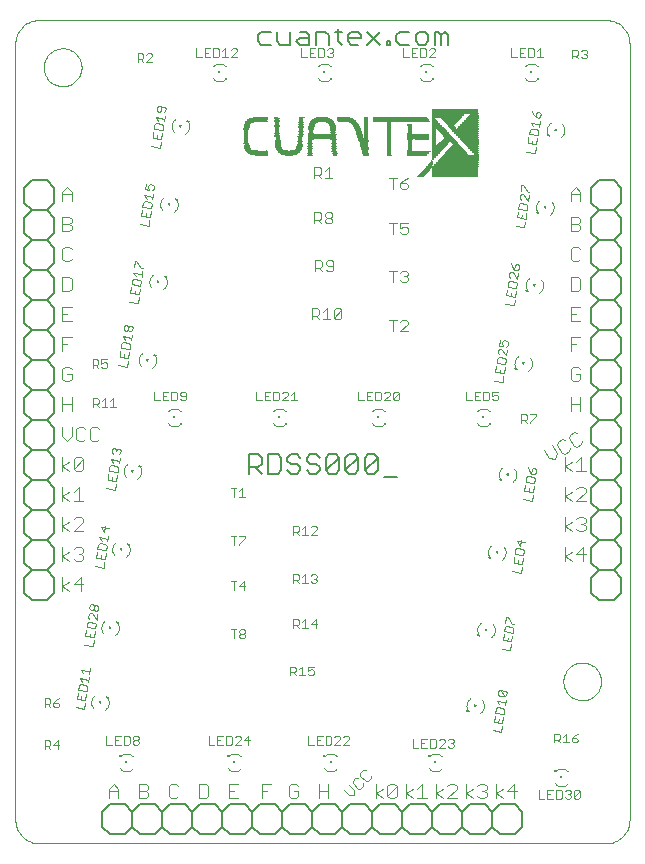
<source format=gto>
G75*
G70*
%OFA0B0*%
%FSLAX24Y24*%
%IPPOS*%
%LPD*%
%AMOC8*
5,1,8,0,0,1.08239X$1,22.5*
%
%ADD10C,0.0000*%
%ADD11C,0.0040*%
%ADD12C,0.0030*%
%ADD13C,0.0060*%
%ADD14R,0.0079X0.0079*%
%ADD15R,0.0059X0.0098*%
%ADD16R,0.0079X0.0079*%
%ADD17R,0.0004X0.0004*%
%ADD18R,0.0216X0.0004*%
%ADD19R,0.1534X0.0004*%
%ADD20R,0.0212X0.0004*%
%ADD21R,0.1751X0.0004*%
%ADD22R,0.1746X0.0004*%
%ADD23R,0.0207X0.0004*%
%ADD24R,0.1530X0.0004*%
%ADD25R,0.0203X0.0004*%
%ADD26R,0.1526X0.0004*%
%ADD27R,0.0198X0.0004*%
%ADD28R,0.1521X0.0004*%
%ADD29R,0.0194X0.0004*%
%ADD30R,0.1517X0.0004*%
%ADD31R,0.0190X0.0004*%
%ADD32R,0.1512X0.0004*%
%ADD33R,0.0185X0.0004*%
%ADD34R,0.1508X0.0004*%
%ADD35R,0.0181X0.0004*%
%ADD36R,0.1504X0.0004*%
%ADD37R,0.0176X0.0004*%
%ADD38R,0.1499X0.0004*%
%ADD39R,0.0172X0.0004*%
%ADD40R,0.1495X0.0004*%
%ADD41R,0.0168X0.0004*%
%ADD42R,0.1490X0.0004*%
%ADD43R,0.0163X0.0004*%
%ADD44R,0.1486X0.0004*%
%ADD45R,0.1482X0.0004*%
%ADD46R,0.0154X0.0004*%
%ADD47R,0.1477X0.0004*%
%ADD48R,0.1473X0.0004*%
%ADD49R,0.0150X0.0004*%
%ADD50R,0.1468X0.0004*%
%ADD51R,0.0146X0.0004*%
%ADD52R,0.0141X0.0004*%
%ADD53R,0.1464X0.0004*%
%ADD54R,0.0137X0.0004*%
%ADD55R,0.1460X0.0004*%
%ADD56R,0.0132X0.0004*%
%ADD57R,0.1455X0.0004*%
%ADD58R,0.0128X0.0004*%
%ADD59R,0.1451X0.0004*%
%ADD60R,0.0123X0.0004*%
%ADD61R,0.1446X0.0004*%
%ADD62R,0.0119X0.0004*%
%ADD63R,0.1442X0.0004*%
%ADD64R,0.0115X0.0004*%
%ADD65R,0.1437X0.0004*%
%ADD66R,0.0110X0.0004*%
%ADD67R,0.1433X0.0004*%
%ADD68R,0.0106X0.0004*%
%ADD69R,0.1429X0.0004*%
%ADD70R,0.0101X0.0004*%
%ADD71R,0.1424X0.0004*%
%ADD72R,0.0097X0.0004*%
%ADD73R,0.1420X0.0004*%
%ADD74R,0.1415X0.0004*%
%ADD75R,0.0093X0.0004*%
%ADD76R,0.1411X0.0004*%
%ADD77R,0.0088X0.0004*%
%ADD78R,0.1407X0.0004*%
%ADD79R,0.0084X0.0004*%
%ADD80R,0.1402X0.0004*%
%ADD81R,0.0079X0.0004*%
%ADD82R,0.0075X0.0004*%
%ADD83R,0.1398X0.0004*%
%ADD84R,0.0071X0.0004*%
%ADD85R,0.1393X0.0004*%
%ADD86R,0.0066X0.0004*%
%ADD87R,0.1389X0.0004*%
%ADD88R,0.0062X0.0004*%
%ADD89R,0.1385X0.0004*%
%ADD90R,0.0057X0.0004*%
%ADD91R,0.1380X0.0004*%
%ADD92R,0.0053X0.0004*%
%ADD93R,0.1376X0.0004*%
%ADD94R,0.0049X0.0004*%
%ADD95R,0.1371X0.0004*%
%ADD96R,0.0044X0.0004*%
%ADD97R,0.1367X0.0004*%
%ADD98R,0.0040X0.0004*%
%ADD99R,0.1363X0.0004*%
%ADD100R,0.0035X0.0004*%
%ADD101R,0.1358X0.0004*%
%ADD102R,0.0031X0.0004*%
%ADD103R,0.1354X0.0004*%
%ADD104R,0.0026X0.0004*%
%ADD105R,0.1349X0.0004*%
%ADD106R,0.1345X0.0004*%
%ADD107R,0.0022X0.0004*%
%ADD108R,0.1340X0.0004*%
%ADD109R,0.0013X0.0004*%
%ADD110R,0.1336X0.0004*%
%ADD111R,0.0009X0.0004*%
%ADD112R,0.1332X0.0004*%
%ADD113R,0.1327X0.0004*%
%ADD114R,0.1323X0.0004*%
%ADD115R,0.1318X0.0004*%
%ADD116R,0.1314X0.0004*%
%ADD117R,0.1310X0.0004*%
%ADD118R,0.0018X0.0004*%
%ADD119R,0.1305X0.0004*%
%ADD120R,0.1301X0.0004*%
%ADD121R,0.1296X0.0004*%
%ADD122R,0.1292X0.0004*%
%ADD123R,0.1288X0.0004*%
%ADD124R,0.1283X0.0004*%
%ADD125R,0.1279X0.0004*%
%ADD126R,0.1274X0.0004*%
%ADD127R,0.1270X0.0004*%
%ADD128R,0.1266X0.0004*%
%ADD129R,0.1261X0.0004*%
%ADD130R,0.1257X0.0004*%
%ADD131R,0.1252X0.0004*%
%ADD132R,0.1248X0.0004*%
%ADD133R,0.1243X0.0004*%
%ADD134R,0.1239X0.0004*%
%ADD135R,0.1235X0.0004*%
%ADD136R,0.1230X0.0004*%
%ADD137R,0.1226X0.0004*%
%ADD138R,0.1221X0.0004*%
%ADD139R,0.1217X0.0004*%
%ADD140R,0.1213X0.0004*%
%ADD141R,0.1208X0.0004*%
%ADD142R,0.1204X0.0004*%
%ADD143R,0.1195X0.0004*%
%ADD144R,0.1191X0.0004*%
%ADD145R,0.1186X0.0004*%
%ADD146R,0.1182X0.0004*%
%ADD147R,0.1177X0.0004*%
%ADD148R,0.1173X0.0004*%
%ADD149R,0.1169X0.0004*%
%ADD150R,0.0159X0.0004*%
%ADD151R,0.1164X0.0004*%
%ADD152R,0.1160X0.0004*%
%ADD153R,0.1054X0.0004*%
%ADD154R,0.0370X0.0004*%
%ADD155R,0.0657X0.0004*%
%ADD156R,0.0842X0.0004*%
%ADD157R,0.0419X0.0004*%
%ADD158R,0.0273X0.0004*%
%ADD159R,0.0833X0.0004*%
%ADD160R,0.0459X0.0004*%
%ADD161R,0.0326X0.0004*%
%ADD162R,0.0661X0.0004*%
%ADD163R,0.0825X0.0004*%
%ADD164R,0.0485X0.0004*%
%ADD165R,0.0375X0.0004*%
%ADD166R,0.0666X0.0004*%
%ADD167R,0.0820X0.0004*%
%ADD168R,0.0498X0.0004*%
%ADD169R,0.0397X0.0004*%
%ADD170R,0.0670X0.0004*%
%ADD171R,0.0811X0.0004*%
%ADD172R,0.0525X0.0004*%
%ADD173R,0.0432X0.0004*%
%ADD174R,0.0675X0.0004*%
%ADD175R,0.0803X0.0004*%
%ADD176R,0.0538X0.0004*%
%ADD177R,0.0794X0.0004*%
%ADD178R,0.0551X0.0004*%
%ADD179R,0.0481X0.0004*%
%ADD180R,0.0683X0.0004*%
%ADD181R,0.0789X0.0004*%
%ADD182R,0.0564X0.0004*%
%ADD183R,0.0503X0.0004*%
%ADD184R,0.0780X0.0004*%
%ADD185R,0.0578X0.0004*%
%ADD186R,0.0520X0.0004*%
%ADD187R,0.0688X0.0004*%
%ADD188R,0.0772X0.0004*%
%ADD189R,0.0586X0.0004*%
%ADD190R,0.0692X0.0004*%
%ADD191R,0.0763X0.0004*%
%ADD192R,0.0595X0.0004*%
%ADD193R,0.0556X0.0004*%
%ADD194R,0.0697X0.0004*%
%ADD195R,0.0754X0.0004*%
%ADD196R,0.0604X0.0004*%
%ADD197R,0.0573X0.0004*%
%ADD198R,0.0701X0.0004*%
%ADD199R,0.0220X0.0004*%
%ADD200R,0.0745X0.0004*%
%ADD201R,0.0613X0.0004*%
%ADD202R,0.0706X0.0004*%
%ADD203R,0.0225X0.0004*%
%ADD204R,0.0736X0.0004*%
%ADD205R,0.0622X0.0004*%
%ADD206R,0.0600X0.0004*%
%ADD207R,0.0710X0.0004*%
%ADD208R,0.0229X0.0004*%
%ADD209R,0.0728X0.0004*%
%ADD210R,0.0631X0.0004*%
%ADD211R,0.0617X0.0004*%
%ADD212R,0.0234X0.0004*%
%ADD213R,0.0719X0.0004*%
%ADD214R,0.0635X0.0004*%
%ADD215R,0.0626X0.0004*%
%ADD216R,0.0714X0.0004*%
%ADD217R,0.0238X0.0004*%
%ADD218R,0.0644X0.0004*%
%ADD219R,0.0639X0.0004*%
%ADD220R,0.0243X0.0004*%
%ADD221R,0.0648X0.0004*%
%ADD222R,0.0653X0.0004*%
%ADD223R,0.0723X0.0004*%
%ADD224R,0.0247X0.0004*%
%ADD225R,0.0732X0.0004*%
%ADD226R,0.0251X0.0004*%
%ADD227R,0.0679X0.0004*%
%ADD228R,0.0256X0.0004*%
%ADD229R,0.0741X0.0004*%
%ADD230R,0.0260X0.0004*%
%ADD231R,0.0265X0.0004*%
%ADD232R,0.0269X0.0004*%
%ADD233R,0.0750X0.0004*%
%ADD234R,0.0278X0.0004*%
%ADD235R,0.0758X0.0004*%
%ADD236R,0.0282X0.0004*%
%ADD237R,0.0287X0.0004*%
%ADD238R,0.0291X0.0004*%
%ADD239R,0.0767X0.0004*%
%ADD240R,0.0295X0.0004*%
%ADD241R,0.0300X0.0004*%
%ADD242R,0.0428X0.0004*%
%ADD243R,0.0344X0.0004*%
%ADD244R,0.0340X0.0004*%
%ADD245R,0.0304X0.0004*%
%ADD246R,0.0335X0.0004*%
%ADD247R,0.0309X0.0004*%
%ADD248R,0.0569X0.0004*%
%ADD249R,0.0313X0.0004*%
%ADD250R,0.0560X0.0004*%
%ADD251R,0.0317X0.0004*%
%ADD252R,0.0547X0.0004*%
%ADD253R,0.0322X0.0004*%
%ADD254R,0.0529X0.0004*%
%ADD255R,0.0331X0.0004*%
%ADD256R,0.0516X0.0004*%
%ADD257R,0.0507X0.0004*%
%ADD258R,0.0348X0.0004*%
%ADD259R,0.0489X0.0004*%
%ADD260R,0.0353X0.0004*%
%ADD261R,0.0357X0.0004*%
%ADD262R,0.0472X0.0004*%
%ADD263R,0.0362X0.0004*%
%ADD264R,0.0463X0.0004*%
%ADD265R,0.0366X0.0004*%
%ADD266R,0.0454X0.0004*%
%ADD267R,0.0445X0.0004*%
%ADD268R,0.0437X0.0004*%
%ADD269R,0.0379X0.0004*%
%ADD270R,0.0384X0.0004*%
%ADD271R,0.0388X0.0004*%
%ADD272R,0.0414X0.0004*%
%ADD273R,0.0406X0.0004*%
%ADD274R,0.0392X0.0004*%
%ADD275R,0.0401X0.0004*%
%ADD276R,0.0410X0.0004*%
%ADD277R,0.0423X0.0004*%
%ADD278R,0.0441X0.0004*%
%ADD279R,0.0450X0.0004*%
%ADD280R,0.0467X0.0004*%
%ADD281R,0.0476X0.0004*%
%ADD282R,0.0511X0.0004*%
%ADD283R,0.0534X0.0004*%
%ADD284R,0.0542X0.0004*%
%ADD285R,0.0582X0.0004*%
%ADD286R,0.0591X0.0004*%
%ADD287R,0.0944X0.0004*%
%ADD288R,0.0609X0.0004*%
%ADD289R,0.0935X0.0004*%
%ADD290R,0.0930X0.0004*%
%ADD291R,0.0926X0.0004*%
%ADD292R,0.0785X0.0004*%
%ADD293R,0.0798X0.0004*%
%ADD294R,0.0807X0.0004*%
%ADD295R,0.0816X0.0004*%
%ADD296R,0.0829X0.0004*%
%ADD297R,0.0838X0.0004*%
%ADD298R,0.0847X0.0004*%
%ADD299R,0.0851X0.0004*%
%ADD300R,0.0855X0.0004*%
%ADD301R,0.0860X0.0004*%
%ADD302R,0.0864X0.0004*%
%ADD303R,0.0869X0.0004*%
%ADD304R,0.0873X0.0004*%
%ADD305R,0.0877X0.0004*%
%ADD306R,0.0882X0.0004*%
%ADD307R,0.0886X0.0004*%
%ADD308R,0.0891X0.0004*%
%ADD309R,0.0895X0.0004*%
%ADD310R,0.0900X0.0004*%
%ADD311R,0.0904X0.0004*%
%ADD312R,0.0908X0.0004*%
%ADD313R,0.0494X0.0004*%
%ADD314R,0.1900X0.0004*%
%ADD315R,0.1896X0.0004*%
%ADD316R,0.1892X0.0004*%
%ADD317R,0.1887X0.0004*%
%ADD318R,0.1883X0.0004*%
%ADD319R,0.1878X0.0004*%
%ADD320R,0.1874X0.0004*%
%ADD321R,0.1870X0.0004*%
%ADD322R,0.1865X0.0004*%
%ADD323R,0.1861X0.0004*%
%ADD324R,0.1856X0.0004*%
%ADD325R,0.1852X0.0004*%
%ADD326R,0.1848X0.0004*%
%ADD327R,0.1843X0.0004*%
%ADD328R,0.1839X0.0004*%
%ADD329R,0.1834X0.0004*%
%ADD330R,0.1830X0.0004*%
%ADD331R,0.1826X0.0004*%
%ADD332R,0.1821X0.0004*%
%ADD333R,0.1817X0.0004*%
%ADD334R,0.1812X0.0004*%
%ADD335R,0.1808X0.0004*%
%ADD336R,0.1799X0.0004*%
%ADD337R,0.1795X0.0004*%
%ADD338R,0.1790X0.0004*%
%ADD339R,0.1786X0.0004*%
%ADD340R,0.1781X0.0004*%
%ADD341R,0.1777X0.0004*%
%ADD342R,0.1768X0.0004*%
%ADD343R,0.0970X0.0004*%
%ADD344R,0.0974X0.0004*%
%ADD345R,0.0979X0.0004*%
%ADD346R,0.0983X0.0004*%
%ADD347R,0.0988X0.0004*%
%ADD348R,0.0992X0.0004*%
%ADD349R,0.0997X0.0004*%
%ADD350R,0.1001X0.0004*%
%ADD351R,0.1005X0.0004*%
%ADD352R,0.1010X0.0004*%
%ADD353R,0.1014X0.0004*%
%ADD354R,0.1019X0.0004*%
%ADD355R,0.1023X0.0004*%
%ADD356R,0.1027X0.0004*%
%ADD357R,0.1032X0.0004*%
%ADD358R,0.1036X0.0004*%
%ADD359R,0.1041X0.0004*%
%ADD360R,0.1045X0.0004*%
%ADD361R,0.1049X0.0004*%
%ADD362R,0.1058X0.0004*%
%ADD363R,0.1063X0.0004*%
%ADD364R,0.1067X0.0004*%
%ADD365R,0.1071X0.0004*%
%ADD366R,0.1076X0.0004*%
%ADD367R,0.1080X0.0004*%
%ADD368R,0.1085X0.0004*%
D10*
X000150Y001058D02*
X000150Y026922D01*
X000152Y026976D01*
X000157Y027029D01*
X000166Y027082D01*
X000179Y027134D01*
X000195Y027186D01*
X000215Y027236D01*
X000238Y027284D01*
X000265Y027331D01*
X000294Y027376D01*
X000327Y027419D01*
X000362Y027459D01*
X000400Y027497D01*
X000440Y027532D01*
X000483Y027565D01*
X000528Y027594D01*
X000575Y027621D01*
X000623Y027644D01*
X000673Y027664D01*
X000725Y027680D01*
X000777Y027693D01*
X000830Y027702D01*
X000883Y027707D01*
X000937Y027709D01*
X019835Y027709D01*
X019889Y027707D01*
X019942Y027702D01*
X019995Y027693D01*
X020047Y027680D01*
X020099Y027664D01*
X020149Y027644D01*
X020197Y027621D01*
X020244Y027594D01*
X020289Y027565D01*
X020332Y027532D01*
X020372Y027497D01*
X020410Y027459D01*
X020445Y027419D01*
X020478Y027376D01*
X020507Y027331D01*
X020534Y027284D01*
X020557Y027236D01*
X020577Y027186D01*
X020593Y027134D01*
X020606Y027082D01*
X020615Y027029D01*
X020620Y026976D01*
X020622Y026922D01*
X020622Y001058D01*
X020620Y001004D01*
X020615Y000950D01*
X020605Y000896D01*
X020593Y000844D01*
X020576Y000792D01*
X020556Y000741D01*
X020533Y000692D01*
X020506Y000645D01*
X020476Y000600D01*
X020444Y000556D01*
X020408Y000515D01*
X020370Y000477D01*
X020329Y000441D01*
X020285Y000409D01*
X020240Y000379D01*
X020193Y000352D01*
X020144Y000329D01*
X020093Y000309D01*
X020041Y000292D01*
X019989Y000280D01*
X019935Y000270D01*
X019881Y000265D01*
X019827Y000263D01*
X000945Y000263D01*
X000891Y000265D01*
X000837Y000270D01*
X000783Y000280D01*
X000731Y000292D01*
X000679Y000309D01*
X000628Y000329D01*
X000579Y000352D01*
X000532Y000379D01*
X000487Y000409D01*
X000443Y000441D01*
X000402Y000477D01*
X000364Y000515D01*
X000328Y000556D01*
X000296Y000600D01*
X000266Y000645D01*
X000239Y000692D01*
X000216Y000741D01*
X000196Y000792D01*
X000179Y000844D01*
X000167Y000896D01*
X000157Y000950D01*
X000152Y001004D01*
X000150Y001058D01*
X001095Y026134D02*
X001097Y026184D01*
X001103Y026234D01*
X001113Y026283D01*
X001127Y026331D01*
X001144Y026378D01*
X001165Y026423D01*
X001190Y026467D01*
X001218Y026508D01*
X001250Y026547D01*
X001284Y026584D01*
X001321Y026618D01*
X001361Y026648D01*
X001403Y026675D01*
X001447Y026699D01*
X001493Y026720D01*
X001540Y026736D01*
X001588Y026749D01*
X001638Y026758D01*
X001687Y026763D01*
X001738Y026764D01*
X001788Y026761D01*
X001837Y026754D01*
X001886Y026743D01*
X001934Y026728D01*
X001980Y026710D01*
X002025Y026688D01*
X002068Y026662D01*
X002109Y026633D01*
X002148Y026601D01*
X002184Y026566D01*
X002216Y026528D01*
X002246Y026488D01*
X002273Y026445D01*
X002296Y026401D01*
X002315Y026355D01*
X002331Y026307D01*
X002343Y026258D01*
X002351Y026209D01*
X002355Y026159D01*
X002355Y026109D01*
X002351Y026059D01*
X002343Y026010D01*
X002331Y025961D01*
X002315Y025913D01*
X002296Y025867D01*
X002273Y025823D01*
X002246Y025780D01*
X002216Y025740D01*
X002184Y025702D01*
X002148Y025667D01*
X002109Y025635D01*
X002068Y025606D01*
X002025Y025580D01*
X001980Y025558D01*
X001934Y025540D01*
X001886Y025525D01*
X001837Y025514D01*
X001788Y025507D01*
X001738Y025504D01*
X001687Y025505D01*
X001638Y025510D01*
X001588Y025519D01*
X001540Y025532D01*
X001493Y025548D01*
X001447Y025569D01*
X001403Y025593D01*
X001361Y025620D01*
X001321Y025650D01*
X001284Y025684D01*
X001250Y025721D01*
X001218Y025760D01*
X001190Y025801D01*
X001165Y025845D01*
X001144Y025890D01*
X001127Y025937D01*
X001113Y025985D01*
X001103Y026034D01*
X001097Y026084D01*
X001095Y026134D01*
X018418Y005662D02*
X018420Y005712D01*
X018426Y005762D01*
X018436Y005811D01*
X018450Y005859D01*
X018467Y005906D01*
X018488Y005951D01*
X018513Y005995D01*
X018541Y006036D01*
X018573Y006075D01*
X018607Y006112D01*
X018644Y006146D01*
X018684Y006176D01*
X018726Y006203D01*
X018770Y006227D01*
X018816Y006248D01*
X018863Y006264D01*
X018911Y006277D01*
X018961Y006286D01*
X019010Y006291D01*
X019061Y006292D01*
X019111Y006289D01*
X019160Y006282D01*
X019209Y006271D01*
X019257Y006256D01*
X019303Y006238D01*
X019348Y006216D01*
X019391Y006190D01*
X019432Y006161D01*
X019471Y006129D01*
X019507Y006094D01*
X019539Y006056D01*
X019569Y006016D01*
X019596Y005973D01*
X019619Y005929D01*
X019638Y005883D01*
X019654Y005835D01*
X019666Y005786D01*
X019674Y005737D01*
X019678Y005687D01*
X019678Y005637D01*
X019674Y005587D01*
X019666Y005538D01*
X019654Y005489D01*
X019638Y005441D01*
X019619Y005395D01*
X019596Y005351D01*
X019569Y005308D01*
X019539Y005268D01*
X019507Y005230D01*
X019471Y005195D01*
X019432Y005163D01*
X019391Y005134D01*
X019348Y005108D01*
X019303Y005086D01*
X019257Y005068D01*
X019209Y005053D01*
X019160Y005042D01*
X019111Y005035D01*
X019061Y005032D01*
X019010Y005033D01*
X018961Y005038D01*
X018911Y005047D01*
X018863Y005060D01*
X018816Y005076D01*
X018770Y005097D01*
X018726Y005121D01*
X018684Y005148D01*
X018644Y005178D01*
X018607Y005212D01*
X018573Y005249D01*
X018541Y005288D01*
X018513Y005329D01*
X018488Y005373D01*
X018467Y005418D01*
X018450Y005465D01*
X018436Y005513D01*
X018426Y005562D01*
X018420Y005612D01*
X018418Y005662D01*
D11*
X016005Y007131D02*
X016031Y007151D01*
X016054Y007173D01*
X016075Y007198D01*
X016093Y007225D01*
X016108Y007254D01*
X016119Y007285D01*
X016127Y007316D01*
X016132Y007348D01*
X016133Y007381D01*
X016130Y007413D01*
X016124Y007445D01*
X016114Y007476D01*
X016101Y007506D01*
X016085Y007534D01*
X016065Y007560D01*
X015675Y007615D02*
X015649Y007595D01*
X015626Y007573D01*
X015605Y007548D01*
X015587Y007521D01*
X015572Y007492D01*
X015561Y007461D01*
X015553Y007430D01*
X015548Y007398D01*
X015547Y007365D01*
X015550Y007333D01*
X015556Y007301D01*
X015566Y007270D01*
X015579Y007240D01*
X015595Y007212D01*
X015615Y007186D01*
X015705Y005040D02*
X015725Y005014D01*
X015741Y004986D01*
X015754Y004956D01*
X015764Y004925D01*
X015770Y004893D01*
X015773Y004861D01*
X015772Y004828D01*
X015767Y004796D01*
X015759Y004765D01*
X015748Y004734D01*
X015733Y004705D01*
X015715Y004678D01*
X015694Y004653D01*
X015671Y004631D01*
X015645Y004611D01*
X015255Y004666D02*
X015235Y004692D01*
X015219Y004720D01*
X015206Y004750D01*
X015196Y004781D01*
X015190Y004813D01*
X015187Y004845D01*
X015188Y004878D01*
X015193Y004910D01*
X015201Y004941D01*
X015212Y004972D01*
X015227Y005001D01*
X015245Y005028D01*
X015266Y005053D01*
X015289Y005075D01*
X015315Y005095D01*
X014367Y003160D02*
X014344Y003183D01*
X014318Y003203D01*
X014290Y003220D01*
X014261Y003234D01*
X014230Y003245D01*
X014199Y003252D01*
X014166Y003256D01*
X014134Y003256D01*
X014101Y003252D01*
X014070Y003245D01*
X014039Y003234D01*
X014010Y003220D01*
X013982Y003203D01*
X013956Y003183D01*
X013933Y003160D01*
X013933Y002766D02*
X013956Y002743D01*
X013982Y002723D01*
X014010Y002706D01*
X014039Y002692D01*
X014070Y002681D01*
X014101Y002674D01*
X014134Y002670D01*
X014166Y002670D01*
X014199Y002674D01*
X014230Y002681D01*
X014261Y002692D01*
X014290Y002706D01*
X014318Y002723D01*
X014344Y002743D01*
X014367Y002766D01*
X014170Y002243D02*
X014170Y001783D01*
X014170Y001936D02*
X014400Y002090D01*
X014554Y002166D02*
X014630Y002243D01*
X014784Y002243D01*
X014861Y002166D01*
X014861Y002090D01*
X014554Y001783D01*
X014861Y001783D01*
X015170Y001783D02*
X015170Y002243D01*
X015400Y002090D02*
X015170Y001936D01*
X015400Y001783D01*
X015554Y001859D02*
X015630Y001783D01*
X015784Y001783D01*
X015861Y001859D01*
X015861Y001936D01*
X015784Y002013D01*
X015707Y002013D01*
X015784Y002013D02*
X015861Y002090D01*
X015861Y002166D01*
X015784Y002243D01*
X015630Y002243D01*
X015554Y002166D01*
X016170Y002243D02*
X016170Y001783D01*
X016170Y001936D02*
X016400Y002090D01*
X016554Y002013D02*
X016861Y002013D01*
X016784Y001783D02*
X016784Y002243D01*
X016554Y002013D01*
X016400Y001783D02*
X016170Y001936D01*
X014400Y001783D02*
X014170Y001936D01*
X013861Y001783D02*
X013554Y001783D01*
X013707Y001783D02*
X013707Y002243D01*
X013554Y002090D01*
X013400Y002090D02*
X013170Y001936D01*
X013400Y001783D01*
X013170Y001783D02*
X013170Y002243D01*
X012861Y002166D02*
X012861Y001859D01*
X012784Y001783D01*
X012630Y001783D01*
X012554Y001859D01*
X012861Y002166D01*
X012784Y002243D01*
X012630Y002243D01*
X012554Y002166D01*
X012554Y001859D01*
X012400Y001783D02*
X012170Y001936D01*
X012400Y002090D01*
X012170Y002243D02*
X012170Y001783D01*
X010877Y002766D02*
X010854Y002743D01*
X010828Y002723D01*
X010800Y002706D01*
X010771Y002692D01*
X010740Y002681D01*
X010709Y002674D01*
X010676Y002670D01*
X010644Y002670D01*
X010611Y002674D01*
X010580Y002681D01*
X010549Y002692D01*
X010520Y002706D01*
X010492Y002723D01*
X010466Y002743D01*
X010443Y002766D01*
X010443Y003160D02*
X010466Y003183D01*
X010492Y003203D01*
X010520Y003220D01*
X010549Y003234D01*
X010580Y003245D01*
X010611Y003252D01*
X010644Y003256D01*
X010676Y003256D01*
X010709Y003252D01*
X010740Y003245D01*
X010771Y003234D01*
X010800Y003220D01*
X010828Y003203D01*
X010854Y003183D01*
X010877Y003160D01*
X010577Y002243D02*
X010577Y001783D01*
X010577Y002013D02*
X010270Y002013D01*
X010270Y001783D02*
X010270Y002243D01*
X009577Y002166D02*
X009500Y002243D01*
X009347Y002243D01*
X009270Y002166D01*
X009270Y001859D01*
X009347Y001783D01*
X009500Y001783D01*
X009577Y001859D01*
X009577Y002013D01*
X009423Y002013D01*
X008677Y002243D02*
X008370Y002243D01*
X008370Y001783D01*
X008370Y002013D02*
X008523Y002013D01*
X007577Y002243D02*
X007270Y002243D01*
X007270Y001783D01*
X007577Y001783D01*
X007423Y002013D02*
X007270Y002013D01*
X006577Y001859D02*
X006577Y002166D01*
X006500Y002243D01*
X006270Y002243D01*
X006270Y001783D01*
X006500Y001783D01*
X006577Y001859D01*
X007233Y002766D02*
X007256Y002743D01*
X007282Y002723D01*
X007310Y002706D01*
X007339Y002692D01*
X007370Y002681D01*
X007401Y002674D01*
X007434Y002670D01*
X007466Y002670D01*
X007499Y002674D01*
X007530Y002681D01*
X007561Y002692D01*
X007590Y002706D01*
X007618Y002723D01*
X007644Y002743D01*
X007667Y002766D01*
X007667Y003160D02*
X007644Y003183D01*
X007618Y003203D01*
X007590Y003220D01*
X007561Y003234D01*
X007530Y003245D01*
X007499Y003252D01*
X007466Y003256D01*
X007434Y003256D01*
X007401Y003252D01*
X007370Y003245D01*
X007339Y003234D01*
X007310Y003220D01*
X007282Y003203D01*
X007256Y003183D01*
X007233Y003160D01*
X005577Y002166D02*
X005500Y002243D01*
X005347Y002243D01*
X005270Y002166D01*
X005270Y001859D01*
X005347Y001783D01*
X005500Y001783D01*
X005577Y001859D01*
X004577Y001859D02*
X004500Y001783D01*
X004270Y001783D01*
X004270Y002243D01*
X004500Y002243D01*
X004577Y002166D01*
X004577Y002090D01*
X004500Y002013D01*
X004270Y002013D01*
X004500Y002013D02*
X004577Y001936D01*
X004577Y001859D01*
X004067Y002766D02*
X004044Y002743D01*
X004018Y002723D01*
X003990Y002706D01*
X003961Y002692D01*
X003930Y002681D01*
X003899Y002674D01*
X003866Y002670D01*
X003834Y002670D01*
X003801Y002674D01*
X003770Y002681D01*
X003739Y002692D01*
X003710Y002706D01*
X003682Y002723D01*
X003656Y002743D01*
X003633Y002766D01*
X003633Y003160D02*
X003656Y003183D01*
X003682Y003203D01*
X003710Y003220D01*
X003739Y003234D01*
X003770Y003245D01*
X003801Y003252D01*
X003834Y003256D01*
X003866Y003256D01*
X003899Y003252D01*
X003930Y003245D01*
X003961Y003234D01*
X003990Y003220D01*
X004018Y003203D01*
X004044Y003183D01*
X004067Y003160D01*
X003423Y002243D02*
X003577Y002090D01*
X003577Y001783D01*
X003577Y002013D02*
X003270Y002013D01*
X003270Y002090D02*
X003423Y002243D01*
X003270Y002090D02*
X003270Y001783D01*
X002745Y004776D02*
X002725Y004802D01*
X002709Y004830D01*
X002696Y004860D01*
X002686Y004891D01*
X002680Y004923D01*
X002677Y004955D01*
X002678Y004988D01*
X002683Y005020D01*
X002691Y005051D01*
X002702Y005082D01*
X002717Y005111D01*
X002735Y005138D01*
X002756Y005163D01*
X002779Y005185D01*
X002805Y005205D01*
X003195Y005150D02*
X003215Y005124D01*
X003231Y005096D01*
X003244Y005066D01*
X003254Y005035D01*
X003260Y005003D01*
X003263Y004971D01*
X003262Y004938D01*
X003257Y004906D01*
X003249Y004875D01*
X003238Y004844D01*
X003223Y004815D01*
X003205Y004788D01*
X003184Y004763D01*
X003161Y004741D01*
X003135Y004721D01*
X003085Y007266D02*
X003065Y007292D01*
X003049Y007320D01*
X003036Y007350D01*
X003026Y007381D01*
X003020Y007413D01*
X003017Y007445D01*
X003018Y007478D01*
X003023Y007510D01*
X003031Y007541D01*
X003042Y007572D01*
X003057Y007601D01*
X003075Y007628D01*
X003096Y007653D01*
X003119Y007675D01*
X003145Y007695D01*
X003535Y007640D02*
X003555Y007614D01*
X003571Y007586D01*
X003584Y007556D01*
X003594Y007525D01*
X003600Y007493D01*
X003603Y007461D01*
X003602Y007428D01*
X003597Y007396D01*
X003589Y007365D01*
X003578Y007334D01*
X003563Y007305D01*
X003545Y007278D01*
X003524Y007253D01*
X003501Y007231D01*
X003475Y007211D01*
X002334Y008683D02*
X002334Y009143D01*
X002104Y008913D01*
X002411Y008913D01*
X001950Y008990D02*
X001720Y008836D01*
X001950Y008683D01*
X001720Y008683D02*
X001720Y009143D01*
X001720Y009683D02*
X001720Y010143D01*
X001950Y009990D02*
X001720Y009836D01*
X001950Y009683D01*
X002104Y009759D02*
X002180Y009683D01*
X002334Y009683D01*
X002411Y009759D01*
X002411Y009836D01*
X002334Y009913D01*
X002257Y009913D01*
X002334Y009913D02*
X002411Y009990D01*
X002411Y010066D01*
X002334Y010143D01*
X002180Y010143D01*
X002104Y010066D01*
X002104Y010683D02*
X002411Y010990D01*
X002411Y011066D01*
X002334Y011143D01*
X002180Y011143D01*
X002104Y011066D01*
X001950Y010990D02*
X001720Y010836D01*
X001950Y010683D01*
X002104Y010683D02*
X002411Y010683D01*
X001720Y010683D02*
X001720Y011143D01*
X001720Y011683D02*
X001720Y012143D01*
X001950Y011990D02*
X001720Y011836D01*
X001950Y011683D01*
X002104Y011683D02*
X002411Y011683D01*
X002257Y011683D02*
X002257Y012143D01*
X002104Y011990D01*
X002180Y012683D02*
X002104Y012759D01*
X002411Y013066D01*
X002411Y012759D01*
X002334Y012683D01*
X002180Y012683D01*
X002104Y012759D02*
X002104Y013066D01*
X002180Y013143D01*
X002334Y013143D01*
X002411Y013066D01*
X001950Y012990D02*
X001720Y012836D01*
X001950Y012683D01*
X001720Y012683D02*
X001720Y013143D01*
X001873Y013683D02*
X001720Y013836D01*
X001720Y014143D01*
X002027Y014143D02*
X002027Y013836D01*
X001873Y013683D01*
X002180Y013759D02*
X002180Y014066D01*
X002257Y014143D01*
X002411Y014143D01*
X002487Y014066D01*
X002641Y014066D02*
X002641Y013759D01*
X002718Y013683D01*
X002871Y013683D01*
X002948Y013759D01*
X002948Y014066D02*
X002871Y014143D01*
X002718Y014143D01*
X002641Y014066D01*
X002487Y013759D02*
X002411Y013683D01*
X002257Y013683D01*
X002180Y013759D01*
X002027Y014683D02*
X002027Y015143D01*
X002027Y014913D02*
X001720Y014913D01*
X001720Y014683D02*
X001720Y015143D01*
X001797Y015683D02*
X001950Y015683D01*
X002027Y015759D01*
X002027Y015913D01*
X001873Y015913D01*
X001720Y016066D02*
X001720Y015759D01*
X001797Y015683D01*
X001720Y016066D02*
X001797Y016143D01*
X001950Y016143D01*
X002027Y016066D01*
X001720Y016683D02*
X001720Y017143D01*
X002027Y017143D01*
X001873Y016913D02*
X001720Y016913D01*
X001720Y017683D02*
X002027Y017683D01*
X001873Y017913D02*
X001720Y017913D01*
X001720Y018143D02*
X001720Y017683D01*
X001720Y018143D02*
X002027Y018143D01*
X001950Y018683D02*
X001720Y018683D01*
X001720Y019143D01*
X001950Y019143D01*
X002027Y019066D01*
X002027Y018759D01*
X001950Y018683D01*
X001950Y019683D02*
X001797Y019683D01*
X001720Y019759D01*
X001720Y020066D01*
X001797Y020143D01*
X001950Y020143D01*
X002027Y020066D01*
X002027Y019759D02*
X001950Y019683D01*
X001950Y020683D02*
X001720Y020683D01*
X001720Y021143D01*
X001950Y021143D01*
X002027Y021066D01*
X002027Y020990D01*
X001950Y020913D01*
X001720Y020913D01*
X001950Y020913D02*
X002027Y020836D01*
X002027Y020759D01*
X001950Y020683D01*
X002027Y021683D02*
X002027Y021990D01*
X001873Y022143D01*
X001720Y021990D01*
X001720Y021683D01*
X001720Y021913D02*
X002027Y021913D01*
X004745Y019225D02*
X004719Y019205D01*
X004696Y019183D01*
X004675Y019158D01*
X004657Y019131D01*
X004642Y019102D01*
X004631Y019071D01*
X004623Y019040D01*
X004618Y019008D01*
X004617Y018975D01*
X004620Y018943D01*
X004626Y018911D01*
X004636Y018880D01*
X004649Y018850D01*
X004665Y018822D01*
X004685Y018796D01*
X005075Y018741D02*
X005101Y018761D01*
X005124Y018783D01*
X005145Y018808D01*
X005163Y018835D01*
X005178Y018864D01*
X005189Y018895D01*
X005197Y018926D01*
X005202Y018958D01*
X005203Y018991D01*
X005200Y019023D01*
X005194Y019055D01*
X005184Y019086D01*
X005171Y019116D01*
X005155Y019144D01*
X005135Y019170D01*
X005045Y021376D02*
X005025Y021402D01*
X005009Y021430D01*
X004996Y021460D01*
X004986Y021491D01*
X004980Y021523D01*
X004977Y021555D01*
X004978Y021588D01*
X004983Y021620D01*
X004991Y021651D01*
X005002Y021682D01*
X005017Y021711D01*
X005035Y021738D01*
X005056Y021763D01*
X005079Y021785D01*
X005105Y021805D01*
X005495Y021750D02*
X005515Y021724D01*
X005531Y021696D01*
X005544Y021666D01*
X005554Y021635D01*
X005560Y021603D01*
X005563Y021571D01*
X005562Y021538D01*
X005557Y021506D01*
X005549Y021475D01*
X005538Y021444D01*
X005523Y021415D01*
X005505Y021388D01*
X005484Y021363D01*
X005461Y021341D01*
X005435Y021321D01*
X005425Y023976D02*
X005405Y024002D01*
X005389Y024030D01*
X005376Y024060D01*
X005366Y024091D01*
X005360Y024123D01*
X005357Y024155D01*
X005358Y024188D01*
X005363Y024220D01*
X005371Y024251D01*
X005382Y024282D01*
X005397Y024311D01*
X005415Y024338D01*
X005436Y024363D01*
X005459Y024385D01*
X005485Y024405D01*
X005875Y024350D02*
X005895Y024324D01*
X005911Y024296D01*
X005924Y024266D01*
X005934Y024235D01*
X005940Y024203D01*
X005943Y024171D01*
X005942Y024138D01*
X005937Y024106D01*
X005929Y024075D01*
X005918Y024044D01*
X005903Y024015D01*
X005885Y023988D01*
X005864Y023963D01*
X005841Y023941D01*
X005815Y023921D01*
X006733Y025766D02*
X006756Y025743D01*
X006782Y025723D01*
X006810Y025706D01*
X006839Y025692D01*
X006870Y025681D01*
X006901Y025674D01*
X006934Y025670D01*
X006966Y025670D01*
X006999Y025674D01*
X007030Y025681D01*
X007061Y025692D01*
X007090Y025706D01*
X007118Y025723D01*
X007144Y025743D01*
X007167Y025766D01*
X007167Y026160D02*
X007144Y026183D01*
X007118Y026203D01*
X007090Y026220D01*
X007061Y026234D01*
X007030Y026245D01*
X006999Y026252D01*
X006966Y026256D01*
X006934Y026256D01*
X006901Y026252D01*
X006870Y026245D01*
X006839Y026234D01*
X006810Y026220D01*
X006782Y026203D01*
X006756Y026183D01*
X006733Y026160D01*
X010233Y026160D02*
X010256Y026183D01*
X010282Y026203D01*
X010310Y026220D01*
X010339Y026234D01*
X010370Y026245D01*
X010401Y026252D01*
X010434Y026256D01*
X010466Y026256D01*
X010499Y026252D01*
X010530Y026245D01*
X010561Y026234D01*
X010590Y026220D01*
X010618Y026203D01*
X010644Y026183D01*
X010667Y026160D01*
X010667Y025766D02*
X010644Y025743D01*
X010618Y025723D01*
X010590Y025706D01*
X010561Y025692D01*
X010530Y025681D01*
X010499Y025674D01*
X010466Y025670D01*
X010434Y025670D01*
X010401Y025674D01*
X010370Y025681D01*
X010339Y025692D01*
X010310Y025706D01*
X010282Y025723D01*
X010256Y025743D01*
X010233Y025766D01*
X013633Y026160D02*
X013656Y026183D01*
X013682Y026203D01*
X013710Y026220D01*
X013739Y026234D01*
X013770Y026245D01*
X013801Y026252D01*
X013834Y026256D01*
X013866Y026256D01*
X013899Y026252D01*
X013930Y026245D01*
X013961Y026234D01*
X013990Y026220D01*
X014018Y026203D01*
X014044Y026183D01*
X014067Y026160D01*
X014067Y025766D02*
X014044Y025743D01*
X014018Y025723D01*
X013990Y025706D01*
X013961Y025692D01*
X013930Y025681D01*
X013899Y025674D01*
X013866Y025670D01*
X013834Y025670D01*
X013801Y025674D01*
X013770Y025681D01*
X013739Y025692D01*
X013710Y025706D01*
X013682Y025723D01*
X013656Y025743D01*
X013633Y025766D01*
X017133Y026160D02*
X017156Y026183D01*
X017182Y026203D01*
X017210Y026220D01*
X017239Y026234D01*
X017270Y026245D01*
X017301Y026252D01*
X017334Y026256D01*
X017366Y026256D01*
X017399Y026252D01*
X017430Y026245D01*
X017461Y026234D01*
X017490Y026220D01*
X017518Y026203D01*
X017544Y026183D01*
X017567Y026160D01*
X017567Y025766D02*
X017544Y025743D01*
X017518Y025723D01*
X017490Y025706D01*
X017461Y025692D01*
X017430Y025681D01*
X017399Y025674D01*
X017366Y025670D01*
X017334Y025670D01*
X017301Y025674D01*
X017270Y025681D01*
X017239Y025692D01*
X017210Y025706D01*
X017182Y025723D01*
X017156Y025743D01*
X017133Y025766D01*
X018385Y024230D02*
X018405Y024204D01*
X018421Y024176D01*
X018434Y024146D01*
X018444Y024115D01*
X018450Y024083D01*
X018453Y024051D01*
X018452Y024018D01*
X018447Y023986D01*
X018439Y023955D01*
X018428Y023924D01*
X018413Y023895D01*
X018395Y023868D01*
X018374Y023843D01*
X018351Y023821D01*
X018325Y023801D01*
X017935Y023856D02*
X017915Y023882D01*
X017899Y023910D01*
X017886Y023940D01*
X017876Y023971D01*
X017870Y024003D01*
X017867Y024035D01*
X017868Y024068D01*
X017873Y024100D01*
X017881Y024131D01*
X017892Y024162D01*
X017907Y024191D01*
X017925Y024218D01*
X017946Y024243D01*
X017969Y024265D01*
X017995Y024285D01*
X018823Y022143D02*
X018977Y021990D01*
X018977Y021683D01*
X018977Y021913D02*
X018670Y021913D01*
X018670Y021990D02*
X018823Y022143D01*
X018670Y021990D02*
X018670Y021683D01*
X018670Y021143D02*
X018900Y021143D01*
X018977Y021066D01*
X018977Y020990D01*
X018900Y020913D01*
X018670Y020913D01*
X018670Y020683D02*
X018670Y021143D01*
X018900Y020913D02*
X018977Y020836D01*
X018977Y020759D01*
X018900Y020683D01*
X018670Y020683D01*
X018747Y020143D02*
X018670Y020066D01*
X018670Y019759D01*
X018747Y019683D01*
X018900Y019683D01*
X018977Y019759D01*
X018977Y020066D02*
X018900Y020143D01*
X018747Y020143D01*
X018670Y019143D02*
X018900Y019143D01*
X018977Y019066D01*
X018977Y018759D01*
X018900Y018683D01*
X018670Y018683D01*
X018670Y019143D01*
X018670Y018143D02*
X018670Y017683D01*
X018977Y017683D01*
X018823Y017913D02*
X018670Y017913D01*
X018670Y018143D02*
X018977Y018143D01*
X018977Y017143D02*
X018670Y017143D01*
X018670Y016683D01*
X018670Y016913D02*
X018823Y016913D01*
X018747Y016143D02*
X018670Y016066D01*
X018670Y015759D01*
X018747Y015683D01*
X018900Y015683D01*
X018977Y015759D01*
X018977Y015913D01*
X018823Y015913D01*
X018977Y016066D02*
X018900Y016143D01*
X018747Y016143D01*
X018670Y015143D02*
X018670Y014683D01*
X018670Y014913D02*
X018977Y014913D01*
X018977Y015143D02*
X018977Y014683D01*
X018774Y013964D02*
X018641Y013887D01*
X018613Y013783D01*
X018766Y013517D01*
X018871Y013489D01*
X019004Y013565D01*
X019032Y013670D01*
X018879Y013936D02*
X018774Y013964D01*
X018480Y013706D02*
X018375Y013734D01*
X018242Y013657D01*
X018214Y013552D01*
X018368Y013287D01*
X018472Y013258D01*
X018605Y013335D01*
X018633Y013440D01*
X018470Y013143D02*
X018470Y012683D01*
X018470Y012836D02*
X018700Y012990D01*
X018854Y012990D02*
X019007Y013143D01*
X019007Y012683D01*
X018854Y012683D02*
X019161Y012683D01*
X018700Y012683D02*
X018470Y012836D01*
X018140Y013067D02*
X018196Y013276D01*
X018043Y013542D01*
X017777Y013389D02*
X017931Y013123D01*
X018140Y013067D01*
X018470Y012143D02*
X018470Y011683D01*
X018470Y011836D02*
X018700Y011990D01*
X018854Y012066D02*
X018930Y012143D01*
X019084Y012143D01*
X019161Y012066D01*
X019161Y011990D01*
X018854Y011683D01*
X019161Y011683D01*
X018700Y011683D02*
X018470Y011836D01*
X018470Y011143D02*
X018470Y010683D01*
X018470Y010836D02*
X018700Y010990D01*
X018854Y011066D02*
X018930Y011143D01*
X019084Y011143D01*
X019161Y011066D01*
X019161Y010990D01*
X019084Y010913D01*
X019161Y010836D01*
X019161Y010759D01*
X019084Y010683D01*
X018930Y010683D01*
X018854Y010759D01*
X018700Y010683D02*
X018470Y010836D01*
X018470Y010143D02*
X018470Y009683D01*
X018470Y009836D02*
X018700Y009990D01*
X018854Y009913D02*
X019161Y009913D01*
X019084Y009683D02*
X019084Y010143D01*
X018854Y009913D01*
X018700Y009683D02*
X018470Y009836D01*
X019007Y010913D02*
X019084Y010913D01*
X016725Y012321D02*
X016751Y012341D01*
X016774Y012363D01*
X016795Y012388D01*
X016813Y012415D01*
X016828Y012444D01*
X016839Y012475D01*
X016847Y012506D01*
X016852Y012538D01*
X016853Y012571D01*
X016850Y012603D01*
X016844Y012635D01*
X016834Y012666D01*
X016821Y012696D01*
X016805Y012724D01*
X016785Y012750D01*
X016395Y012805D02*
X016369Y012785D01*
X016346Y012763D01*
X016325Y012738D01*
X016307Y012711D01*
X016292Y012682D01*
X016281Y012651D01*
X016273Y012620D01*
X016268Y012588D01*
X016267Y012555D01*
X016270Y012523D01*
X016276Y012491D01*
X016286Y012460D01*
X016299Y012430D01*
X016315Y012402D01*
X016335Y012376D01*
X015967Y014266D02*
X015944Y014243D01*
X015918Y014223D01*
X015890Y014206D01*
X015861Y014192D01*
X015830Y014181D01*
X015799Y014174D01*
X015766Y014170D01*
X015734Y014170D01*
X015701Y014174D01*
X015670Y014181D01*
X015639Y014192D01*
X015610Y014206D01*
X015582Y014223D01*
X015556Y014243D01*
X015533Y014266D01*
X015533Y014660D02*
X015556Y014683D01*
X015582Y014703D01*
X015610Y014720D01*
X015639Y014734D01*
X015670Y014745D01*
X015701Y014752D01*
X015734Y014756D01*
X015766Y014756D01*
X015799Y014752D01*
X015830Y014745D01*
X015861Y014734D01*
X015890Y014720D01*
X015918Y014703D01*
X015944Y014683D01*
X015967Y014660D01*
X017245Y016021D02*
X017271Y016041D01*
X017294Y016063D01*
X017315Y016088D01*
X017333Y016115D01*
X017348Y016144D01*
X017359Y016175D01*
X017367Y016206D01*
X017372Y016238D01*
X017373Y016271D01*
X017370Y016303D01*
X017364Y016335D01*
X017354Y016366D01*
X017341Y016396D01*
X017325Y016424D01*
X017305Y016450D01*
X016915Y016505D02*
X016889Y016485D01*
X016866Y016463D01*
X016845Y016438D01*
X016827Y016411D01*
X016812Y016382D01*
X016801Y016351D01*
X016793Y016320D01*
X016788Y016288D01*
X016787Y016255D01*
X016790Y016223D01*
X016796Y016191D01*
X016806Y016160D01*
X016819Y016130D01*
X016835Y016102D01*
X016855Y016076D01*
X017615Y018621D02*
X017641Y018641D01*
X017664Y018663D01*
X017685Y018688D01*
X017703Y018715D01*
X017718Y018744D01*
X017729Y018775D01*
X017737Y018806D01*
X017742Y018838D01*
X017743Y018871D01*
X017740Y018903D01*
X017734Y018935D01*
X017724Y018966D01*
X017711Y018996D01*
X017695Y019024D01*
X017675Y019050D01*
X017285Y019105D02*
X017259Y019085D01*
X017236Y019063D01*
X017215Y019038D01*
X017197Y019011D01*
X017182Y018982D01*
X017171Y018951D01*
X017163Y018920D01*
X017158Y018888D01*
X017157Y018855D01*
X017160Y018823D01*
X017166Y018791D01*
X017176Y018760D01*
X017189Y018730D01*
X017205Y018702D01*
X017225Y018676D01*
X017965Y021221D02*
X017991Y021241D01*
X018014Y021263D01*
X018035Y021288D01*
X018053Y021315D01*
X018068Y021344D01*
X018079Y021375D01*
X018087Y021406D01*
X018092Y021438D01*
X018093Y021471D01*
X018090Y021503D01*
X018084Y021535D01*
X018074Y021566D01*
X018061Y021596D01*
X018045Y021624D01*
X018025Y021650D01*
X017635Y021705D02*
X017609Y021685D01*
X017586Y021663D01*
X017565Y021638D01*
X017547Y021611D01*
X017532Y021582D01*
X017521Y021551D01*
X017513Y021520D01*
X017508Y021488D01*
X017507Y021455D01*
X017510Y021423D01*
X017516Y021391D01*
X017526Y021360D01*
X017539Y021330D01*
X017555Y021302D01*
X017575Y021276D01*
X012467Y014660D02*
X012444Y014683D01*
X012418Y014703D01*
X012390Y014720D01*
X012361Y014734D01*
X012330Y014745D01*
X012299Y014752D01*
X012266Y014756D01*
X012234Y014756D01*
X012201Y014752D01*
X012170Y014745D01*
X012139Y014734D01*
X012110Y014720D01*
X012082Y014703D01*
X012056Y014683D01*
X012033Y014660D01*
X012033Y014266D02*
X012056Y014243D01*
X012082Y014223D01*
X012110Y014206D01*
X012139Y014192D01*
X012170Y014181D01*
X012201Y014174D01*
X012234Y014170D01*
X012266Y014170D01*
X012299Y014174D01*
X012330Y014181D01*
X012361Y014192D01*
X012390Y014206D01*
X012418Y014223D01*
X012444Y014243D01*
X012467Y014266D01*
X009167Y014660D02*
X009144Y014683D01*
X009118Y014703D01*
X009090Y014720D01*
X009061Y014734D01*
X009030Y014745D01*
X008999Y014752D01*
X008966Y014756D01*
X008934Y014756D01*
X008901Y014752D01*
X008870Y014745D01*
X008839Y014734D01*
X008810Y014720D01*
X008782Y014703D01*
X008756Y014683D01*
X008733Y014660D01*
X008733Y014266D02*
X008756Y014243D01*
X008782Y014223D01*
X008810Y014206D01*
X008839Y014192D01*
X008870Y014181D01*
X008901Y014174D01*
X008934Y014170D01*
X008966Y014170D01*
X008999Y014174D01*
X009030Y014181D01*
X009061Y014192D01*
X009090Y014206D01*
X009118Y014223D01*
X009144Y014243D01*
X009167Y014266D01*
X005667Y014660D02*
X005644Y014683D01*
X005618Y014703D01*
X005590Y014720D01*
X005561Y014734D01*
X005530Y014745D01*
X005499Y014752D01*
X005466Y014756D01*
X005434Y014756D01*
X005401Y014752D01*
X005370Y014745D01*
X005339Y014734D01*
X005310Y014720D01*
X005282Y014703D01*
X005256Y014683D01*
X005233Y014660D01*
X005233Y014266D02*
X005256Y014243D01*
X005282Y014223D01*
X005310Y014206D01*
X005339Y014192D01*
X005370Y014181D01*
X005401Y014174D01*
X005434Y014170D01*
X005466Y014170D01*
X005499Y014174D01*
X005530Y014181D01*
X005561Y014192D01*
X005590Y014206D01*
X005618Y014223D01*
X005644Y014243D01*
X005667Y014266D01*
X004325Y016176D02*
X004305Y016202D01*
X004289Y016230D01*
X004276Y016260D01*
X004266Y016291D01*
X004260Y016323D01*
X004257Y016355D01*
X004258Y016388D01*
X004263Y016420D01*
X004271Y016451D01*
X004282Y016482D01*
X004297Y016511D01*
X004315Y016538D01*
X004336Y016563D01*
X004359Y016585D01*
X004385Y016605D01*
X004775Y016550D02*
X004795Y016524D01*
X004811Y016496D01*
X004824Y016466D01*
X004834Y016435D01*
X004840Y016403D01*
X004843Y016371D01*
X004842Y016338D01*
X004837Y016306D01*
X004829Y016275D01*
X004818Y016244D01*
X004803Y016215D01*
X004785Y016188D01*
X004764Y016163D01*
X004741Y016141D01*
X004715Y016121D01*
X003885Y012905D02*
X003859Y012885D01*
X003836Y012863D01*
X003815Y012838D01*
X003797Y012811D01*
X003782Y012782D01*
X003771Y012751D01*
X003763Y012720D01*
X003758Y012688D01*
X003757Y012655D01*
X003760Y012623D01*
X003766Y012591D01*
X003776Y012560D01*
X003789Y012530D01*
X003805Y012502D01*
X003825Y012476D01*
X004215Y012421D02*
X004241Y012441D01*
X004264Y012463D01*
X004285Y012488D01*
X004303Y012515D01*
X004318Y012544D01*
X004329Y012575D01*
X004337Y012606D01*
X004342Y012638D01*
X004343Y012671D01*
X004340Y012703D01*
X004334Y012735D01*
X004324Y012766D01*
X004311Y012796D01*
X004295Y012824D01*
X004275Y012850D01*
X003505Y010305D02*
X003479Y010285D01*
X003456Y010263D01*
X003435Y010238D01*
X003417Y010211D01*
X003402Y010182D01*
X003391Y010151D01*
X003383Y010120D01*
X003378Y010088D01*
X003377Y010055D01*
X003380Y010023D01*
X003386Y009991D01*
X003396Y009960D01*
X003409Y009930D01*
X003425Y009902D01*
X003445Y009876D01*
X003835Y009821D02*
X003861Y009841D01*
X003884Y009863D01*
X003905Y009888D01*
X003923Y009915D01*
X003938Y009944D01*
X003949Y009975D01*
X003957Y010006D01*
X003962Y010038D01*
X003963Y010071D01*
X003960Y010103D01*
X003954Y010135D01*
X003944Y010166D01*
X003931Y010196D01*
X003915Y010224D01*
X003895Y010250D01*
X016365Y009721D02*
X016391Y009741D01*
X016414Y009763D01*
X016435Y009788D01*
X016453Y009815D01*
X016468Y009844D01*
X016479Y009875D01*
X016487Y009906D01*
X016492Y009938D01*
X016493Y009971D01*
X016490Y010003D01*
X016484Y010035D01*
X016474Y010066D01*
X016461Y010096D01*
X016445Y010124D01*
X016425Y010150D01*
X016035Y010205D02*
X016009Y010185D01*
X015986Y010163D01*
X015965Y010138D01*
X015947Y010111D01*
X015932Y010082D01*
X015921Y010051D01*
X015913Y010020D01*
X015908Y009988D01*
X015907Y009955D01*
X015910Y009923D01*
X015916Y009891D01*
X015926Y009860D01*
X015939Y009830D01*
X015955Y009802D01*
X015975Y009776D01*
X018133Y002660D02*
X018156Y002683D01*
X018182Y002703D01*
X018210Y002720D01*
X018239Y002734D01*
X018270Y002745D01*
X018301Y002752D01*
X018334Y002756D01*
X018366Y002756D01*
X018399Y002752D01*
X018430Y002745D01*
X018461Y002734D01*
X018490Y002720D01*
X018518Y002703D01*
X018544Y002683D01*
X018567Y002660D01*
X018567Y002266D02*
X018544Y002243D01*
X018518Y002223D01*
X018490Y002206D01*
X018461Y002192D01*
X018430Y002181D01*
X018399Y002174D01*
X018366Y002170D01*
X018334Y002170D01*
X018301Y002174D01*
X018270Y002181D01*
X018239Y002192D01*
X018210Y002206D01*
X018182Y002223D01*
X018156Y002243D01*
X018133Y002266D01*
D12*
X018181Y002048D02*
X018326Y002048D01*
X018375Y001999D01*
X018375Y001806D01*
X018326Y001758D01*
X018181Y001758D01*
X018181Y002048D01*
X018080Y002048D02*
X017886Y002048D01*
X017886Y001758D01*
X018080Y001758D01*
X017983Y001903D02*
X017886Y001903D01*
X017785Y001758D02*
X017592Y001758D01*
X017592Y002048D01*
X018476Y001999D02*
X018524Y002048D01*
X018621Y002048D01*
X018669Y001999D01*
X018669Y001951D01*
X018621Y001903D01*
X018669Y001854D01*
X018669Y001806D01*
X018621Y001758D01*
X018524Y001758D01*
X018476Y001806D01*
X018572Y001903D02*
X018621Y001903D01*
X018770Y001999D02*
X018819Y002048D01*
X018915Y002048D01*
X018964Y001999D01*
X018770Y001806D01*
X018819Y001758D01*
X018915Y001758D01*
X018964Y001806D01*
X018964Y001999D01*
X018770Y001999D02*
X018770Y001806D01*
X018753Y003628D02*
X018849Y003628D01*
X018898Y003676D01*
X018898Y003724D01*
X018849Y003773D01*
X018704Y003773D01*
X018704Y003676D01*
X018753Y003628D01*
X018603Y003628D02*
X018410Y003628D01*
X018506Y003628D02*
X018506Y003918D01*
X018410Y003821D01*
X018308Y003773D02*
X018260Y003724D01*
X018115Y003724D01*
X018115Y003628D02*
X018115Y003918D01*
X018260Y003918D01*
X018308Y003869D01*
X018308Y003773D01*
X018212Y003724D02*
X018308Y003628D01*
X018704Y003773D02*
X018801Y003869D01*
X018898Y003918D01*
X016645Y006703D02*
X016672Y006895D01*
X016686Y006995D02*
X016713Y007187D01*
X016727Y007287D02*
X016439Y007327D01*
X016460Y007471D01*
X016514Y007512D01*
X016706Y007485D01*
X016747Y007431D01*
X016727Y007287D01*
X016556Y007111D02*
X016542Y007015D01*
X016398Y007036D02*
X016425Y007227D01*
X016398Y007036D02*
X016686Y006995D01*
X016645Y006703D02*
X016357Y006744D01*
X016480Y007619D02*
X016507Y007811D01*
X016555Y007804D01*
X016720Y007585D01*
X016768Y007579D01*
X017005Y009293D02*
X016717Y009334D01*
X017005Y009293D02*
X017032Y009485D01*
X017046Y009585D02*
X017073Y009777D01*
X017087Y009877D02*
X017107Y010021D01*
X017066Y010075D01*
X016874Y010102D01*
X016820Y010061D01*
X016799Y009917D01*
X017087Y009877D01*
X016916Y009701D02*
X016902Y009605D01*
X016758Y009626D02*
X016785Y009817D01*
X016758Y009626D02*
X017046Y009585D01*
X016984Y010189D02*
X017011Y010381D01*
X016861Y010353D02*
X016984Y010189D01*
X017148Y010312D02*
X016861Y010353D01*
X017077Y011734D02*
X017365Y011693D01*
X017392Y011885D01*
X017406Y011985D02*
X017433Y012177D01*
X017447Y012277D02*
X017159Y012317D01*
X017180Y012461D01*
X017234Y012502D01*
X017426Y012475D01*
X017467Y012421D01*
X017447Y012277D01*
X017276Y012101D02*
X017262Y012005D01*
X017118Y012026D02*
X017406Y011985D01*
X017118Y012026D02*
X017145Y012217D01*
X017344Y012589D02*
X017364Y012733D01*
X017419Y012774D01*
X017467Y012767D01*
X017508Y012712D01*
X017495Y012617D01*
X017440Y012575D01*
X017344Y012589D01*
X017262Y012698D01*
X017227Y012801D01*
X017208Y014278D02*
X017112Y014374D01*
X017160Y014374D02*
X017015Y014374D01*
X017015Y014278D02*
X017015Y014568D01*
X017160Y014568D01*
X017208Y014519D01*
X017208Y014423D01*
X017160Y014374D01*
X017310Y014326D02*
X017310Y014278D01*
X017310Y014326D02*
X017503Y014519D01*
X017503Y014568D01*
X017310Y014568D01*
X016394Y015652D02*
X016421Y015843D01*
X016435Y015943D02*
X016462Y016135D01*
X016476Y016235D02*
X016496Y016379D01*
X016455Y016434D01*
X016263Y016460D01*
X016209Y016419D01*
X016188Y016276D01*
X016476Y016235D01*
X016305Y016059D02*
X016291Y015964D01*
X016147Y015984D02*
X016435Y015943D01*
X016394Y015652D02*
X016106Y015692D01*
X016147Y015984D02*
X016174Y016175D01*
X016277Y016561D02*
X016236Y016615D01*
X016250Y016711D01*
X016304Y016752D01*
X016352Y016746D01*
X016517Y016527D01*
X016544Y016719D01*
X016510Y016825D02*
X016565Y016867D01*
X016578Y016962D01*
X016537Y017017D01*
X016441Y017031D01*
X016386Y016989D01*
X016380Y016942D01*
X016414Y016839D01*
X016270Y016859D01*
X016297Y017051D01*
X016476Y018242D02*
X016764Y018202D01*
X016791Y018393D01*
X016805Y018493D02*
X016517Y018534D01*
X016544Y018725D01*
X016558Y018826D02*
X016579Y018969D01*
X016633Y019010D01*
X016825Y018984D01*
X016866Y018929D01*
X016846Y018785D01*
X016558Y018826D01*
X016675Y018609D02*
X016661Y018514D01*
X016805Y018493D02*
X016832Y018685D01*
X016887Y019077D02*
X016722Y019296D01*
X016674Y019302D01*
X016620Y019261D01*
X016606Y019165D01*
X016647Y019111D01*
X016887Y019077D02*
X016914Y019269D01*
X016880Y019375D02*
X016935Y019417D01*
X016948Y019512D01*
X016907Y019567D01*
X016859Y019574D01*
X016804Y019533D01*
X016784Y019389D01*
X016880Y019375D01*
X016784Y019389D02*
X016702Y019498D01*
X016667Y019601D01*
X016826Y020842D02*
X017114Y020802D01*
X017141Y020993D01*
X017155Y021093D02*
X017182Y021285D01*
X017196Y021385D02*
X017216Y021529D01*
X017175Y021584D01*
X016983Y021610D01*
X016929Y021569D01*
X016908Y021426D01*
X017196Y021385D01*
X017025Y021209D02*
X017011Y021114D01*
X016867Y021134D02*
X017155Y021093D01*
X016867Y021134D02*
X016894Y021325D01*
X016997Y021711D02*
X016956Y021765D01*
X016970Y021861D01*
X017024Y021902D01*
X017072Y021896D01*
X017237Y021677D01*
X017264Y021869D01*
X017278Y021969D02*
X017230Y021975D01*
X017065Y022194D01*
X017017Y022201D01*
X016990Y022009D01*
X017186Y023322D02*
X017474Y023282D01*
X017501Y023473D01*
X017515Y023573D02*
X017542Y023765D01*
X017556Y023865D02*
X017576Y024009D01*
X017535Y024064D01*
X017343Y024090D01*
X017289Y024049D01*
X017268Y023906D01*
X017556Y023865D01*
X017385Y023689D02*
X017371Y023594D01*
X017227Y023614D02*
X017254Y023805D01*
X017227Y023614D02*
X017515Y023573D01*
X017597Y024157D02*
X017624Y024349D01*
X017610Y024253D02*
X017323Y024293D01*
X017405Y024184D01*
X017494Y024469D02*
X017514Y024613D01*
X017569Y024654D01*
X017617Y024647D01*
X017658Y024592D01*
X017645Y024497D01*
X017590Y024455D01*
X017494Y024469D01*
X017412Y024578D01*
X017377Y024681D01*
X017399Y026478D02*
X017448Y026526D01*
X017448Y026719D01*
X017399Y026768D01*
X017254Y026768D01*
X017254Y026478D01*
X017399Y026478D01*
X017549Y026478D02*
X017742Y026478D01*
X017646Y026478D02*
X017646Y026768D01*
X017549Y026671D01*
X017153Y026768D02*
X016960Y026768D01*
X016960Y026478D01*
X017153Y026478D01*
X017056Y026623D02*
X016960Y026623D01*
X016858Y026478D02*
X016665Y026478D01*
X016665Y026768D01*
X018715Y026718D02*
X018715Y026428D01*
X018715Y026524D02*
X018860Y026524D01*
X018908Y026573D01*
X018908Y026669D01*
X018860Y026718D01*
X018715Y026718D01*
X018812Y026524D02*
X018908Y026428D01*
X019010Y026476D02*
X019058Y026428D01*
X019155Y026428D01*
X019203Y026476D01*
X019203Y026524D01*
X019155Y026573D01*
X019106Y026573D01*
X019155Y026573D02*
X019203Y026621D01*
X019203Y026669D01*
X019155Y026718D01*
X019058Y026718D01*
X019010Y026669D01*
X014142Y026671D02*
X014142Y026719D01*
X014094Y026768D01*
X013997Y026768D01*
X013949Y026719D01*
X013848Y026719D02*
X013799Y026768D01*
X013654Y026768D01*
X013654Y026478D01*
X013799Y026478D01*
X013848Y026526D01*
X013848Y026719D01*
X013949Y026478D02*
X014142Y026671D01*
X014142Y026478D02*
X013949Y026478D01*
X013553Y026478D02*
X013360Y026478D01*
X013360Y026768D01*
X013553Y026768D01*
X013456Y026623D02*
X013360Y026623D01*
X013258Y026478D02*
X013065Y026478D01*
X013065Y026768D01*
X010742Y026719D02*
X010742Y026671D01*
X010694Y026623D01*
X010742Y026574D01*
X010742Y026526D01*
X010694Y026478D01*
X010597Y026478D01*
X010549Y026526D01*
X010448Y026526D02*
X010448Y026719D01*
X010399Y026768D01*
X010254Y026768D01*
X010254Y026478D01*
X010399Y026478D01*
X010448Y026526D01*
X010549Y026719D02*
X010597Y026768D01*
X010694Y026768D01*
X010742Y026719D01*
X010694Y026623D02*
X010646Y026623D01*
X010153Y026768D02*
X009960Y026768D01*
X009960Y026478D01*
X010153Y026478D01*
X010056Y026623D02*
X009960Y026623D01*
X009858Y026478D02*
X009665Y026478D01*
X009665Y026768D01*
X007537Y026719D02*
X007489Y026768D01*
X007392Y026768D01*
X007344Y026719D01*
X007537Y026719D02*
X007537Y026671D01*
X007344Y026478D01*
X007537Y026478D01*
X007242Y026478D02*
X007049Y026478D01*
X007146Y026478D02*
X007146Y026768D01*
X007049Y026671D01*
X006948Y026719D02*
X006899Y026768D01*
X006754Y026768D01*
X006754Y026478D01*
X006899Y026478D01*
X006948Y026526D01*
X006948Y026719D01*
X006653Y026768D02*
X006460Y026768D01*
X006460Y026478D01*
X006653Y026478D01*
X006556Y026623D02*
X006460Y026623D01*
X006358Y026478D02*
X006165Y026478D01*
X006165Y026768D01*
X005116Y024819D02*
X004924Y024846D01*
X004869Y024805D01*
X004856Y024709D01*
X004897Y024655D01*
X004945Y024648D01*
X005000Y024689D01*
X005020Y024833D01*
X005116Y024819D02*
X005157Y024765D01*
X005143Y024669D01*
X005089Y024628D01*
X005122Y024521D02*
X005096Y024329D01*
X005109Y024425D02*
X004822Y024466D01*
X004904Y024356D01*
X004842Y024263D02*
X004787Y024222D01*
X004767Y024078D01*
X005055Y024038D01*
X005075Y024181D01*
X005034Y024236D01*
X004842Y024263D01*
X004753Y023978D02*
X004726Y023786D01*
X005014Y023746D01*
X005040Y023937D01*
X004883Y023862D02*
X004870Y023766D01*
X004999Y023646D02*
X004973Y023454D01*
X004685Y023494D01*
X004496Y022253D02*
X004469Y022062D01*
X004613Y022041D01*
X004578Y022144D01*
X004585Y022192D01*
X004640Y022233D01*
X004736Y022219D01*
X004777Y022165D01*
X004763Y022069D01*
X004709Y022028D01*
X004742Y021921D02*
X004716Y021729D01*
X004729Y021825D02*
X004442Y021866D01*
X004524Y021756D01*
X004462Y021663D02*
X004407Y021622D01*
X004387Y021478D01*
X004675Y021438D01*
X004695Y021581D01*
X004654Y021636D01*
X004462Y021663D01*
X004373Y021378D02*
X004346Y021186D01*
X004634Y021146D01*
X004660Y021337D01*
X004503Y021262D02*
X004490Y021166D01*
X004619Y021046D02*
X004593Y020854D01*
X004305Y020894D01*
X004136Y019673D02*
X004184Y019666D01*
X004349Y019448D01*
X004397Y019441D01*
X004382Y019341D02*
X004356Y019149D01*
X004369Y019245D02*
X004082Y019286D01*
X004164Y019176D01*
X004102Y019083D02*
X004294Y019056D01*
X004335Y019001D01*
X004315Y018858D01*
X004027Y018898D01*
X004047Y019042D01*
X004102Y019083D01*
X004013Y018798D02*
X003986Y018606D01*
X004274Y018566D01*
X004300Y018757D01*
X004143Y018682D02*
X004130Y018586D01*
X004259Y018466D02*
X004233Y018274D01*
X003945Y018314D01*
X003824Y017546D02*
X003872Y017540D01*
X003913Y017485D01*
X003900Y017389D01*
X003845Y017348D01*
X003797Y017355D01*
X003756Y017409D01*
X003769Y017505D01*
X003824Y017546D01*
X003913Y017485D02*
X003968Y017526D01*
X004016Y017519D01*
X004057Y017465D01*
X004043Y017369D01*
X003989Y017328D01*
X003941Y017335D01*
X003900Y017389D01*
X004022Y017221D02*
X003996Y017029D01*
X004009Y017125D02*
X003722Y017166D01*
X003804Y017056D01*
X003742Y016963D02*
X003687Y016922D01*
X003667Y016778D01*
X003955Y016738D01*
X003975Y016881D01*
X003934Y016936D01*
X003742Y016963D01*
X003653Y016678D02*
X003626Y016486D01*
X003914Y016446D01*
X003940Y016637D01*
X003783Y016562D02*
X003770Y016466D01*
X003899Y016346D02*
X003873Y016154D01*
X003585Y016194D01*
X003214Y016156D02*
X003165Y016108D01*
X003069Y016108D01*
X003020Y016156D01*
X003020Y016253D02*
X003117Y016301D01*
X003165Y016301D01*
X003214Y016253D01*
X003214Y016156D01*
X003020Y016253D02*
X003020Y016398D01*
X003214Y016398D01*
X002919Y016349D02*
X002919Y016253D01*
X002871Y016204D01*
X002726Y016204D01*
X002726Y016108D02*
X002726Y016398D01*
X002871Y016398D01*
X002919Y016349D01*
X002822Y016204D02*
X002919Y016108D01*
X002876Y015098D02*
X002925Y015049D01*
X002925Y014953D01*
X002876Y014904D01*
X002731Y014904D01*
X002731Y014808D02*
X002731Y015098D01*
X002876Y015098D01*
X003026Y015001D02*
X003122Y015098D01*
X003122Y014808D01*
X003026Y014808D02*
X003219Y014808D01*
X003320Y014808D02*
X003514Y014808D01*
X003417Y014808D02*
X003417Y015098D01*
X003320Y015001D01*
X002925Y014808D02*
X002828Y014904D01*
X003424Y013446D02*
X003472Y013440D01*
X003513Y013385D01*
X003568Y013426D01*
X003616Y013419D01*
X003657Y013365D01*
X003643Y013269D01*
X003589Y013228D01*
X003622Y013121D02*
X003596Y012929D01*
X003609Y013025D02*
X003322Y013066D01*
X003404Y012956D01*
X003342Y012863D02*
X003287Y012822D01*
X003267Y012678D01*
X003555Y012638D01*
X003575Y012781D01*
X003534Y012836D01*
X003342Y012863D01*
X003253Y012578D02*
X003226Y012386D01*
X003514Y012346D01*
X003540Y012537D01*
X003383Y012462D02*
X003370Y012366D01*
X003499Y012246D02*
X003473Y012054D01*
X003185Y012094D01*
X003397Y013255D02*
X003356Y013309D01*
X003369Y013405D01*
X003424Y013446D01*
X003513Y013385D02*
X003506Y013337D01*
X004765Y015028D02*
X004958Y015028D01*
X005060Y015028D02*
X005060Y015318D01*
X005253Y015318D01*
X005354Y015318D02*
X005499Y015318D01*
X005548Y015269D01*
X005548Y015076D01*
X005499Y015028D01*
X005354Y015028D01*
X005354Y015318D01*
X005156Y015173D02*
X005060Y015173D01*
X005060Y015028D02*
X005253Y015028D01*
X005649Y015076D02*
X005697Y015028D01*
X005794Y015028D01*
X005842Y015076D01*
X005842Y015269D01*
X005794Y015318D01*
X005697Y015318D01*
X005649Y015269D01*
X005649Y015221D01*
X005697Y015173D01*
X005842Y015173D01*
X004765Y015318D02*
X004765Y015028D01*
X007326Y012098D02*
X007519Y012098D01*
X007422Y012098D02*
X007422Y011808D01*
X007620Y011808D02*
X007814Y011808D01*
X007717Y011808D02*
X007717Y012098D01*
X007620Y012001D01*
X007620Y010498D02*
X007814Y010498D01*
X007814Y010449D01*
X007620Y010256D01*
X007620Y010208D01*
X007422Y010208D02*
X007422Y010498D01*
X007326Y010498D02*
X007519Y010498D01*
X007519Y008998D02*
X007326Y008998D01*
X007422Y008998D02*
X007422Y008708D01*
X007620Y008853D02*
X007814Y008853D01*
X007765Y008708D02*
X007765Y008998D01*
X007620Y008853D01*
X007669Y007398D02*
X007765Y007398D01*
X007814Y007349D01*
X007814Y007301D01*
X007765Y007253D01*
X007669Y007253D01*
X007620Y007301D01*
X007620Y007349D01*
X007669Y007398D01*
X007669Y007253D02*
X007620Y007204D01*
X007620Y007156D01*
X007669Y007108D01*
X007765Y007108D01*
X007814Y007156D01*
X007814Y007204D01*
X007765Y007253D01*
X007519Y007398D02*
X007326Y007398D01*
X007422Y007398D02*
X007422Y007108D01*
X009305Y006158D02*
X009305Y005868D01*
X009305Y005964D02*
X009450Y005964D01*
X009498Y006013D01*
X009498Y006109D01*
X009450Y006158D01*
X009305Y006158D01*
X009402Y005964D02*
X009498Y005868D01*
X009600Y005868D02*
X009793Y005868D01*
X009696Y005868D02*
X009696Y006158D01*
X009600Y006061D01*
X009894Y006013D02*
X009894Y006158D01*
X010088Y006158D01*
X010039Y006061D02*
X010088Y006013D01*
X010088Y005916D01*
X010039Y005868D01*
X009943Y005868D01*
X009894Y005916D01*
X009894Y006013D02*
X009991Y006061D01*
X010039Y006061D01*
X010155Y007448D02*
X010155Y007738D01*
X010010Y007593D01*
X010204Y007593D01*
X009909Y007448D02*
X009716Y007448D01*
X009812Y007448D02*
X009812Y007738D01*
X009716Y007641D01*
X009615Y007593D02*
X009566Y007544D01*
X009421Y007544D01*
X009421Y007448D02*
X009421Y007738D01*
X009566Y007738D01*
X009615Y007689D01*
X009615Y007593D01*
X009518Y007544D02*
X009615Y007448D01*
X009605Y008948D02*
X009508Y009044D01*
X009556Y009044D02*
X009411Y009044D01*
X009411Y008948D02*
X009411Y009238D01*
X009556Y009238D01*
X009605Y009189D01*
X009605Y009093D01*
X009556Y009044D01*
X009706Y008948D02*
X009899Y008948D01*
X009802Y008948D02*
X009802Y009238D01*
X009706Y009141D01*
X010000Y009189D02*
X010049Y009238D01*
X010145Y009238D01*
X010194Y009189D01*
X010194Y009141D01*
X010145Y009093D01*
X010194Y009044D01*
X010194Y008996D01*
X010145Y008948D01*
X010049Y008948D01*
X010000Y008996D01*
X010097Y009093D02*
X010145Y009093D01*
X010194Y010558D02*
X010000Y010558D01*
X010194Y010751D01*
X010194Y010799D01*
X010145Y010848D01*
X010049Y010848D01*
X010000Y010799D01*
X009802Y010848D02*
X009802Y010558D01*
X009706Y010558D02*
X009899Y010558D01*
X009706Y010751D02*
X009802Y010848D01*
X009605Y010799D02*
X009605Y010703D01*
X009556Y010654D01*
X009411Y010654D01*
X009411Y010558D02*
X009411Y010848D01*
X009556Y010848D01*
X009605Y010799D01*
X009508Y010654D02*
X009605Y010558D01*
X009537Y015028D02*
X009344Y015028D01*
X009440Y015028D02*
X009440Y015318D01*
X009344Y015221D01*
X009242Y015221D02*
X009242Y015269D01*
X009194Y015318D01*
X009097Y015318D01*
X009049Y015269D01*
X008948Y015269D02*
X008899Y015318D01*
X008754Y015318D01*
X008754Y015028D01*
X008899Y015028D01*
X008948Y015076D01*
X008948Y015269D01*
X009049Y015028D02*
X009242Y015221D01*
X009242Y015028D02*
X009049Y015028D01*
X008653Y015028D02*
X008460Y015028D01*
X008460Y015318D01*
X008653Y015318D01*
X008556Y015173D02*
X008460Y015173D01*
X008358Y015028D02*
X008165Y015028D01*
X008165Y015318D01*
X010035Y017728D02*
X010035Y018098D01*
X010220Y018098D01*
X010282Y018036D01*
X010282Y017913D01*
X010220Y017851D01*
X010035Y017851D01*
X010158Y017851D02*
X010282Y017728D01*
X010403Y017728D02*
X010650Y017728D01*
X010527Y017728D02*
X010527Y018098D01*
X010403Y017974D01*
X010772Y018036D02*
X010772Y017789D01*
X011019Y018036D01*
X011019Y017789D01*
X010957Y017728D01*
X010833Y017728D01*
X010772Y017789D01*
X010772Y018036D02*
X010833Y018098D01*
X010957Y018098D01*
X011019Y018036D01*
X010688Y019328D02*
X010565Y019328D01*
X010503Y019389D01*
X010382Y019328D02*
X010258Y019451D01*
X010320Y019451D02*
X010135Y019451D01*
X010135Y019328D02*
X010135Y019698D01*
X010320Y019698D01*
X010382Y019636D01*
X010382Y019513D01*
X010320Y019451D01*
X010503Y019574D02*
X010565Y019513D01*
X010750Y019513D01*
X010750Y019636D02*
X010750Y019389D01*
X010688Y019328D01*
X010503Y019574D02*
X010503Y019636D01*
X010565Y019698D01*
X010688Y019698D01*
X010750Y019636D01*
X010658Y020928D02*
X010535Y020928D01*
X010473Y020989D01*
X010473Y021051D01*
X010535Y021113D01*
X010658Y021113D01*
X010720Y021051D01*
X010720Y020989D01*
X010658Y020928D01*
X010658Y021113D02*
X010720Y021174D01*
X010720Y021236D01*
X010658Y021298D01*
X010535Y021298D01*
X010473Y021236D01*
X010473Y021174D01*
X010535Y021113D01*
X010352Y021113D02*
X010352Y021236D01*
X010290Y021298D01*
X010105Y021298D01*
X010105Y020928D01*
X010105Y021051D02*
X010290Y021051D01*
X010352Y021113D01*
X010228Y021051D02*
X010352Y020928D01*
X010352Y022428D02*
X010228Y022551D01*
X010290Y022551D02*
X010105Y022551D01*
X010105Y022428D02*
X010105Y022798D01*
X010290Y022798D01*
X010352Y022736D01*
X010352Y022613D01*
X010290Y022551D01*
X010473Y022428D02*
X010720Y022428D01*
X010597Y022428D02*
X010597Y022798D01*
X010473Y022674D01*
X012615Y022448D02*
X012862Y022448D01*
X012738Y022448D02*
X012738Y022078D01*
X012983Y022139D02*
X013045Y022078D01*
X013168Y022078D01*
X013230Y022139D01*
X013230Y022201D01*
X013168Y022263D01*
X012983Y022263D01*
X012983Y022139D01*
X012983Y022263D02*
X013107Y022386D01*
X013230Y022448D01*
X013230Y020948D02*
X012983Y020948D01*
X012983Y020763D01*
X013107Y020824D01*
X013168Y020824D01*
X013230Y020763D01*
X013230Y020639D01*
X013168Y020578D01*
X013045Y020578D01*
X012983Y020639D01*
X012738Y020578D02*
X012738Y020948D01*
X012615Y020948D02*
X012862Y020948D01*
X012862Y019348D02*
X012615Y019348D01*
X012738Y019348D02*
X012738Y018978D01*
X012983Y019039D02*
X013045Y018978D01*
X013168Y018978D01*
X013230Y019039D01*
X013230Y019101D01*
X013168Y019163D01*
X013107Y019163D01*
X013168Y019163D02*
X013230Y019224D01*
X013230Y019286D01*
X013168Y019348D01*
X013045Y019348D01*
X012983Y019286D01*
X013045Y017698D02*
X012983Y017636D01*
X013045Y017698D02*
X013168Y017698D01*
X013230Y017636D01*
X013230Y017574D01*
X012983Y017328D01*
X013230Y017328D01*
X012738Y017328D02*
X012738Y017698D01*
X012615Y017698D02*
X012862Y017698D01*
X012889Y015318D02*
X012792Y015318D01*
X012744Y015269D01*
X012744Y015076D01*
X012937Y015269D01*
X012937Y015076D01*
X012889Y015028D01*
X012792Y015028D01*
X012744Y015076D01*
X012642Y015028D02*
X012449Y015028D01*
X012642Y015221D01*
X012642Y015269D01*
X012594Y015318D01*
X012497Y015318D01*
X012449Y015269D01*
X012348Y015269D02*
X012299Y015318D01*
X012154Y015318D01*
X012154Y015028D01*
X012299Y015028D01*
X012348Y015076D01*
X012348Y015269D01*
X012053Y015318D02*
X011860Y015318D01*
X011860Y015028D01*
X012053Y015028D01*
X011956Y015173D02*
X011860Y015173D01*
X011758Y015028D02*
X011565Y015028D01*
X011565Y015318D01*
X012889Y015318D02*
X012937Y015269D01*
X015165Y015318D02*
X015165Y015028D01*
X015358Y015028D01*
X015460Y015028D02*
X015460Y015318D01*
X015653Y015318D01*
X015754Y015318D02*
X015899Y015318D01*
X015948Y015269D01*
X015948Y015076D01*
X015899Y015028D01*
X015754Y015028D01*
X015754Y015318D01*
X015556Y015173D02*
X015460Y015173D01*
X015460Y015028D02*
X015653Y015028D01*
X016049Y015076D02*
X016097Y015028D01*
X016194Y015028D01*
X016242Y015076D01*
X016242Y015173D01*
X016194Y015221D01*
X016146Y015221D01*
X016049Y015173D01*
X016049Y015318D01*
X016242Y015318D01*
X016295Y005384D02*
X016460Y005165D01*
X016515Y005207D01*
X016528Y005302D01*
X016487Y005357D01*
X016295Y005384D01*
X016241Y005343D01*
X016227Y005247D01*
X016268Y005192D01*
X016460Y005165D01*
X016494Y005059D02*
X016467Y004867D01*
X016480Y004963D02*
X016193Y005003D01*
X016275Y004894D01*
X016213Y004800D02*
X016159Y004759D01*
X016138Y004616D01*
X016426Y004575D01*
X016446Y004719D01*
X016405Y004774D01*
X016213Y004800D01*
X016124Y004515D02*
X016097Y004324D01*
X016385Y004283D01*
X016412Y004475D01*
X016255Y004399D02*
X016241Y004304D01*
X016371Y004183D02*
X016344Y003992D01*
X016056Y004032D01*
X014764Y003699D02*
X014764Y003651D01*
X014715Y003603D01*
X014764Y003554D01*
X014764Y003506D01*
X014715Y003458D01*
X014619Y003458D01*
X014570Y003506D01*
X014469Y003458D02*
X014276Y003458D01*
X014469Y003651D01*
X014469Y003699D01*
X014421Y003748D01*
X014324Y003748D01*
X014276Y003699D01*
X014175Y003699D02*
X014126Y003748D01*
X013981Y003748D01*
X013981Y003458D01*
X014126Y003458D01*
X014175Y003506D01*
X014175Y003699D01*
X013880Y003748D02*
X013686Y003748D01*
X013686Y003458D01*
X013880Y003458D01*
X013783Y003603D02*
X013686Y003603D01*
X013585Y003458D02*
X013392Y003458D01*
X013392Y003748D01*
X014570Y003699D02*
X014619Y003748D01*
X014715Y003748D01*
X014764Y003699D01*
X014715Y003603D02*
X014667Y003603D01*
X012002Y002523D02*
X012002Y002436D01*
X011915Y002348D01*
X011827Y002348D01*
X011653Y002523D01*
X011653Y002610D01*
X011740Y002697D01*
X011827Y002697D01*
X011567Y002437D02*
X011480Y002437D01*
X011392Y002350D01*
X011392Y002262D01*
X011567Y002088D01*
X011654Y002088D01*
X011741Y002175D01*
X011741Y002262D01*
X011437Y002046D02*
X011263Y002220D01*
X011437Y002046D02*
X011437Y001871D01*
X011263Y001871D01*
X011088Y002046D01*
X011080Y003558D02*
X011274Y003751D01*
X011274Y003799D01*
X011225Y003848D01*
X011129Y003848D01*
X011080Y003799D01*
X010979Y003799D02*
X010931Y003848D01*
X010834Y003848D01*
X010786Y003799D01*
X010685Y003799D02*
X010636Y003848D01*
X010491Y003848D01*
X010491Y003558D01*
X010636Y003558D01*
X010685Y003606D01*
X010685Y003799D01*
X010786Y003558D02*
X010979Y003751D01*
X010979Y003799D01*
X010979Y003558D02*
X010786Y003558D01*
X010390Y003558D02*
X010196Y003558D01*
X010196Y003848D01*
X010390Y003848D01*
X010293Y003703D02*
X010196Y003703D01*
X010095Y003558D02*
X009902Y003558D01*
X009902Y003848D01*
X011080Y003558D02*
X011274Y003558D01*
X007964Y003703D02*
X007770Y003703D01*
X007915Y003848D01*
X007915Y003558D01*
X007669Y003558D02*
X007476Y003558D01*
X007669Y003751D01*
X007669Y003799D01*
X007621Y003848D01*
X007524Y003848D01*
X007476Y003799D01*
X007375Y003799D02*
X007326Y003848D01*
X007181Y003848D01*
X007181Y003558D01*
X007326Y003558D01*
X007375Y003606D01*
X007375Y003799D01*
X007080Y003848D02*
X006886Y003848D01*
X006886Y003558D01*
X007080Y003558D01*
X006983Y003703D02*
X006886Y003703D01*
X006785Y003558D02*
X006592Y003558D01*
X006592Y003848D01*
X004264Y003799D02*
X004264Y003751D01*
X004215Y003703D01*
X004119Y003703D01*
X004070Y003751D01*
X004070Y003799D01*
X004119Y003848D01*
X004215Y003848D01*
X004264Y003799D01*
X004215Y003703D02*
X004264Y003654D01*
X004264Y003606D01*
X004215Y003558D01*
X004119Y003558D01*
X004070Y003606D01*
X004070Y003654D01*
X004119Y003703D01*
X003969Y003799D02*
X003921Y003848D01*
X003776Y003848D01*
X003776Y003558D01*
X003921Y003558D01*
X003969Y003606D01*
X003969Y003799D01*
X003675Y003848D02*
X003481Y003848D01*
X003481Y003558D01*
X003675Y003558D01*
X003578Y003703D02*
X003481Y003703D01*
X003380Y003558D02*
X003186Y003558D01*
X003186Y003848D01*
X002443Y004754D02*
X002469Y004946D01*
X002484Y005046D02*
X002196Y005086D01*
X002223Y005278D01*
X002237Y005378D02*
X002257Y005522D01*
X002312Y005563D01*
X002504Y005536D01*
X002545Y005481D01*
X002525Y005338D01*
X002237Y005378D01*
X002353Y005162D02*
X002340Y005066D01*
X002484Y005046D02*
X002510Y005237D01*
X002443Y004754D02*
X002155Y004794D01*
X001614Y004856D02*
X001614Y004904D01*
X001565Y004953D01*
X001420Y004953D01*
X001420Y004856D01*
X001469Y004808D01*
X001565Y004808D01*
X001614Y004856D01*
X001517Y005049D02*
X001420Y004953D01*
X001319Y004953D02*
X001271Y004904D01*
X001126Y004904D01*
X001126Y004808D02*
X001126Y005098D01*
X001271Y005098D01*
X001319Y005049D01*
X001319Y004953D01*
X001222Y004904D02*
X001319Y004808D01*
X001517Y005049D02*
X001614Y005098D01*
X002374Y005656D02*
X002292Y005766D01*
X002579Y005725D01*
X002566Y005629D02*
X002592Y005821D01*
X002607Y005921D02*
X002633Y006113D01*
X002620Y006017D02*
X002333Y006057D01*
X002415Y005948D01*
X002445Y006884D02*
X002733Y006844D01*
X002759Y007036D01*
X002774Y007136D02*
X002800Y007327D01*
X002815Y007428D02*
X002835Y007571D01*
X002794Y007626D01*
X002602Y007653D01*
X002547Y007612D01*
X002527Y007468D01*
X002815Y007428D01*
X002643Y007252D02*
X002630Y007156D01*
X002486Y007176D02*
X002774Y007136D01*
X002486Y007176D02*
X002513Y007368D01*
X002616Y007753D02*
X002575Y007808D01*
X002588Y007903D01*
X002643Y007945D01*
X002691Y007938D01*
X002856Y007719D01*
X002882Y007911D01*
X002849Y008018D02*
X002801Y008025D01*
X002760Y008079D01*
X002773Y008175D01*
X002828Y008216D01*
X002876Y008209D01*
X002917Y008155D01*
X002903Y008059D01*
X002849Y008018D01*
X002760Y008079D02*
X002705Y008038D01*
X002657Y008045D01*
X002616Y008099D01*
X002629Y008195D01*
X002684Y008236D01*
X002732Y008230D01*
X002773Y008175D01*
X003093Y009454D02*
X003119Y009646D01*
X003134Y009746D02*
X003160Y009937D01*
X003175Y010038D02*
X003195Y010181D01*
X003154Y010236D01*
X002962Y010263D01*
X002907Y010222D01*
X002887Y010078D01*
X003175Y010038D01*
X003003Y009862D02*
X002990Y009766D01*
X002846Y009786D02*
X003134Y009746D01*
X003093Y009454D02*
X002805Y009494D01*
X002846Y009786D02*
X002873Y009978D01*
X003024Y010356D02*
X002942Y010466D01*
X003229Y010425D01*
X003216Y010329D02*
X003242Y010521D01*
X003113Y010641D02*
X003140Y010833D01*
X003277Y010765D02*
X002989Y010805D01*
X003113Y010641D01*
X001565Y003698D02*
X001420Y003553D01*
X001614Y003553D01*
X001565Y003408D02*
X001565Y003698D01*
X001319Y003649D02*
X001319Y003553D01*
X001271Y003504D01*
X001126Y003504D01*
X001126Y003408D02*
X001126Y003698D01*
X001271Y003698D01*
X001319Y003649D01*
X001222Y003504D02*
X001319Y003408D01*
X004109Y019482D02*
X004136Y019673D01*
X004226Y026308D02*
X004226Y026598D01*
X004371Y026598D01*
X004419Y026549D01*
X004419Y026453D01*
X004371Y026404D01*
X004226Y026404D01*
X004322Y026404D02*
X004419Y026308D01*
X004520Y026308D02*
X004714Y026501D01*
X004714Y026549D01*
X004665Y026598D01*
X004569Y026598D01*
X004520Y026549D01*
X004520Y026308D02*
X004714Y026308D01*
D13*
X001200Y022363D02*
X001450Y022113D01*
X001450Y021613D01*
X001200Y021363D01*
X001450Y021113D01*
X001450Y020613D01*
X001200Y020363D01*
X001450Y020113D01*
X001450Y019613D01*
X001200Y019363D01*
X001450Y019113D01*
X001450Y018613D01*
X001200Y018363D01*
X001450Y018113D01*
X001450Y017613D01*
X001200Y017363D01*
X001450Y017113D01*
X001450Y016613D01*
X001200Y016363D01*
X001450Y016113D01*
X001450Y015613D01*
X001200Y015363D01*
X001450Y015113D01*
X001450Y014613D01*
X001200Y014363D01*
X001450Y014113D01*
X001450Y013613D01*
X001200Y013363D01*
X001450Y013113D01*
X001450Y012613D01*
X001200Y012363D01*
X001450Y012113D01*
X001450Y011613D01*
X001200Y011363D01*
X001450Y011113D01*
X001450Y010613D01*
X001200Y010363D01*
X001450Y010113D01*
X001450Y009613D01*
X001200Y009363D01*
X001450Y009113D01*
X001450Y008613D01*
X001200Y008363D01*
X000700Y008363D01*
X000450Y008613D01*
X000450Y009113D01*
X000700Y009363D01*
X000450Y009613D01*
X000450Y010113D01*
X000700Y010363D01*
X001200Y010363D01*
X000700Y010363D02*
X000450Y010613D01*
X000450Y011113D01*
X000700Y011363D01*
X000450Y011613D01*
X000450Y012113D01*
X000700Y012363D01*
X000450Y012613D01*
X000450Y013113D01*
X000700Y013363D01*
X001200Y013363D01*
X000700Y013363D02*
X000450Y013613D01*
X000450Y014113D01*
X000700Y014363D01*
X000450Y014613D01*
X000450Y015113D01*
X000700Y015363D01*
X000450Y015613D01*
X000450Y016113D01*
X000700Y016363D01*
X001200Y016363D01*
X000700Y016363D02*
X000450Y016613D01*
X000450Y017113D01*
X000700Y017363D01*
X000450Y017613D01*
X000450Y018113D01*
X000700Y018363D01*
X000450Y018613D01*
X000450Y019113D01*
X000700Y019363D01*
X001200Y019363D01*
X000700Y019363D02*
X000450Y019613D01*
X000450Y020113D01*
X000700Y020363D01*
X000450Y020613D01*
X000450Y021113D01*
X000700Y021363D01*
X000450Y021613D01*
X000450Y022113D01*
X000700Y022363D01*
X001200Y022363D01*
X001200Y021363D02*
X000700Y021363D01*
X000700Y020363D02*
X001200Y020363D01*
X001200Y018363D02*
X000700Y018363D01*
X000700Y017363D02*
X001200Y017363D01*
X001200Y015363D02*
X000700Y015363D01*
X000700Y014363D02*
X001200Y014363D01*
X001200Y012363D02*
X000700Y012363D01*
X000700Y011363D02*
X001200Y011363D01*
X001200Y009363D02*
X000700Y009363D01*
X003300Y001563D02*
X003800Y001563D01*
X004050Y001313D01*
X004300Y001563D01*
X004800Y001563D01*
X005050Y001313D01*
X005300Y001563D01*
X005800Y001563D01*
X006050Y001313D01*
X006300Y001563D01*
X006800Y001563D01*
X007050Y001313D01*
X007300Y001563D01*
X007800Y001563D01*
X008050Y001313D01*
X008300Y001563D01*
X008800Y001563D01*
X009050Y001313D01*
X009300Y001563D01*
X009800Y001563D01*
X010050Y001313D01*
X010300Y001563D01*
X010800Y001563D01*
X011050Y001313D01*
X011300Y001563D01*
X011800Y001563D01*
X012050Y001313D01*
X012300Y001563D01*
X012800Y001563D01*
X013050Y001313D01*
X013300Y001563D01*
X013800Y001563D01*
X014050Y001313D01*
X014300Y001563D01*
X014800Y001563D01*
X015050Y001313D01*
X015300Y001563D01*
X015800Y001563D01*
X016050Y001313D01*
X016300Y001563D01*
X016800Y001563D01*
X017050Y001313D01*
X017050Y000813D01*
X016800Y000563D01*
X016300Y000563D01*
X016050Y000813D01*
X015800Y000563D01*
X015300Y000563D01*
X015050Y000813D01*
X015050Y001313D01*
X015050Y000813D02*
X014800Y000563D01*
X014300Y000563D01*
X014050Y000813D01*
X013800Y000563D01*
X013300Y000563D01*
X013050Y000813D01*
X012800Y000563D01*
X012300Y000563D01*
X012050Y000813D01*
X012050Y001313D01*
X012050Y000813D02*
X011800Y000563D01*
X011300Y000563D01*
X011050Y000813D01*
X010800Y000563D01*
X010300Y000563D01*
X010050Y000813D01*
X009800Y000563D01*
X009300Y000563D01*
X009050Y000813D01*
X009050Y001313D01*
X009050Y000813D02*
X008800Y000563D01*
X008300Y000563D01*
X008050Y000813D01*
X007800Y000563D01*
X007300Y000563D01*
X007050Y000813D01*
X006800Y000563D01*
X006300Y000563D01*
X006050Y000813D01*
X006050Y001313D01*
X006050Y000813D02*
X005800Y000563D01*
X005300Y000563D01*
X005050Y000813D01*
X004800Y000563D01*
X004300Y000563D01*
X004050Y000813D01*
X003800Y000563D01*
X003300Y000563D01*
X003050Y000813D01*
X003050Y001313D01*
X003300Y001563D01*
X004050Y001313D02*
X004050Y000813D01*
X005050Y000813D02*
X005050Y001313D01*
X007050Y001313D02*
X007050Y000813D01*
X008050Y000813D02*
X008050Y001313D01*
X010050Y001313D02*
X010050Y000813D01*
X011050Y000813D02*
X011050Y001313D01*
X013050Y001313D02*
X013050Y000813D01*
X014050Y000813D02*
X014050Y001313D01*
X016050Y001313D02*
X016050Y000813D01*
X019600Y008363D02*
X019350Y008613D01*
X019350Y009113D01*
X019600Y009363D01*
X019350Y009613D01*
X019350Y010113D01*
X019600Y010363D01*
X020100Y010363D01*
X020350Y010113D01*
X020350Y009613D01*
X020100Y009363D01*
X020350Y009113D01*
X020350Y008613D01*
X020100Y008363D01*
X019600Y008363D01*
X019600Y009363D02*
X020100Y009363D01*
X020100Y010363D02*
X020350Y010613D01*
X020350Y011113D01*
X020100Y011363D01*
X020350Y011613D01*
X020350Y012113D01*
X020100Y012363D01*
X020350Y012613D01*
X020350Y013113D01*
X020100Y013363D01*
X019600Y013363D01*
X019350Y013113D01*
X019350Y012613D01*
X019600Y012363D01*
X020100Y012363D01*
X019600Y012363D02*
X019350Y012113D01*
X019350Y011613D01*
X019600Y011363D01*
X020100Y011363D01*
X019600Y011363D02*
X019350Y011113D01*
X019350Y010613D01*
X019600Y010363D01*
X019600Y013363D02*
X019350Y013613D01*
X019350Y014113D01*
X019600Y014363D01*
X019350Y014613D01*
X019350Y015113D01*
X019600Y015363D01*
X019350Y015613D01*
X019350Y016113D01*
X019600Y016363D01*
X020100Y016363D01*
X020350Y016113D01*
X020350Y015613D01*
X020100Y015363D01*
X020350Y015113D01*
X020350Y014613D01*
X020100Y014363D01*
X020350Y014113D01*
X020350Y013613D01*
X020100Y013363D01*
X020100Y014363D02*
X019600Y014363D01*
X019600Y015363D02*
X020100Y015363D01*
X020100Y016363D02*
X020350Y016613D01*
X020350Y017113D01*
X020100Y017363D01*
X020350Y017613D01*
X020350Y018113D01*
X020100Y018363D01*
X020350Y018613D01*
X020350Y019113D01*
X020100Y019363D01*
X019600Y019363D01*
X019350Y019113D01*
X019350Y018613D01*
X019600Y018363D01*
X020100Y018363D01*
X019600Y018363D02*
X019350Y018113D01*
X019350Y017613D01*
X019600Y017363D01*
X020100Y017363D01*
X019600Y017363D02*
X019350Y017113D01*
X019350Y016613D01*
X019600Y016363D01*
X019600Y019363D02*
X019350Y019613D01*
X019350Y020113D01*
X019600Y020363D01*
X019350Y020613D01*
X019350Y021113D01*
X019600Y021363D01*
X019350Y021613D01*
X019350Y022113D01*
X019600Y022363D01*
X020100Y022363D01*
X020350Y022113D01*
X020350Y021613D01*
X020100Y021363D01*
X020350Y021113D01*
X020350Y020613D01*
X020100Y020363D01*
X020350Y020113D01*
X020350Y019613D01*
X020100Y019363D01*
X020100Y020363D02*
X019600Y020363D01*
X019600Y021363D02*
X020100Y021363D01*
X014565Y026893D02*
X014565Y027213D01*
X014459Y027320D01*
X014352Y027213D01*
X014352Y026893D01*
X014138Y026893D02*
X014138Y027320D01*
X014245Y027320D01*
X014352Y027213D01*
X013921Y027213D02*
X013921Y026999D01*
X013814Y026893D01*
X013601Y026893D01*
X013494Y026999D01*
X013494Y027213D01*
X013601Y027320D01*
X013814Y027320D01*
X013921Y027213D01*
X013276Y027320D02*
X012956Y027320D01*
X012849Y027213D01*
X012849Y026999D01*
X012956Y026893D01*
X013276Y026893D01*
X012634Y026893D02*
X012527Y026893D01*
X012527Y026999D01*
X012634Y026999D01*
X012634Y026893D01*
X012309Y026893D02*
X011882Y027320D01*
X011665Y027213D02*
X011665Y027106D01*
X011238Y027106D01*
X011238Y026999D02*
X011238Y027213D01*
X011345Y027320D01*
X011558Y027320D01*
X011665Y027213D01*
X011558Y026893D02*
X011345Y026893D01*
X011238Y026999D01*
X011022Y026893D02*
X010915Y026999D01*
X010915Y027426D01*
X010808Y027320D02*
X011022Y027320D01*
X010591Y027213D02*
X010591Y026893D01*
X010591Y027213D02*
X010484Y027320D01*
X010164Y027320D01*
X010164Y026893D01*
X009946Y026893D02*
X009946Y027213D01*
X009839Y027320D01*
X009626Y027320D01*
X009626Y027106D02*
X009946Y027106D01*
X009946Y026893D02*
X009626Y026893D01*
X009519Y026999D01*
X009626Y027106D01*
X009302Y026893D02*
X009302Y027320D01*
X009302Y026893D02*
X008981Y026893D01*
X008875Y026999D01*
X008875Y027320D01*
X008657Y027320D02*
X008337Y027320D01*
X008230Y027213D01*
X008230Y026999D01*
X008337Y026893D01*
X008657Y026893D01*
X011882Y026893D02*
X012309Y027320D01*
X012118Y013233D02*
X011904Y013233D01*
X011797Y013126D01*
X011797Y012699D01*
X012224Y013126D01*
X012224Y012699D01*
X012118Y012593D01*
X011904Y012593D01*
X011797Y012699D01*
X011580Y012699D02*
X011473Y012593D01*
X011260Y012593D01*
X011153Y012699D01*
X011580Y013126D01*
X011580Y012699D01*
X011153Y012699D02*
X011153Y013126D01*
X011260Y013233D01*
X011473Y013233D01*
X011580Y013126D01*
X012118Y013233D02*
X012224Y013126D01*
X012442Y012486D02*
X012869Y012486D01*
X010935Y012699D02*
X010828Y012593D01*
X010615Y012593D01*
X010508Y012699D01*
X010935Y013126D01*
X010935Y012699D01*
X010508Y012699D02*
X010508Y013126D01*
X010615Y013233D01*
X010828Y013233D01*
X010935Y013126D01*
X010291Y013126D02*
X010184Y013233D01*
X009970Y013233D01*
X009864Y013126D01*
X009864Y013020D01*
X009970Y012913D01*
X010184Y012913D01*
X010291Y012806D01*
X010291Y012699D01*
X010184Y012593D01*
X009970Y012593D01*
X009864Y012699D01*
X009646Y012699D02*
X009539Y012593D01*
X009326Y012593D01*
X009219Y012699D01*
X009002Y012699D02*
X009002Y013126D01*
X008895Y013233D01*
X008575Y013233D01*
X008575Y012593D01*
X008895Y012593D01*
X009002Y012699D01*
X009219Y013020D02*
X009326Y012913D01*
X009539Y012913D01*
X009646Y012806D01*
X009646Y012699D01*
X009646Y013126D02*
X009539Y013233D01*
X009326Y013233D01*
X009219Y013126D01*
X009219Y013020D01*
X008357Y013126D02*
X008357Y012913D01*
X008250Y012806D01*
X007930Y012806D01*
X007930Y012593D02*
X007930Y013233D01*
X008250Y013233D01*
X008357Y013126D01*
X008144Y012806D02*
X008357Y012593D01*
D14*
X008950Y014463D03*
X012250Y014463D03*
X015750Y014463D03*
X014150Y002963D03*
X010660Y002963D03*
X007450Y002963D03*
X003850Y002963D03*
X005450Y014463D03*
X006950Y025963D03*
X010450Y025963D03*
X013850Y025963D03*
X017350Y025963D03*
X018350Y002463D03*
D15*
X018143Y002689D03*
G36*
X015175Y004658D02*
X015183Y004714D01*
X015279Y004700D01*
X015271Y004644D01*
X015175Y004658D01*
G37*
X013943Y003189D03*
G36*
X015535Y007178D02*
X015543Y007234D01*
X015639Y007220D01*
X015631Y007164D01*
X015535Y007178D01*
G37*
G36*
X015895Y009768D02*
X015903Y009824D01*
X015999Y009810D01*
X015991Y009754D01*
X015895Y009768D01*
G37*
G36*
X016255Y012368D02*
X016263Y012424D01*
X016359Y012410D01*
X016351Y012354D01*
X016255Y012368D01*
G37*
X015957Y014236D03*
G36*
X016775Y016068D02*
X016783Y016124D01*
X016879Y016110D01*
X016871Y016054D01*
X016775Y016068D01*
G37*
G36*
X017145Y018668D02*
X017153Y018724D01*
X017249Y018710D01*
X017241Y018654D01*
X017145Y018668D01*
G37*
G36*
X017495Y021268D02*
X017503Y021324D01*
X017599Y021310D01*
X017591Y021254D01*
X017495Y021268D01*
G37*
G36*
X017855Y023848D02*
X017863Y023904D01*
X017959Y023890D01*
X017951Y023834D01*
X017855Y023848D01*
G37*
X017557Y025736D03*
X014057Y025736D03*
X010657Y025736D03*
X007157Y025736D03*
G36*
X005955Y024357D02*
X005947Y024301D01*
X005851Y024315D01*
X005859Y024371D01*
X005955Y024357D01*
G37*
G36*
X005575Y021757D02*
X005567Y021701D01*
X005471Y021715D01*
X005479Y021771D01*
X005575Y021757D01*
G37*
G36*
X005215Y019177D02*
X005207Y019121D01*
X005111Y019135D01*
X005119Y019191D01*
X005215Y019177D01*
G37*
G36*
X004855Y016557D02*
X004847Y016501D01*
X004751Y016515D01*
X004759Y016571D01*
X004855Y016557D01*
G37*
X005657Y014236D03*
G36*
X004355Y012857D02*
X004347Y012801D01*
X004251Y012815D01*
X004259Y012871D01*
X004355Y012857D01*
G37*
G36*
X003975Y010257D02*
X003967Y010201D01*
X003871Y010215D01*
X003879Y010271D01*
X003975Y010257D01*
G37*
G36*
X003615Y007647D02*
X003607Y007591D01*
X003511Y007605D01*
X003519Y007661D01*
X003615Y007647D01*
G37*
G36*
X003275Y005157D02*
X003267Y005101D01*
X003171Y005115D01*
X003179Y005171D01*
X003275Y005157D01*
G37*
X003643Y003189D03*
X007243Y003189D03*
X010453Y003189D03*
X009157Y014236D03*
X012457Y014236D03*
D16*
G36*
X016156Y009930D02*
X016167Y010007D01*
X016244Y009996D01*
X016233Y009919D01*
X016156Y009930D01*
G37*
G36*
X015796Y007340D02*
X015807Y007417D01*
X015884Y007406D01*
X015873Y007329D01*
X015796Y007340D01*
G37*
G36*
X015436Y004820D02*
X015447Y004897D01*
X015524Y004886D01*
X015513Y004809D01*
X015436Y004820D01*
G37*
G36*
X016516Y012530D02*
X016527Y012607D01*
X016604Y012596D01*
X016593Y012519D01*
X016516Y012530D01*
G37*
G36*
X017036Y016230D02*
X017047Y016307D01*
X017124Y016296D01*
X017113Y016219D01*
X017036Y016230D01*
G37*
G36*
X017406Y018830D02*
X017417Y018907D01*
X017494Y018896D01*
X017483Y018819D01*
X017406Y018830D01*
G37*
G36*
X017756Y021430D02*
X017767Y021507D01*
X017844Y021496D01*
X017833Y021419D01*
X017756Y021430D01*
G37*
G36*
X018116Y024010D02*
X018127Y024087D01*
X018204Y024076D01*
X018193Y023999D01*
X018116Y024010D01*
G37*
G36*
X005694Y024196D02*
X005683Y024119D01*
X005606Y024130D01*
X005617Y024207D01*
X005694Y024196D01*
G37*
G36*
X005314Y021596D02*
X005303Y021519D01*
X005226Y021530D01*
X005237Y021607D01*
X005314Y021596D01*
G37*
G36*
X004954Y019016D02*
X004943Y018939D01*
X004866Y018950D01*
X004877Y019027D01*
X004954Y019016D01*
G37*
G36*
X004594Y016396D02*
X004583Y016319D01*
X004506Y016330D01*
X004517Y016407D01*
X004594Y016396D01*
G37*
G36*
X004094Y012696D02*
X004083Y012619D01*
X004006Y012630D01*
X004017Y012707D01*
X004094Y012696D01*
G37*
G36*
X003714Y010096D02*
X003703Y010019D01*
X003626Y010030D01*
X003637Y010107D01*
X003714Y010096D01*
G37*
G36*
X003354Y007486D02*
X003343Y007409D01*
X003266Y007420D01*
X003277Y007497D01*
X003354Y007486D01*
G37*
G36*
X003014Y004996D02*
X003003Y004919D01*
X002926Y004930D01*
X002937Y005007D01*
X003014Y004996D01*
G37*
D17*
X013562Y022480D03*
X014042Y023001D03*
X014047Y023009D03*
X013390Y023724D03*
X012689Y023181D03*
X010034Y023181D03*
X008539Y023181D03*
X008539Y023327D03*
X008169Y023186D03*
D18*
X007926Y023358D03*
X008989Y023349D03*
X009553Y023349D03*
X011423Y024279D03*
X011807Y023331D03*
X013663Y022485D03*
X013667Y022489D03*
X013720Y022546D03*
X013725Y022551D03*
X013778Y022608D03*
X013791Y022621D03*
X013795Y022626D03*
X013800Y022630D03*
X013804Y022635D03*
X013844Y022679D03*
X013848Y022683D03*
X013857Y022692D03*
X013861Y022696D03*
X013879Y022714D03*
X013914Y022754D03*
X013919Y022758D03*
X013923Y022762D03*
X013928Y022767D03*
X013932Y022771D03*
X014153Y023234D03*
X014849Y023521D03*
X014655Y024182D03*
X014153Y024262D03*
X015471Y023314D03*
D19*
X014812Y022771D03*
X014812Y022767D03*
X014812Y022762D03*
X014812Y022758D03*
X014812Y022754D03*
X014812Y022749D03*
X014812Y022745D03*
X014812Y022740D03*
X014812Y022736D03*
X014812Y022732D03*
X014812Y022727D03*
X014812Y022723D03*
X014812Y022718D03*
X014812Y022714D03*
X014812Y022710D03*
X014812Y022705D03*
X014812Y022701D03*
X014812Y022696D03*
X014812Y022692D03*
X014812Y022687D03*
X014812Y022683D03*
X014812Y022679D03*
X014812Y022674D03*
X014812Y022670D03*
X014812Y022665D03*
X014812Y022661D03*
X014812Y022657D03*
X014812Y022652D03*
X014812Y022648D03*
X014812Y022643D03*
X014812Y022639D03*
X014812Y022635D03*
X014812Y022630D03*
X014812Y022626D03*
X014812Y022621D03*
X014812Y022617D03*
X014812Y022613D03*
X014812Y022608D03*
X014812Y022604D03*
X014812Y022599D03*
X014812Y022595D03*
X014812Y022590D03*
X014812Y022586D03*
X014812Y022582D03*
X014812Y022577D03*
X014812Y022573D03*
X014812Y022568D03*
X014812Y022564D03*
X014812Y022560D03*
X014812Y022555D03*
X014812Y022551D03*
X014812Y022546D03*
X014812Y022542D03*
X014812Y022538D03*
X014812Y022533D03*
X014812Y022529D03*
X014812Y022524D03*
X014812Y022520D03*
X014812Y022516D03*
X014812Y022511D03*
X014812Y022507D03*
X014812Y022502D03*
X014812Y022498D03*
X014812Y022493D03*
X014812Y022489D03*
X014812Y022485D03*
X014812Y024579D03*
X014812Y024584D03*
X014812Y024588D03*
X014812Y024592D03*
X014812Y024597D03*
X014812Y024601D03*
X014812Y024606D03*
X014812Y024610D03*
X014812Y024614D03*
X014812Y024619D03*
X014812Y024623D03*
X014812Y024628D03*
X014812Y024632D03*
X014812Y024636D03*
X014812Y024641D03*
X014812Y024645D03*
X014812Y024650D03*
X014812Y024654D03*
X014812Y024659D03*
X014812Y024663D03*
X014812Y024667D03*
X014812Y024672D03*
X014812Y024676D03*
X014812Y024681D03*
X014812Y024685D03*
X014812Y024689D03*
X014812Y024694D03*
D20*
X014150Y024266D03*
X014150Y023230D03*
X013912Y022749D03*
X013908Y022745D03*
X013903Y022740D03*
X013899Y022736D03*
X013895Y022732D03*
X013890Y022727D03*
X013886Y022723D03*
X013881Y022718D03*
X013873Y022710D03*
X013868Y022705D03*
X013864Y022701D03*
X013855Y022687D03*
X013842Y022674D03*
X013837Y022670D03*
X013833Y022665D03*
X013828Y022661D03*
X013824Y022657D03*
X013820Y022652D03*
X013815Y022648D03*
X013811Y022643D03*
X013806Y022639D03*
X013789Y022617D03*
X013784Y022613D03*
X013776Y022604D03*
X013771Y022599D03*
X013767Y022595D03*
X013762Y022590D03*
X013758Y022586D03*
X013753Y022582D03*
X013749Y022577D03*
X013745Y022573D03*
X013740Y022568D03*
X013736Y022564D03*
X013731Y022560D03*
X013727Y022555D03*
X013718Y022542D03*
X013714Y022538D03*
X013709Y022533D03*
X013705Y022529D03*
X013701Y022524D03*
X013696Y022520D03*
X013692Y022516D03*
X013687Y022511D03*
X013683Y022507D03*
X013679Y022502D03*
X013674Y022498D03*
X013670Y022493D03*
X015473Y023309D03*
X011809Y023314D03*
X011809Y023318D03*
X011809Y023322D03*
X011809Y023327D03*
X011430Y024275D03*
X010662Y024279D03*
X010089Y024279D03*
X007920Y024270D03*
X007920Y023362D03*
D21*
X014704Y022776D03*
D22*
X014706Y022780D03*
D23*
X014148Y023225D03*
X013941Y022784D03*
X014849Y023525D03*
X014655Y024178D03*
X014148Y024270D03*
X015475Y023305D03*
X011811Y023305D03*
X011811Y023309D03*
X011811Y023300D03*
X011811Y023296D03*
X011436Y024270D03*
X010083Y024275D03*
X009558Y023353D03*
X008980Y023353D03*
D24*
X014814Y022784D03*
D25*
X014146Y023221D03*
X013943Y022789D03*
X014146Y024275D03*
X014146Y024279D03*
X015478Y023300D03*
X011813Y023292D03*
X011813Y023287D03*
X011813Y023283D03*
X010667Y024275D03*
X009564Y023358D03*
X009273Y023186D03*
X008974Y023358D03*
X007915Y023367D03*
X007911Y024262D03*
X007915Y024266D03*
D26*
X014816Y022789D03*
D27*
X014849Y023530D03*
X014827Y023556D03*
X014761Y023627D03*
X014757Y023631D03*
X014752Y023636D03*
X014655Y024173D03*
X014144Y024284D03*
X014144Y023217D03*
X013945Y022793D03*
X015480Y023296D03*
X011816Y023278D03*
X011816Y023274D03*
X011816Y023270D03*
X011816Y023265D03*
X011441Y024266D03*
X010673Y024270D03*
X010078Y024270D03*
X010074Y024266D03*
X008971Y023362D03*
X007909Y023371D03*
D28*
X014818Y022793D03*
D29*
X014847Y023534D03*
X014843Y023539D03*
X014838Y023543D03*
X014834Y023547D03*
X014829Y023552D03*
X014821Y023561D03*
X014821Y023565D03*
X014816Y023569D03*
X014812Y023574D03*
X014807Y023578D03*
X014803Y023583D03*
X014799Y023587D03*
X014794Y023591D03*
X014790Y023596D03*
X014785Y023600D03*
X014781Y023605D03*
X014776Y023609D03*
X014772Y023613D03*
X014768Y023618D03*
X014763Y023622D03*
X014750Y023640D03*
X014141Y023212D03*
X013947Y022798D03*
X015482Y023292D03*
X011818Y023261D03*
X011818Y023256D03*
X011818Y023252D03*
X011447Y024257D03*
X011447Y024262D03*
X010676Y024266D03*
X009573Y023367D03*
X009569Y023362D03*
X008965Y023367D03*
X007907Y023375D03*
X007907Y024257D03*
D30*
X014821Y022798D03*
D31*
X014139Y023208D03*
X013950Y022802D03*
X014717Y024103D03*
X014713Y024107D03*
X014673Y024151D03*
X014655Y024169D03*
X014139Y024288D03*
X014139Y024293D03*
X015484Y023287D03*
X011820Y023247D03*
X011820Y023243D03*
X011820Y023239D03*
X011458Y024248D03*
X011454Y024253D03*
X010682Y024262D03*
X010069Y024262D03*
X009576Y023371D03*
X008963Y023371D03*
X007904Y024253D03*
X007900Y024248D03*
D32*
X014823Y022802D03*
D33*
X014137Y023199D03*
X014137Y023203D03*
X013952Y022807D03*
X014759Y024059D03*
X014754Y024063D03*
X014750Y024068D03*
X014746Y024072D03*
X014741Y024076D03*
X014737Y024081D03*
X014732Y024085D03*
X014728Y024090D03*
X014724Y024094D03*
X014719Y024099D03*
X014706Y024112D03*
X014701Y024116D03*
X014701Y024121D03*
X014697Y024125D03*
X014693Y024129D03*
X014688Y024134D03*
X014684Y024138D03*
X014679Y024143D03*
X014675Y024147D03*
X014666Y024156D03*
X014662Y024160D03*
X014657Y024165D03*
X014137Y024297D03*
X015486Y023283D03*
X011822Y023234D03*
X011822Y023230D03*
X011822Y023225D03*
X011822Y023221D03*
X011474Y024226D03*
X011469Y024235D03*
X011465Y024240D03*
X011461Y024244D03*
X010689Y024253D03*
X010684Y024257D03*
X010067Y024257D03*
X010063Y024253D03*
X009587Y023384D03*
X009582Y023380D03*
X009582Y023375D03*
X008960Y023375D03*
X008956Y023380D03*
X007902Y023380D03*
X007898Y023384D03*
X007893Y024240D03*
X007898Y024244D03*
D34*
X014825Y022807D03*
D35*
X014135Y023195D03*
X013954Y022811D03*
X014135Y024301D03*
X015489Y023278D03*
X011824Y023217D03*
X011824Y023212D03*
X011824Y023208D03*
X011485Y024213D03*
X011480Y024218D03*
X011476Y024222D03*
X011472Y024231D03*
X010696Y024240D03*
X010696Y024244D03*
X010691Y024248D03*
X010061Y024248D03*
X010056Y024244D03*
X010052Y024235D03*
X009589Y023389D03*
X008954Y023384D03*
X008949Y023389D03*
X008945Y023397D03*
X007896Y023389D03*
X007891Y023393D03*
X007891Y024235D03*
D36*
X014827Y022811D03*
D37*
X014133Y023190D03*
X013956Y022815D03*
X014133Y024306D03*
X015491Y023274D03*
X011827Y023203D03*
X011827Y023199D03*
X011827Y023195D03*
X011500Y024182D03*
X011500Y024187D03*
X011500Y024191D03*
X011496Y024196D03*
X011491Y024200D03*
X011491Y024204D03*
X011487Y024209D03*
X010702Y024226D03*
X010702Y024231D03*
X010698Y024235D03*
X010054Y024240D03*
X010050Y024231D03*
X010045Y024222D03*
X009604Y023419D03*
X009600Y023406D03*
X009595Y023402D03*
X009595Y023397D03*
X009591Y023393D03*
X008947Y023393D03*
X008943Y023402D03*
X008943Y023406D03*
X008938Y023411D03*
X007889Y023402D03*
X007889Y023397D03*
X007884Y023406D03*
X007884Y024222D03*
X007884Y024226D03*
X007889Y024231D03*
D38*
X014829Y022815D03*
D39*
X014130Y023186D03*
X013959Y022820D03*
X014130Y024310D03*
X015493Y023270D03*
X011829Y023190D03*
X011829Y023186D03*
X011547Y024094D03*
X011533Y024125D03*
X011524Y024143D03*
X011520Y024147D03*
X011520Y024151D03*
X011516Y024156D03*
X011516Y024160D03*
X011511Y024165D03*
X011511Y024169D03*
X011507Y024173D03*
X011507Y024178D03*
X010722Y024173D03*
X010718Y024191D03*
X010713Y024204D03*
X010709Y024213D03*
X010709Y024218D03*
X010704Y024222D03*
X010047Y024226D03*
X010043Y024218D03*
X010043Y024213D03*
X010039Y024209D03*
X010039Y024204D03*
X010034Y024196D03*
X010030Y024178D03*
X009611Y023433D03*
X009606Y023424D03*
X009602Y023415D03*
X009602Y023411D03*
X008936Y023415D03*
X008936Y023419D03*
X008936Y023424D03*
X008932Y023428D03*
X008927Y023441D03*
X007882Y023415D03*
X007882Y023411D03*
X007878Y023419D03*
X007878Y023424D03*
X007878Y023428D03*
X007878Y024204D03*
X007878Y024209D03*
X007878Y024213D03*
X007882Y024218D03*
D40*
X014832Y022820D03*
D41*
X014128Y023181D03*
X013961Y022824D03*
X014128Y024315D03*
X015495Y023265D03*
X011668Y023715D03*
X011659Y023746D03*
X011655Y023759D03*
X011650Y023777D03*
X011646Y023790D03*
X011641Y023807D03*
X011637Y023816D03*
X011637Y023821D03*
X011633Y023834D03*
X011633Y023838D03*
X011628Y023852D03*
X011624Y023865D03*
X011624Y023869D03*
X011619Y023882D03*
X011615Y023896D03*
X011610Y023913D03*
X011606Y023927D03*
X011597Y023957D03*
X011593Y023971D03*
X011588Y023988D03*
X011584Y023997D03*
X011580Y024006D03*
X011580Y024010D03*
X011575Y024024D03*
X011571Y024032D03*
X011571Y024037D03*
X011566Y024041D03*
X011566Y024046D03*
X011562Y024054D03*
X011558Y024068D03*
X011553Y024076D03*
X011553Y024081D03*
X011549Y024085D03*
X011549Y024090D03*
X011544Y024099D03*
X011540Y024103D03*
X011540Y024107D03*
X011540Y024112D03*
X011536Y024116D03*
X011536Y024121D03*
X011531Y024129D03*
X011527Y024134D03*
X011527Y024138D03*
X010742Y024072D03*
X010737Y024103D03*
X010737Y024107D03*
X010733Y024125D03*
X010733Y024129D03*
X010729Y024147D03*
X010729Y024151D03*
X010724Y024165D03*
X010724Y024169D03*
X010720Y024178D03*
X010720Y024182D03*
X010720Y024187D03*
X010715Y024196D03*
X010715Y024200D03*
X010711Y024209D03*
X010746Y024028D03*
X010746Y024024D03*
X010751Y023953D03*
X010755Y023887D03*
X010755Y023882D03*
X010755Y023878D03*
X010764Y023724D03*
X010773Y023587D03*
X010773Y023583D03*
X010773Y023578D03*
X010773Y023574D03*
X010773Y023569D03*
X010773Y023565D03*
X010777Y023472D03*
X010781Y023397D03*
X010786Y023314D03*
X010790Y023234D03*
X010790Y023230D03*
X009975Y023481D03*
X009970Y023411D03*
X009970Y023406D03*
X009961Y023247D03*
X009957Y023186D03*
X009979Y023569D03*
X009988Y023724D03*
X009997Y023878D03*
X009997Y023882D03*
X009997Y023887D03*
X009997Y023891D03*
X009997Y023896D03*
X010005Y024028D03*
X010005Y024032D03*
X010010Y024072D03*
X010010Y024076D03*
X010014Y024103D03*
X010014Y024107D03*
X010014Y024112D03*
X010019Y024129D03*
X010023Y024147D03*
X010023Y024151D03*
X010023Y024156D03*
X010027Y024165D03*
X010027Y024169D03*
X010027Y024173D03*
X010032Y024182D03*
X010032Y024187D03*
X010032Y024191D03*
X010036Y024200D03*
X009675Y024209D03*
X009675Y024213D03*
X009670Y024138D03*
X009670Y024134D03*
X009670Y024129D03*
X009670Y024125D03*
X009670Y024121D03*
X009661Y023988D03*
X009661Y023984D03*
X009661Y023979D03*
X009661Y023975D03*
X009661Y023971D03*
X009661Y023966D03*
X009661Y023962D03*
X009657Y023887D03*
X009657Y023882D03*
X009653Y023812D03*
X009653Y023807D03*
X009653Y023803D03*
X009644Y023649D03*
X009644Y023644D03*
X009644Y023640D03*
X009635Y023556D03*
X009635Y023552D03*
X009635Y023547D03*
X009631Y023521D03*
X009631Y023516D03*
X009626Y023499D03*
X009626Y023494D03*
X009622Y023477D03*
X009622Y023472D03*
X009617Y023464D03*
X009617Y023459D03*
X009617Y023455D03*
X009613Y023446D03*
X009613Y023441D03*
X009613Y023437D03*
X009609Y023428D03*
X008930Y023433D03*
X008930Y023437D03*
X008925Y023446D03*
X008925Y023450D03*
X008925Y023455D03*
X008921Y023459D03*
X008921Y023464D03*
X008921Y023468D03*
X008916Y023477D03*
X008916Y023481D03*
X008916Y023486D03*
X008912Y023499D03*
X008912Y023503D03*
X008912Y023508D03*
X008907Y023534D03*
X008907Y023539D03*
X008903Y023565D03*
X008903Y023569D03*
X008899Y023605D03*
X008899Y023609D03*
X008899Y023613D03*
X008894Y023653D03*
X008894Y023658D03*
X008894Y023662D03*
X008894Y023666D03*
X008894Y023671D03*
X008894Y023675D03*
X008894Y023680D03*
X008885Y023821D03*
X008885Y023825D03*
X008885Y023830D03*
X008885Y023834D03*
X008885Y023838D03*
X008885Y023843D03*
X008881Y023922D03*
X008868Y024156D03*
X008868Y024160D03*
X008868Y024165D03*
X008868Y024169D03*
X008868Y024173D03*
X008868Y024178D03*
X008859Y024319D03*
X008859Y024323D03*
X008859Y024328D03*
X008855Y024394D03*
X008855Y024398D03*
X008855Y024403D03*
X008855Y024407D03*
X008855Y024412D03*
X009679Y024293D03*
X009679Y024288D03*
X009688Y024442D03*
X007876Y024200D03*
X007871Y024196D03*
X007871Y024191D03*
X007871Y024187D03*
X007871Y024182D03*
X007867Y024178D03*
X007867Y024173D03*
X007867Y024169D03*
X007867Y024165D03*
X007862Y024151D03*
X007862Y024147D03*
X007858Y024125D03*
X007858Y024121D03*
X007858Y024116D03*
X007858Y024112D03*
X007854Y024068D03*
X007854Y024063D03*
X007854Y024059D03*
X007854Y024054D03*
X007854Y024050D03*
X007854Y023574D03*
X007854Y023569D03*
X007858Y023512D03*
X007858Y023508D03*
X007858Y023503D03*
X007862Y023486D03*
X007862Y023481D03*
X007867Y023468D03*
X007867Y023464D03*
X007867Y023459D03*
X007867Y023455D03*
X007867Y023450D03*
X007871Y023446D03*
X007871Y023441D03*
X007871Y023437D03*
X007876Y023433D03*
D42*
X014834Y022824D03*
D43*
X014126Y023177D03*
X013963Y022833D03*
X013963Y022829D03*
X013288Y023344D03*
X013288Y023349D03*
X013288Y023353D03*
X013288Y023358D03*
X013288Y023362D03*
X013288Y023367D03*
X013288Y023371D03*
X013288Y023375D03*
X013288Y023380D03*
X013288Y023384D03*
X013288Y023389D03*
X013288Y023393D03*
X013288Y023397D03*
X013288Y023402D03*
X013288Y023406D03*
X013288Y023411D03*
X013288Y023415D03*
X013288Y023419D03*
X013288Y023424D03*
X013288Y023428D03*
X013288Y023433D03*
X013288Y023437D03*
X013288Y023441D03*
X013288Y023446D03*
X013288Y023450D03*
X013288Y023455D03*
X013288Y023459D03*
X013288Y023464D03*
X013288Y023468D03*
X013288Y023472D03*
X013288Y023477D03*
X013288Y023481D03*
X013288Y023486D03*
X013288Y023490D03*
X013288Y023494D03*
X013288Y023499D03*
X013288Y023503D03*
X013288Y023508D03*
X013288Y023512D03*
X013288Y023516D03*
X013288Y023521D03*
X013288Y023525D03*
X013288Y023530D03*
X013288Y023534D03*
X013288Y023539D03*
X013288Y023543D03*
X013288Y023547D03*
X013288Y023552D03*
X013288Y023556D03*
X013288Y023561D03*
X013288Y023565D03*
X013288Y023569D03*
X013288Y023574D03*
X013288Y023578D03*
X013288Y023583D03*
X013288Y023587D03*
X013288Y023591D03*
X013288Y023596D03*
X013288Y023600D03*
X013288Y023605D03*
X013288Y023609D03*
X013288Y023613D03*
X013288Y023618D03*
X013288Y023622D03*
X013288Y023627D03*
X013288Y023631D03*
X013288Y023636D03*
X013288Y023640D03*
X013288Y023644D03*
X013288Y023649D03*
X013288Y023653D03*
X013288Y023658D03*
X013288Y023662D03*
X013288Y023666D03*
X013288Y023671D03*
X013288Y023675D03*
X013288Y023680D03*
X013288Y023684D03*
X013288Y023688D03*
X013288Y023693D03*
X013288Y023702D03*
X013288Y023706D03*
X013288Y023710D03*
X013288Y023715D03*
X013288Y023724D03*
X013288Y023878D03*
X013288Y023882D03*
X013288Y023887D03*
X013288Y023891D03*
X013288Y023909D03*
X013288Y023913D03*
X013288Y023918D03*
X013288Y023922D03*
X013288Y023927D03*
X013288Y023931D03*
X013288Y023935D03*
X013288Y023940D03*
X013288Y023944D03*
X013288Y023949D03*
X013288Y023953D03*
X013288Y023957D03*
X013288Y023962D03*
X013288Y023966D03*
X013288Y023971D03*
X013288Y023975D03*
X013288Y023979D03*
X013288Y023984D03*
X013288Y023988D03*
X013288Y023993D03*
X013288Y023997D03*
X013288Y024001D03*
X013288Y024006D03*
X013288Y024010D03*
X013288Y024015D03*
X013288Y024019D03*
X013288Y024024D03*
X013288Y024028D03*
X013288Y024032D03*
X013288Y024037D03*
X013288Y024041D03*
X013288Y024046D03*
X013288Y024050D03*
X013288Y024054D03*
X013288Y024059D03*
X013288Y024063D03*
X013288Y024068D03*
X013288Y024072D03*
X013288Y024076D03*
X013288Y024081D03*
X013288Y024085D03*
X013288Y024090D03*
X013288Y024094D03*
X013288Y024099D03*
X013288Y024103D03*
X013288Y024107D03*
X013288Y024112D03*
X013288Y024116D03*
X013288Y024121D03*
X013288Y024125D03*
X013288Y024129D03*
X013288Y024134D03*
X013288Y024138D03*
X013288Y024143D03*
X013288Y024147D03*
X013288Y024151D03*
X013288Y024156D03*
X013288Y024160D03*
X013288Y024165D03*
X013288Y024169D03*
X013288Y024173D03*
X013288Y024178D03*
X013288Y024182D03*
X013288Y024187D03*
X013288Y024200D03*
X013288Y024204D03*
X013288Y024209D03*
X013288Y024213D03*
X012614Y024213D03*
X012614Y024209D03*
X012614Y024204D03*
X012614Y024200D03*
X012614Y024196D03*
X012614Y024191D03*
X012614Y024187D03*
X012614Y024182D03*
X012614Y024178D03*
X012614Y024173D03*
X012614Y024169D03*
X012614Y024165D03*
X012614Y024160D03*
X012614Y024156D03*
X012614Y024151D03*
X012614Y024147D03*
X012614Y024143D03*
X012614Y024138D03*
X012614Y024134D03*
X012614Y024129D03*
X012614Y024125D03*
X012614Y024121D03*
X012614Y024116D03*
X012614Y024112D03*
X012614Y024107D03*
X012614Y024103D03*
X012614Y024099D03*
X012614Y024094D03*
X012614Y024090D03*
X012614Y024085D03*
X012614Y024081D03*
X012614Y024076D03*
X012614Y024072D03*
X012614Y024068D03*
X012614Y024063D03*
X012614Y024059D03*
X012614Y024054D03*
X012614Y024050D03*
X012614Y024046D03*
X012614Y024041D03*
X012614Y024037D03*
X012614Y024032D03*
X012614Y024028D03*
X012614Y024024D03*
X012614Y024019D03*
X012614Y024015D03*
X012614Y024010D03*
X012614Y024006D03*
X012614Y024001D03*
X012614Y023997D03*
X012614Y023993D03*
X012614Y023988D03*
X012614Y023984D03*
X012614Y023979D03*
X012614Y023975D03*
X012614Y023971D03*
X012614Y023966D03*
X012614Y023962D03*
X012614Y023957D03*
X012614Y023953D03*
X012614Y023949D03*
X012614Y023944D03*
X012614Y023940D03*
X012614Y023935D03*
X012614Y023931D03*
X012614Y023927D03*
X012614Y023922D03*
X012614Y023918D03*
X012614Y023913D03*
X012614Y023909D03*
X012614Y023904D03*
X012614Y023900D03*
X012614Y023896D03*
X012614Y023891D03*
X012614Y023887D03*
X012614Y023882D03*
X012614Y023878D03*
X012614Y023874D03*
X012614Y023869D03*
X012614Y023865D03*
X012614Y023860D03*
X012614Y023856D03*
X012614Y023852D03*
X012614Y023847D03*
X012614Y023843D03*
X012614Y023838D03*
X012614Y023834D03*
X012614Y023830D03*
X012614Y023825D03*
X012614Y023821D03*
X012614Y023816D03*
X012614Y023812D03*
X012614Y023807D03*
X012614Y023803D03*
X012614Y023799D03*
X012614Y023794D03*
X012614Y023790D03*
X012614Y023785D03*
X012614Y023781D03*
X012614Y023777D03*
X012614Y023772D03*
X012614Y023768D03*
X012614Y023763D03*
X012614Y023759D03*
X012614Y023755D03*
X012614Y023750D03*
X012614Y023746D03*
X012614Y023741D03*
X012614Y023737D03*
X012614Y023733D03*
X012614Y023728D03*
X012614Y023724D03*
X012614Y023719D03*
X012614Y023715D03*
X012614Y023710D03*
X012614Y023706D03*
X012614Y023702D03*
X012614Y023697D03*
X012614Y023693D03*
X012614Y023688D03*
X012614Y023684D03*
X012614Y023680D03*
X012614Y023675D03*
X012614Y023671D03*
X012614Y023666D03*
X012614Y023662D03*
X012614Y023658D03*
X012614Y023653D03*
X012614Y023649D03*
X012614Y023644D03*
X012614Y023640D03*
X012614Y023636D03*
X012614Y023631D03*
X012614Y023627D03*
X012614Y023622D03*
X012614Y023618D03*
X012614Y023613D03*
X012614Y023609D03*
X012614Y023605D03*
X012614Y023600D03*
X012614Y023596D03*
X012614Y023591D03*
X012614Y023587D03*
X012614Y023583D03*
X012614Y023578D03*
X012614Y023574D03*
X012614Y023569D03*
X012614Y023565D03*
X012614Y023561D03*
X012614Y023556D03*
X012614Y023552D03*
X012614Y023547D03*
X012614Y023543D03*
X012614Y023539D03*
X012614Y023534D03*
X012614Y023530D03*
X012614Y023525D03*
X012614Y023521D03*
X012614Y023516D03*
X012614Y023512D03*
X012614Y023508D03*
X012614Y023503D03*
X012614Y023499D03*
X012614Y023494D03*
X012614Y023490D03*
X012614Y023486D03*
X012614Y023481D03*
X012614Y023477D03*
X012614Y023472D03*
X012614Y023468D03*
X012614Y023464D03*
X012614Y023459D03*
X012614Y023455D03*
X012614Y023450D03*
X012614Y023446D03*
X012614Y023441D03*
X012614Y023437D03*
X012614Y023433D03*
X012614Y023428D03*
X012614Y023424D03*
X012614Y023419D03*
X012614Y023415D03*
X012614Y023411D03*
X012614Y023406D03*
X012614Y023402D03*
X012614Y023397D03*
X012614Y023393D03*
X012614Y023389D03*
X012614Y023384D03*
X012614Y023380D03*
X012614Y023375D03*
X012614Y023371D03*
X012614Y023367D03*
X012614Y023362D03*
X012614Y023358D03*
X012614Y023353D03*
X012614Y023349D03*
X012614Y023344D03*
X012614Y023340D03*
X012614Y023336D03*
X012614Y023331D03*
X012614Y023327D03*
X012614Y023322D03*
X012614Y023318D03*
X012614Y023314D03*
X012614Y023309D03*
X012614Y023305D03*
X012614Y023300D03*
X012614Y023296D03*
X012614Y023292D03*
X012614Y023287D03*
X012614Y023283D03*
X012614Y023278D03*
X012614Y023274D03*
X012614Y023270D03*
X012614Y023265D03*
X012614Y023261D03*
X012614Y023256D03*
X012614Y023252D03*
X012614Y023247D03*
X012614Y023243D03*
X012614Y023239D03*
X012614Y023234D03*
X012614Y023230D03*
X012614Y023225D03*
X012614Y023221D03*
X012614Y023217D03*
X012614Y023212D03*
X012614Y023208D03*
X012614Y023203D03*
X012614Y023199D03*
X012614Y023195D03*
X012614Y023190D03*
X012614Y023186D03*
X012614Y024218D03*
X012614Y024222D03*
X012614Y024226D03*
X012614Y024231D03*
X012614Y024235D03*
X012614Y024240D03*
X012614Y024244D03*
X012614Y024248D03*
X012614Y024253D03*
X012614Y024257D03*
X012614Y024262D03*
X012614Y024266D03*
X012614Y024270D03*
X012614Y024288D03*
X012614Y024293D03*
X012614Y024297D03*
X011635Y023830D03*
X011635Y023825D03*
X011639Y023812D03*
X011644Y023803D03*
X011644Y023799D03*
X011644Y023794D03*
X011648Y023785D03*
X011648Y023781D03*
X011652Y023772D03*
X011652Y023768D03*
X011652Y023763D03*
X011657Y023755D03*
X011657Y023750D03*
X011661Y023741D03*
X011661Y023737D03*
X011661Y023733D03*
X011666Y023728D03*
X011666Y023724D03*
X011666Y023719D03*
X011670Y023710D03*
X011670Y023706D03*
X011670Y023702D03*
X011674Y023697D03*
X011630Y023843D03*
X011630Y023847D03*
X011626Y023856D03*
X011626Y023860D03*
X011621Y023874D03*
X011621Y023878D03*
X011617Y023887D03*
X011617Y023891D03*
X011613Y023900D03*
X011613Y023904D03*
X011613Y023909D03*
X011608Y023918D03*
X011608Y023922D03*
X011604Y023931D03*
X011604Y023935D03*
X011604Y023940D03*
X011599Y023944D03*
X011599Y023949D03*
X011599Y023953D03*
X011595Y023962D03*
X011595Y023966D03*
X011591Y023975D03*
X011591Y023979D03*
X011591Y023984D03*
X011586Y023993D03*
X011582Y024001D03*
X011577Y024015D03*
X011577Y024019D03*
X011573Y024028D03*
X011564Y024050D03*
X011560Y024059D03*
X011560Y024063D03*
X011555Y024072D03*
X010748Y024019D03*
X010748Y024015D03*
X010748Y024010D03*
X010748Y024006D03*
X010748Y024001D03*
X010748Y023997D03*
X010748Y023993D03*
X010748Y023988D03*
X010748Y023984D03*
X010748Y023979D03*
X010748Y023975D03*
X010748Y023971D03*
X010748Y023966D03*
X010748Y023962D03*
X010748Y023957D03*
X010753Y023949D03*
X010753Y023944D03*
X010753Y023940D03*
X010753Y023935D03*
X010753Y023931D03*
X010753Y023927D03*
X010753Y023922D03*
X010753Y023918D03*
X010753Y023913D03*
X010753Y023909D03*
X010753Y023904D03*
X010753Y023900D03*
X010753Y023896D03*
X010753Y023891D03*
X010757Y023874D03*
X010757Y023869D03*
X010757Y023865D03*
X010766Y023719D03*
X010766Y023715D03*
X010766Y023710D03*
X010766Y023706D03*
X010766Y023702D03*
X010766Y023697D03*
X010766Y023693D03*
X010766Y023688D03*
X010766Y023684D03*
X010766Y023680D03*
X010766Y023675D03*
X010766Y023671D03*
X010766Y023666D03*
X010766Y023662D03*
X010766Y023658D03*
X010766Y023653D03*
X010766Y023649D03*
X010766Y023644D03*
X010770Y023631D03*
X010770Y023627D03*
X010770Y023622D03*
X010770Y023618D03*
X010770Y023613D03*
X010770Y023609D03*
X010770Y023605D03*
X010770Y023600D03*
X010770Y023596D03*
X010770Y023591D03*
X010775Y023561D03*
X010775Y023556D03*
X010775Y023552D03*
X010775Y023547D03*
X010775Y023543D03*
X010775Y023539D03*
X010775Y023534D03*
X010775Y023530D03*
X010775Y023525D03*
X010775Y023521D03*
X010775Y023516D03*
X010775Y023512D03*
X010775Y023508D03*
X010775Y023503D03*
X010775Y023499D03*
X010775Y023494D03*
X010775Y023490D03*
X010775Y023486D03*
X010775Y023481D03*
X010775Y023477D03*
X010779Y023468D03*
X010779Y023464D03*
X010779Y023459D03*
X010779Y023455D03*
X010779Y023450D03*
X010779Y023446D03*
X010779Y023441D03*
X010779Y023437D03*
X010779Y023433D03*
X010779Y023428D03*
X010779Y023424D03*
X010779Y023419D03*
X010779Y023415D03*
X010779Y023411D03*
X010779Y023406D03*
X010779Y023402D03*
X010784Y023393D03*
X010784Y023389D03*
X010784Y023384D03*
X010784Y023380D03*
X010784Y023375D03*
X010784Y023371D03*
X010784Y023367D03*
X010784Y023362D03*
X010784Y023358D03*
X010784Y023353D03*
X010784Y023349D03*
X010784Y023344D03*
X010784Y023340D03*
X010784Y023336D03*
X010784Y023331D03*
X010784Y023327D03*
X010784Y023322D03*
X010784Y023318D03*
X010788Y023309D03*
X010788Y023305D03*
X010788Y023300D03*
X010788Y023296D03*
X010788Y023292D03*
X010788Y023287D03*
X010788Y023283D03*
X010788Y023278D03*
X010788Y023274D03*
X010788Y023270D03*
X010788Y023265D03*
X010788Y023261D03*
X010788Y023256D03*
X010788Y023252D03*
X010788Y023247D03*
X010788Y023243D03*
X010788Y023239D03*
X010793Y023225D03*
X010793Y023221D03*
X010793Y023217D03*
X010793Y023212D03*
X010793Y023208D03*
X010793Y023203D03*
X010793Y023199D03*
X010793Y023195D03*
X010793Y023190D03*
X010793Y023186D03*
X010744Y024032D03*
X010744Y024037D03*
X010744Y024041D03*
X010744Y024046D03*
X010744Y024050D03*
X010744Y024054D03*
X010744Y024059D03*
X010744Y024063D03*
X010744Y024068D03*
X010740Y024076D03*
X010740Y024081D03*
X010740Y024085D03*
X010740Y024090D03*
X010740Y024094D03*
X010740Y024099D03*
X010735Y024112D03*
X010735Y024116D03*
X010735Y024121D03*
X010731Y024134D03*
X010731Y024138D03*
X010731Y024143D03*
X010726Y024156D03*
X010726Y024160D03*
X010025Y024160D03*
X010021Y024143D03*
X010021Y024138D03*
X010021Y024134D03*
X010016Y024125D03*
X010016Y024121D03*
X010016Y024116D03*
X010012Y024099D03*
X010012Y024094D03*
X010012Y024090D03*
X010012Y024085D03*
X010012Y024081D03*
X010008Y024068D03*
X010008Y024063D03*
X010008Y024059D03*
X010008Y024054D03*
X010008Y024050D03*
X010008Y024046D03*
X010008Y024041D03*
X010008Y024037D03*
X010003Y024024D03*
X010003Y024019D03*
X010003Y024015D03*
X010003Y024010D03*
X010003Y024006D03*
X010003Y024001D03*
X010003Y023997D03*
X010003Y023993D03*
X010003Y023988D03*
X010003Y023984D03*
X010003Y023979D03*
X009999Y023971D03*
X009999Y023966D03*
X009999Y023962D03*
X009999Y023957D03*
X009999Y023953D03*
X009999Y023949D03*
X009999Y023944D03*
X009999Y023940D03*
X009999Y023935D03*
X009999Y023931D03*
X009999Y023927D03*
X009999Y023922D03*
X009999Y023918D03*
X009999Y023913D03*
X009999Y023909D03*
X009999Y023904D03*
X009999Y023900D03*
X009994Y023874D03*
X009994Y023869D03*
X009994Y023865D03*
X009986Y023719D03*
X009986Y023715D03*
X009986Y023710D03*
X009986Y023706D03*
X009986Y023702D03*
X009986Y023697D03*
X009986Y023693D03*
X009986Y023688D03*
X009986Y023684D03*
X009986Y023680D03*
X009986Y023675D03*
X009986Y023671D03*
X009986Y023666D03*
X009986Y023662D03*
X009986Y023658D03*
X009986Y023653D03*
X009986Y023649D03*
X009981Y023644D03*
X009981Y023640D03*
X009981Y023636D03*
X009981Y023631D03*
X009981Y023627D03*
X009981Y023622D03*
X009981Y023618D03*
X009981Y023613D03*
X009981Y023609D03*
X009981Y023605D03*
X009981Y023600D03*
X009981Y023596D03*
X009981Y023591D03*
X009981Y023587D03*
X009981Y023583D03*
X009981Y023578D03*
X009981Y023574D03*
X009977Y023565D03*
X009977Y023561D03*
X009977Y023556D03*
X009977Y023552D03*
X009977Y023547D03*
X009977Y023543D03*
X009977Y023539D03*
X009977Y023534D03*
X009977Y023530D03*
X009977Y023525D03*
X009977Y023521D03*
X009977Y023516D03*
X009977Y023512D03*
X009977Y023508D03*
X009977Y023503D03*
X009977Y023499D03*
X009977Y023494D03*
X009972Y023486D03*
X009972Y023477D03*
X009972Y023472D03*
X009972Y023468D03*
X009972Y023464D03*
X009972Y023459D03*
X009972Y023455D03*
X009972Y023450D03*
X009972Y023446D03*
X009972Y023441D03*
X009972Y023437D03*
X009972Y023433D03*
X009972Y023428D03*
X009972Y023424D03*
X009972Y023419D03*
X009972Y023415D03*
X009968Y023402D03*
X009968Y023397D03*
X009968Y023393D03*
X009968Y023389D03*
X009968Y023384D03*
X009968Y023380D03*
X009968Y023375D03*
X009968Y023371D03*
X009968Y023367D03*
X009968Y023362D03*
X009968Y023358D03*
X009968Y023353D03*
X009968Y023349D03*
X009968Y023344D03*
X009968Y023340D03*
X009968Y023336D03*
X009968Y023331D03*
X009968Y023327D03*
X009964Y023322D03*
X009964Y023318D03*
X009964Y023314D03*
X009964Y023309D03*
X009964Y023305D03*
X009964Y023300D03*
X009964Y023296D03*
X009964Y023292D03*
X009964Y023287D03*
X009964Y023283D03*
X009964Y023278D03*
X009964Y023274D03*
X009964Y023270D03*
X009964Y023265D03*
X009964Y023261D03*
X009964Y023256D03*
X009964Y023252D03*
X009959Y023243D03*
X009959Y023239D03*
X009959Y023234D03*
X009959Y023230D03*
X009959Y023225D03*
X009959Y023221D03*
X009959Y023217D03*
X009959Y023212D03*
X009959Y023208D03*
X009959Y023203D03*
X009959Y023199D03*
X009959Y023195D03*
X009959Y023190D03*
X009615Y023450D03*
X009620Y023468D03*
X009624Y023481D03*
X009624Y023486D03*
X009624Y023490D03*
X009628Y023503D03*
X009628Y023508D03*
X009628Y023512D03*
X009633Y023525D03*
X009633Y023530D03*
X009633Y023534D03*
X009633Y023539D03*
X009633Y023543D03*
X009637Y023561D03*
X009637Y023565D03*
X009637Y023569D03*
X009637Y023574D03*
X009637Y023578D03*
X009637Y023583D03*
X009637Y023587D03*
X009642Y023600D03*
X009642Y023605D03*
X009642Y023609D03*
X009642Y023613D03*
X009642Y023618D03*
X009642Y023622D03*
X009642Y023627D03*
X009642Y023631D03*
X009642Y023636D03*
X009646Y023653D03*
X009646Y023658D03*
X009646Y023662D03*
X009646Y023666D03*
X009646Y023671D03*
X009646Y023675D03*
X009646Y023680D03*
X009646Y023684D03*
X009646Y023688D03*
X009646Y023693D03*
X009646Y023697D03*
X009646Y023702D03*
X009646Y023706D03*
X009646Y023710D03*
X009646Y023715D03*
X009646Y023719D03*
X009650Y023733D03*
X009650Y023737D03*
X009650Y023741D03*
X009650Y023746D03*
X009650Y023750D03*
X009650Y023755D03*
X009650Y023759D03*
X009650Y023763D03*
X009650Y023768D03*
X009650Y023772D03*
X009650Y023777D03*
X009650Y023781D03*
X009650Y023785D03*
X009650Y023790D03*
X009650Y023794D03*
X009650Y023799D03*
X009655Y023816D03*
X009655Y023821D03*
X009655Y023825D03*
X009655Y023830D03*
X009655Y023834D03*
X009655Y023838D03*
X009655Y023843D03*
X009655Y023847D03*
X009655Y023852D03*
X009655Y023856D03*
X009655Y023860D03*
X009655Y023865D03*
X009655Y023869D03*
X009655Y023874D03*
X009655Y023878D03*
X009659Y023891D03*
X009659Y023896D03*
X009659Y023900D03*
X009659Y023904D03*
X009659Y023909D03*
X009659Y023913D03*
X009659Y023918D03*
X009659Y023922D03*
X009659Y023927D03*
X009659Y023931D03*
X009659Y023935D03*
X009659Y023940D03*
X009659Y023944D03*
X009659Y023949D03*
X009659Y023953D03*
X009659Y023957D03*
X009664Y023993D03*
X009664Y023997D03*
X009664Y024001D03*
X009664Y024006D03*
X009664Y024010D03*
X009664Y024015D03*
X009664Y024019D03*
X009664Y024024D03*
X009664Y024028D03*
X009664Y024032D03*
X009668Y024041D03*
X009668Y024046D03*
X009668Y024054D03*
X009668Y024059D03*
X009668Y024063D03*
X009668Y024068D03*
X009668Y024072D03*
X009668Y024076D03*
X009668Y024081D03*
X009668Y024085D03*
X009668Y024090D03*
X009668Y024094D03*
X009668Y024099D03*
X009668Y024103D03*
X009668Y024107D03*
X009668Y024112D03*
X009668Y024116D03*
X009673Y024143D03*
X009673Y024147D03*
X009673Y024151D03*
X009673Y024156D03*
X009673Y024160D03*
X009673Y024165D03*
X009673Y024169D03*
X009673Y024173D03*
X009673Y024178D03*
X009673Y024182D03*
X009673Y024187D03*
X009673Y024191D03*
X009673Y024196D03*
X009673Y024200D03*
X009673Y024204D03*
X009677Y024218D03*
X009677Y024222D03*
X009677Y024226D03*
X009677Y024231D03*
X009677Y024235D03*
X009677Y024240D03*
X009677Y024244D03*
X009677Y024248D03*
X009677Y024253D03*
X009677Y024257D03*
X009677Y024262D03*
X009677Y024266D03*
X009677Y024270D03*
X009677Y024275D03*
X009677Y024279D03*
X009677Y024284D03*
X009681Y024297D03*
X009681Y024301D03*
X009681Y024306D03*
X009681Y024310D03*
X009681Y024315D03*
X009681Y024319D03*
X009681Y024323D03*
X009681Y024328D03*
X009681Y024332D03*
X009681Y024337D03*
X009681Y024341D03*
X009681Y024345D03*
X009681Y024350D03*
X009681Y024354D03*
X009681Y024359D03*
X009681Y024363D03*
X009686Y024367D03*
X009686Y024372D03*
X009686Y024376D03*
X009686Y024381D03*
X009686Y024385D03*
X009686Y024390D03*
X009686Y024394D03*
X009686Y024398D03*
X009686Y024403D03*
X009686Y024407D03*
X009686Y024412D03*
X009686Y024416D03*
X009686Y024420D03*
X009686Y024425D03*
X009686Y024429D03*
X009686Y024434D03*
X009686Y024438D03*
X009686Y024447D03*
X008857Y024390D03*
X008857Y024385D03*
X008857Y024381D03*
X008857Y024376D03*
X008857Y024372D03*
X008857Y024367D03*
X008857Y024363D03*
X008857Y024359D03*
X008857Y024354D03*
X008857Y024350D03*
X008857Y024345D03*
X008857Y024341D03*
X008857Y024337D03*
X008857Y024332D03*
X008861Y024315D03*
X008861Y024310D03*
X008861Y024306D03*
X008861Y024301D03*
X008861Y024297D03*
X008861Y024293D03*
X008861Y024288D03*
X008861Y024284D03*
X008861Y024279D03*
X008861Y024275D03*
X008861Y024270D03*
X008861Y024266D03*
X008861Y024262D03*
X008861Y024257D03*
X008861Y024253D03*
X008861Y024248D03*
X008861Y024244D03*
X008861Y024240D03*
X008861Y024235D03*
X008866Y024231D03*
X008866Y024226D03*
X008866Y024222D03*
X008866Y024218D03*
X008866Y024213D03*
X008866Y024209D03*
X008866Y024204D03*
X008866Y024200D03*
X008866Y024196D03*
X008866Y024191D03*
X008866Y024187D03*
X008866Y024182D03*
X008870Y024151D03*
X008870Y024147D03*
X008870Y024143D03*
X008870Y024138D03*
X008870Y024134D03*
X008870Y024129D03*
X008870Y024125D03*
X008870Y024121D03*
X008870Y024116D03*
X008870Y024112D03*
X008870Y024107D03*
X008870Y024103D03*
X008870Y024099D03*
X008870Y024094D03*
X008870Y024090D03*
X008870Y024085D03*
X008874Y024081D03*
X008874Y024076D03*
X008874Y024072D03*
X008874Y024068D03*
X008874Y024063D03*
X008874Y024059D03*
X008874Y024054D03*
X008874Y024050D03*
X008874Y024046D03*
X008874Y024041D03*
X008874Y024037D03*
X008874Y024032D03*
X008874Y024028D03*
X008874Y024024D03*
X008874Y024019D03*
X008874Y024015D03*
X008874Y024010D03*
X008874Y024006D03*
X008874Y024001D03*
X008879Y023997D03*
X008879Y023993D03*
X008879Y023988D03*
X008879Y023984D03*
X008879Y023979D03*
X008879Y023975D03*
X008879Y023971D03*
X008879Y023966D03*
X008879Y023962D03*
X008879Y023957D03*
X008879Y023953D03*
X008879Y023949D03*
X008879Y023944D03*
X008879Y023940D03*
X008879Y023935D03*
X008879Y023931D03*
X008879Y023927D03*
X008883Y023918D03*
X008883Y023913D03*
X008883Y023909D03*
X008883Y023904D03*
X008883Y023900D03*
X008883Y023896D03*
X008883Y023891D03*
X008883Y023887D03*
X008883Y023882D03*
X008883Y023878D03*
X008883Y023874D03*
X008883Y023869D03*
X008883Y023865D03*
X008883Y023860D03*
X008883Y023856D03*
X008883Y023852D03*
X008883Y023847D03*
X008888Y023816D03*
X008888Y023812D03*
X008888Y023807D03*
X008888Y023803D03*
X008888Y023799D03*
X008888Y023794D03*
X008888Y023790D03*
X008888Y023785D03*
X008888Y023781D03*
X008888Y023777D03*
X008888Y023772D03*
X008888Y023768D03*
X008888Y023763D03*
X008892Y023755D03*
X008892Y023750D03*
X008892Y023746D03*
X008892Y023741D03*
X008892Y023737D03*
X008892Y023733D03*
X008892Y023728D03*
X008892Y023724D03*
X008892Y023719D03*
X008892Y023715D03*
X008892Y023710D03*
X008892Y023706D03*
X008892Y023702D03*
X008892Y023697D03*
X008892Y023693D03*
X008892Y023688D03*
X008892Y023684D03*
X008896Y023649D03*
X008896Y023644D03*
X008896Y023640D03*
X008896Y023636D03*
X008896Y023631D03*
X008896Y023627D03*
X008896Y023622D03*
X008896Y023618D03*
X008901Y023600D03*
X008901Y023596D03*
X008901Y023591D03*
X008901Y023587D03*
X008901Y023583D03*
X008901Y023578D03*
X008901Y023574D03*
X008905Y023561D03*
X008905Y023556D03*
X008905Y023552D03*
X008905Y023547D03*
X008905Y023543D03*
X008910Y023530D03*
X008910Y023525D03*
X008910Y023521D03*
X008910Y023516D03*
X008910Y023512D03*
X008914Y023494D03*
X008914Y023490D03*
X008919Y023472D03*
X008852Y024416D03*
X008852Y024420D03*
X008852Y024425D03*
X008852Y024429D03*
X008852Y024434D03*
X008852Y024438D03*
X008852Y024442D03*
X008852Y024447D03*
X007865Y024160D03*
X007865Y024156D03*
X007860Y024143D03*
X007860Y024138D03*
X007860Y024134D03*
X007860Y024129D03*
X007856Y024107D03*
X007856Y024103D03*
X007856Y024099D03*
X007856Y024094D03*
X007856Y024090D03*
X007856Y024085D03*
X007856Y024081D03*
X007856Y024076D03*
X007856Y024072D03*
X007851Y024046D03*
X007851Y024041D03*
X007851Y024037D03*
X007851Y024032D03*
X007851Y024028D03*
X007851Y024024D03*
X007851Y024019D03*
X007851Y024015D03*
X007851Y024010D03*
X007851Y024006D03*
X007851Y024001D03*
X007851Y023997D03*
X007851Y023993D03*
X007851Y023988D03*
X007851Y023984D03*
X007851Y023979D03*
X007851Y023975D03*
X007851Y023971D03*
X007851Y023966D03*
X007851Y023962D03*
X007851Y023957D03*
X007851Y023953D03*
X007851Y023949D03*
X007851Y023944D03*
X007851Y023940D03*
X007851Y023935D03*
X007851Y023931D03*
X007851Y023927D03*
X007851Y023922D03*
X007851Y023918D03*
X007851Y023913D03*
X007851Y023909D03*
X007851Y023904D03*
X007851Y023900D03*
X007851Y023896D03*
X007851Y023891D03*
X007851Y023887D03*
X007851Y023882D03*
X007851Y023878D03*
X007851Y023874D03*
X007851Y023869D03*
X007851Y023865D03*
X007851Y023860D03*
X007851Y023856D03*
X007851Y023852D03*
X007851Y023847D03*
X007851Y023843D03*
X007851Y023838D03*
X007851Y023834D03*
X007851Y023830D03*
X007851Y023825D03*
X007851Y023821D03*
X007851Y023816D03*
X007851Y023812D03*
X007851Y023807D03*
X007851Y023803D03*
X007851Y023799D03*
X007851Y023794D03*
X007851Y023790D03*
X007851Y023785D03*
X007851Y023781D03*
X007851Y023777D03*
X007851Y023772D03*
X007851Y023768D03*
X007851Y023763D03*
X007851Y023759D03*
X007851Y023755D03*
X007851Y023750D03*
X007851Y023746D03*
X007851Y023741D03*
X007851Y023737D03*
X007851Y023733D03*
X007851Y023728D03*
X007851Y023724D03*
X007851Y023719D03*
X007851Y023715D03*
X007851Y023710D03*
X007851Y023706D03*
X007851Y023702D03*
X007851Y023697D03*
X007851Y023693D03*
X007851Y023688D03*
X007851Y023684D03*
X007851Y023680D03*
X007851Y023675D03*
X007851Y023671D03*
X007851Y023666D03*
X007851Y023662D03*
X007851Y023658D03*
X007851Y023653D03*
X007851Y023649D03*
X007851Y023644D03*
X007851Y023640D03*
X007851Y023636D03*
X007851Y023631D03*
X007851Y023627D03*
X007851Y023622D03*
X007851Y023618D03*
X007851Y023613D03*
X007851Y023609D03*
X007851Y023605D03*
X007851Y023600D03*
X007851Y023596D03*
X007851Y023591D03*
X007851Y023587D03*
X007851Y023583D03*
X007851Y023578D03*
X007856Y023565D03*
X007856Y023561D03*
X007856Y023556D03*
X007856Y023552D03*
X007856Y023547D03*
X007856Y023543D03*
X007856Y023539D03*
X007856Y023534D03*
X007856Y023530D03*
X007856Y023525D03*
X007856Y023521D03*
X007856Y023516D03*
X007860Y023499D03*
X007860Y023494D03*
X007860Y023490D03*
X007865Y023477D03*
X007865Y023472D03*
X014126Y024319D03*
X015497Y023261D03*
D44*
X014836Y022829D03*
D45*
X014838Y022833D03*
D46*
X015502Y023247D03*
X015502Y023252D03*
X014122Y023168D03*
X013967Y022842D03*
X013967Y022837D03*
X014122Y024328D03*
X011829Y024332D03*
X011829Y024337D03*
X011829Y024341D03*
X011829Y024345D03*
X011829Y024350D03*
X011829Y024354D03*
X011829Y024359D03*
X011829Y024363D03*
X011829Y024367D03*
X011829Y024372D03*
X011829Y024376D03*
X011829Y024381D03*
X011829Y024385D03*
X011829Y024390D03*
X011829Y024394D03*
X011829Y024398D03*
X011829Y024403D03*
X011829Y024407D03*
X011829Y024412D03*
X011829Y024416D03*
X011829Y024420D03*
X011829Y024425D03*
X011829Y024429D03*
X011829Y024434D03*
X011829Y024438D03*
X011833Y024151D03*
X011833Y024147D03*
X011833Y024143D03*
X011833Y024138D03*
X011833Y024134D03*
X011833Y024129D03*
X011833Y024125D03*
X011833Y024121D03*
X011833Y024116D03*
X011833Y024112D03*
X011833Y024107D03*
X011833Y024103D03*
X011833Y024099D03*
X011833Y024094D03*
X011833Y024090D03*
X011833Y024085D03*
X011833Y024081D03*
X011833Y024076D03*
X011833Y024072D03*
X011833Y024068D03*
X011833Y024063D03*
X011833Y024059D03*
X011833Y024054D03*
X011833Y024050D03*
X011833Y024046D03*
X011833Y024041D03*
X011833Y024037D03*
X011833Y024032D03*
X011833Y024028D03*
X011833Y024024D03*
X011833Y024019D03*
X011833Y024015D03*
X011833Y024010D03*
X011833Y024006D03*
X011833Y024001D03*
X011833Y023997D03*
X011833Y023993D03*
X011833Y023988D03*
X011833Y023984D03*
X011833Y023979D03*
X011833Y023975D03*
X011833Y023971D03*
X011833Y023966D03*
X011833Y023962D03*
X011833Y023957D03*
X011833Y023953D03*
X011833Y023949D03*
X011833Y023944D03*
X011833Y023940D03*
X011833Y023935D03*
X011833Y023931D03*
X011833Y023927D03*
X011833Y023922D03*
X011833Y023918D03*
X011833Y023913D03*
X011833Y023909D03*
X011833Y023904D03*
X011833Y023900D03*
X011833Y023896D03*
X011833Y023891D03*
X011833Y023887D03*
X011833Y023882D03*
X011833Y023878D03*
X011833Y023874D03*
X011833Y023869D03*
X011833Y023865D03*
X011833Y023860D03*
X011833Y023856D03*
X011833Y023852D03*
X011833Y023847D03*
X011833Y023843D03*
X011833Y023838D03*
X011833Y023834D03*
X011833Y023830D03*
X011833Y023825D03*
X011833Y023821D03*
X011833Y023816D03*
X011833Y023812D03*
X011833Y023807D03*
X011833Y023803D03*
X011833Y023799D03*
X011833Y023794D03*
X011833Y023790D03*
X011833Y023785D03*
X011833Y023781D03*
X011833Y023777D03*
X011833Y023772D03*
X011833Y023768D03*
X011833Y023763D03*
X011833Y023759D03*
X011833Y023755D03*
X011833Y023750D03*
X011833Y023746D03*
X011833Y023741D03*
X011833Y023737D03*
X011833Y023733D03*
X011833Y023728D03*
X011833Y023724D03*
X011833Y023719D03*
X011833Y023715D03*
X011833Y023710D03*
D47*
X014840Y022837D03*
D48*
X014843Y022842D03*
D49*
X015504Y023243D03*
X014119Y023164D03*
X013970Y022846D03*
X014119Y024332D03*
X011831Y024328D03*
X011831Y024323D03*
X011831Y024319D03*
X011831Y024315D03*
X011831Y024310D03*
X011831Y024306D03*
X011831Y024301D03*
X011831Y024297D03*
X011831Y024293D03*
X011831Y024288D03*
X011831Y024284D03*
X011831Y024279D03*
X011831Y024275D03*
X011831Y024270D03*
X011831Y024266D03*
X011831Y024262D03*
X011831Y024257D03*
X011831Y024253D03*
X011831Y024248D03*
X011831Y024244D03*
X011831Y024240D03*
X011831Y024235D03*
X011831Y024231D03*
X011831Y024226D03*
X011831Y024222D03*
X011831Y024218D03*
X011831Y024213D03*
X011831Y024209D03*
X011831Y024204D03*
X011831Y024200D03*
X011831Y024196D03*
X011831Y024191D03*
X011831Y024187D03*
X011831Y024182D03*
X011831Y024178D03*
X011831Y024173D03*
X011831Y024169D03*
X011831Y024165D03*
X011831Y024160D03*
X011831Y024156D03*
X011831Y024447D03*
X011835Y023706D03*
X011835Y023702D03*
X011835Y023697D03*
D50*
X014845Y022851D03*
X014845Y022846D03*
D51*
X015506Y023239D03*
X014117Y023159D03*
X013972Y022851D03*
X014117Y024337D03*
D52*
X014115Y024341D03*
X014115Y023155D03*
X013974Y022855D03*
X015508Y023234D03*
X010380Y024447D03*
D53*
X014847Y022855D03*
D54*
X015511Y023230D03*
X014113Y023150D03*
X013976Y022859D03*
X014113Y024345D03*
D55*
X014849Y022859D03*
D56*
X015513Y023225D03*
X014111Y023146D03*
X013978Y022864D03*
X014111Y024350D03*
D57*
X014851Y022864D03*
D58*
X015515Y023221D03*
X014108Y023142D03*
X013981Y022868D03*
X014108Y024085D03*
X014108Y024354D03*
X014108Y024359D03*
D59*
X014854Y022868D03*
D60*
X015517Y023217D03*
X014106Y023137D03*
X013983Y022873D03*
X014106Y023477D03*
X014106Y023481D03*
X014106Y023486D03*
X014106Y023490D03*
X014106Y023494D03*
X014106Y023499D03*
X014106Y023503D03*
X014106Y023508D03*
X014106Y023512D03*
X014106Y023516D03*
X014106Y023521D03*
X014106Y023525D03*
X014106Y023530D03*
X014106Y023534D03*
X014106Y023539D03*
X014106Y023543D03*
X014106Y023547D03*
X014106Y023552D03*
X014106Y023556D03*
X014106Y023561D03*
X014106Y023565D03*
X014106Y023569D03*
X014106Y023574D03*
X014106Y023578D03*
X014106Y023583D03*
X014106Y023587D03*
X014106Y023591D03*
X014106Y023596D03*
X014106Y023600D03*
X014106Y023605D03*
X014106Y023609D03*
X014106Y023613D03*
X014106Y023618D03*
X014106Y023622D03*
X014106Y023627D03*
X014106Y023631D03*
X014106Y023636D03*
X014106Y023640D03*
X014106Y023644D03*
X014106Y023649D03*
X014106Y023653D03*
X014106Y023658D03*
X014106Y023662D03*
X014106Y023666D03*
X014106Y023671D03*
X014106Y023675D03*
X014106Y023680D03*
X014106Y023684D03*
X014106Y023688D03*
X014106Y023693D03*
X014106Y023697D03*
X014106Y023702D03*
X014106Y023706D03*
X014106Y023710D03*
X014106Y023715D03*
X014106Y023719D03*
X014106Y023724D03*
X014106Y023728D03*
X014106Y023733D03*
X014106Y023737D03*
X014106Y023741D03*
X014106Y023746D03*
X014106Y023750D03*
X014106Y023755D03*
X014106Y023759D03*
X014106Y023763D03*
X014106Y023768D03*
X014106Y023772D03*
X014106Y023777D03*
X014106Y023781D03*
X014106Y023785D03*
X014106Y023790D03*
X014106Y023794D03*
X014106Y023799D03*
X014106Y023803D03*
X014106Y023807D03*
X014106Y023812D03*
X014106Y023816D03*
X014106Y023821D03*
X014106Y023825D03*
X014106Y023830D03*
X014106Y023834D03*
X014106Y023838D03*
X014106Y023843D03*
X014106Y023847D03*
X014106Y023852D03*
X014106Y023856D03*
X014106Y023860D03*
X014106Y023865D03*
X014106Y023869D03*
X014106Y023874D03*
X014106Y023878D03*
X014106Y023882D03*
X014106Y023887D03*
X014106Y023891D03*
X014106Y023896D03*
X014106Y023900D03*
X014106Y023904D03*
X014106Y023909D03*
X014106Y023913D03*
X014106Y023918D03*
X014106Y023922D03*
X014106Y023927D03*
X014106Y023931D03*
X014106Y023935D03*
X014106Y023940D03*
X014106Y023944D03*
X014106Y023949D03*
X014106Y023953D03*
X014106Y023957D03*
X014106Y023962D03*
X014106Y023966D03*
X014106Y023971D03*
X014106Y023975D03*
X014106Y023979D03*
X014106Y023984D03*
X014106Y023988D03*
X014106Y023993D03*
X014106Y023997D03*
X014106Y024001D03*
X014106Y024006D03*
X014106Y024010D03*
X014106Y024015D03*
X014106Y024019D03*
X014106Y024024D03*
X014106Y024028D03*
X014106Y024032D03*
X014106Y024037D03*
X014106Y024041D03*
X014106Y024046D03*
X014106Y024050D03*
X014106Y024054D03*
X014106Y024059D03*
X014106Y024063D03*
X014106Y024068D03*
X014106Y024072D03*
X014106Y024076D03*
X014106Y024081D03*
X014106Y024090D03*
X014106Y024094D03*
X014106Y024099D03*
X014106Y024363D03*
D61*
X014856Y022873D03*
D62*
X015519Y023212D03*
X014104Y023133D03*
X013985Y022877D03*
X014104Y024367D03*
D63*
X014858Y022877D03*
D64*
X015522Y023208D03*
X014102Y023128D03*
X013987Y022881D03*
X014102Y024372D03*
D65*
X014860Y022881D03*
D66*
X015524Y023203D03*
X014100Y023124D03*
X014100Y023120D03*
X013989Y022886D03*
X014100Y024376D03*
D67*
X014862Y022886D03*
D68*
X015526Y023199D03*
X014097Y023115D03*
X013992Y022890D03*
X014097Y024381D03*
D69*
X014865Y022890D03*
D70*
X015528Y023195D03*
X014095Y023111D03*
X013994Y022895D03*
X014095Y024385D03*
D71*
X014867Y022895D03*
D72*
X015530Y023181D03*
X015530Y023190D03*
X014093Y023106D03*
X013996Y022904D03*
X013996Y022899D03*
X014093Y024390D03*
D73*
X014869Y022899D03*
D74*
X014871Y022904D03*
D75*
X015533Y023186D03*
X014091Y023102D03*
X013998Y022908D03*
X014091Y024394D03*
D76*
X014873Y022908D03*
D77*
X014089Y023098D03*
X014000Y022912D03*
X014089Y024398D03*
D78*
X014876Y022912D03*
D79*
X014086Y023093D03*
X014003Y022917D03*
X014086Y024403D03*
D80*
X014878Y022921D03*
X014878Y022917D03*
D81*
X014084Y023089D03*
X014005Y022921D03*
X014084Y024407D03*
D82*
X014082Y024412D03*
X014082Y023084D03*
X014007Y022926D03*
D83*
X014880Y022926D03*
D84*
X014080Y023080D03*
X014009Y022930D03*
X014080Y024416D03*
D85*
X014882Y022930D03*
D86*
X014078Y023076D03*
X014011Y022934D03*
X014078Y024420D03*
D87*
X014884Y022934D03*
D88*
X014075Y023071D03*
X014014Y022939D03*
X014075Y024425D03*
X014075Y024429D03*
D89*
X014887Y022939D03*
D90*
X014073Y023067D03*
X014016Y022943D03*
X014073Y024434D03*
D91*
X014889Y022943D03*
D92*
X014071Y023062D03*
X014018Y022948D03*
D93*
X014891Y022948D03*
D94*
X014069Y023058D03*
X014020Y022952D03*
X014069Y024438D03*
D95*
X014893Y022952D03*
D96*
X014067Y023053D03*
X014022Y022956D03*
X014067Y024442D03*
X014067Y024447D03*
D97*
X014896Y022956D03*
D98*
X014064Y023049D03*
X014025Y022961D03*
D99*
X014898Y022961D03*
D100*
X014062Y023040D03*
X014062Y023045D03*
X014027Y022965D03*
D101*
X014900Y022965D03*
D102*
X014060Y023036D03*
X014029Y022970D03*
D103*
X014902Y022970D03*
D104*
X014058Y023031D03*
X014031Y022979D03*
X014031Y022974D03*
D105*
X014904Y022974D03*
D106*
X014907Y022979D03*
D107*
X014056Y023027D03*
X014033Y022983D03*
D108*
X014909Y022983D03*
D109*
X014051Y023018D03*
X014038Y022992D03*
X014038Y022987D03*
D110*
X014911Y022987D03*
X014911Y022992D03*
D111*
X014049Y023014D03*
X014040Y022996D03*
X011884Y023181D03*
D112*
X014913Y022996D03*
D113*
X014915Y023001D03*
D114*
X014918Y023005D03*
D115*
X014920Y023009D03*
D116*
X014922Y023014D03*
D117*
X014924Y023018D03*
D118*
X014053Y023023D03*
X010662Y023724D03*
D119*
X014926Y023023D03*
D120*
X014929Y023027D03*
D121*
X014931Y023031D03*
D122*
X014933Y023036D03*
D123*
X014935Y023040D03*
D124*
X014937Y023045D03*
D125*
X014940Y023049D03*
D126*
X014942Y023053D03*
D127*
X014944Y023058D03*
D128*
X014946Y023062D03*
D129*
X014948Y023067D03*
X014948Y023071D03*
D130*
X014951Y023076D03*
D131*
X014953Y023080D03*
D132*
X014955Y023084D03*
D133*
X014957Y023089D03*
D134*
X014959Y023093D03*
D135*
X014962Y023098D03*
D136*
X014964Y023102D03*
D137*
X014966Y023106D03*
D138*
X014968Y023111D03*
D139*
X014970Y023115D03*
D140*
X014973Y023120D03*
D141*
X014975Y023124D03*
D142*
X014977Y023128D03*
X014977Y023133D03*
D143*
X014981Y023137D03*
D144*
X014984Y023142D03*
X014984Y023146D03*
D145*
X014986Y023150D03*
D146*
X014988Y023155D03*
D147*
X014990Y023159D03*
D148*
X014993Y023164D03*
D149*
X014995Y023168D03*
D150*
X015500Y023256D03*
X014124Y023173D03*
X013286Y023327D03*
X013286Y023331D03*
X013286Y023336D03*
X013286Y023340D03*
X013286Y023697D03*
X013286Y023719D03*
X013286Y023869D03*
X013286Y023874D03*
X013286Y023896D03*
X013286Y023900D03*
X013286Y023904D03*
X013286Y024191D03*
X013286Y024196D03*
X012611Y024275D03*
X012611Y024279D03*
X012611Y024284D03*
X012611Y024301D03*
X011831Y024442D03*
X010768Y023640D03*
X010768Y023636D03*
X009975Y023490D03*
X010001Y023975D03*
X009666Y024037D03*
X009666Y024050D03*
X009648Y023728D03*
X009648Y023724D03*
X009639Y023596D03*
X009639Y023591D03*
X008890Y023759D03*
X014124Y024323D03*
D151*
X014997Y023173D03*
D152*
X014999Y023177D03*
D153*
X014951Y023181D03*
X014571Y024539D03*
D154*
X015394Y024434D03*
X015394Y024429D03*
X015394Y023481D03*
X014230Y023397D03*
X008361Y023186D03*
D155*
X008217Y023270D03*
X013535Y023190D03*
X013535Y023186D03*
X014655Y024416D03*
X014655Y024420D03*
X015250Y024125D03*
X015250Y023785D03*
D156*
X015158Y023984D03*
X014849Y023186D03*
D157*
X014849Y023411D03*
X014598Y023680D03*
X014254Y023450D03*
X014655Y024293D03*
X015370Y024381D03*
X015370Y023530D03*
X008336Y023190D03*
D158*
X009269Y023190D03*
X010623Y024297D03*
X011778Y023530D03*
X011778Y023525D03*
X011778Y023521D03*
X014181Y023296D03*
X014181Y024200D03*
X015442Y024535D03*
X015442Y023375D03*
D159*
X015162Y023971D03*
X014849Y023190D03*
D160*
X015350Y023574D03*
X015350Y024337D03*
X009269Y023212D03*
X008317Y023195D03*
D161*
X009269Y023195D03*
X014208Y023353D03*
X014208Y024147D03*
X015416Y024478D03*
X015416Y023433D03*
D162*
X015248Y023790D03*
X015248Y024121D03*
X013537Y023195D03*
X010376Y024359D03*
X009269Y023270D03*
X008215Y023274D03*
X008215Y024359D03*
D163*
X014849Y023195D03*
X015167Y023962D03*
D164*
X015336Y023600D03*
X015336Y024310D03*
X008303Y023199D03*
D165*
X009267Y023199D03*
X014232Y023402D03*
X014849Y023437D03*
X014655Y024266D03*
X014655Y024270D03*
X015392Y024425D03*
X015392Y023486D03*
D166*
X015246Y023794D03*
X015246Y024116D03*
X014655Y024425D03*
X014849Y023283D03*
X013540Y023199D03*
X009271Y023274D03*
X008213Y023278D03*
X008213Y024354D03*
D167*
X014851Y023199D03*
X015169Y023957D03*
D168*
X015330Y023618D03*
X015330Y023613D03*
X014849Y023371D03*
X014655Y024332D03*
X015330Y024297D03*
X011136Y024403D03*
X008297Y023203D03*
D169*
X009269Y023203D03*
X014243Y023428D03*
X014851Y023424D03*
X015381Y023508D03*
X015381Y024403D03*
D170*
X015244Y024112D03*
X015244Y023799D03*
X014851Y023278D03*
X013542Y023203D03*
X010376Y024354D03*
X008211Y024350D03*
X008211Y023283D03*
D171*
X014851Y023203D03*
X015173Y023949D03*
D172*
X015317Y023644D03*
X014849Y023358D03*
X015317Y024266D03*
X014655Y024345D03*
X014655Y024350D03*
X011150Y024390D03*
X008284Y023208D03*
D173*
X009269Y023208D03*
X014261Y023464D03*
X015363Y023547D03*
X015363Y024363D03*
D174*
X015242Y024107D03*
X015242Y023803D03*
X014655Y024429D03*
X013544Y023212D03*
X013544Y023208D03*
X008209Y023287D03*
X008209Y024345D03*
D175*
X014851Y023208D03*
X015178Y023940D03*
D176*
X015310Y023658D03*
X014851Y023349D03*
X015310Y024253D03*
X011161Y024376D03*
X009269Y023230D03*
X008277Y023212D03*
D177*
X014851Y023212D03*
X015182Y023931D03*
D178*
X015303Y023671D03*
X014849Y023340D03*
X015303Y024240D03*
X014655Y024363D03*
X011167Y024367D03*
X008270Y023217D03*
D179*
X009271Y023217D03*
X011123Y024412D03*
X014655Y024323D03*
X014598Y023649D03*
X014849Y023380D03*
X015339Y023596D03*
X015339Y024315D03*
D180*
X015237Y024099D03*
X015237Y023812D03*
X014849Y023270D03*
X014655Y024434D03*
X013548Y023221D03*
X013548Y023217D03*
X008204Y023296D03*
X008204Y024337D03*
D181*
X014849Y023217D03*
X015184Y023927D03*
D182*
X015297Y024226D03*
X011178Y024354D03*
X011174Y024359D03*
X010376Y024394D03*
X008264Y023221D03*
D183*
X009269Y023221D03*
X011139Y024398D03*
X015328Y024293D03*
X015328Y023622D03*
D184*
X015189Y023913D03*
X015189Y023918D03*
X014849Y023221D03*
D185*
X014849Y023327D03*
X015290Y023702D03*
X015290Y024209D03*
X014655Y024376D03*
X008257Y023225D03*
D186*
X009269Y023225D03*
X015319Y023640D03*
X015319Y024270D03*
D187*
X015235Y024094D03*
X015235Y023816D03*
X013551Y023225D03*
X010376Y024345D03*
X009269Y023283D03*
X008202Y023300D03*
X008202Y024332D03*
D188*
X013593Y023322D03*
X014849Y023225D03*
X015193Y023904D03*
X015193Y023909D03*
D189*
X015286Y023710D03*
X015286Y024200D03*
X014655Y024381D03*
X014849Y023322D03*
X011194Y024328D03*
X009271Y023243D03*
X008253Y023230D03*
X008253Y024403D03*
D190*
X008200Y024328D03*
X008200Y023305D03*
X013553Y023230D03*
X014655Y024438D03*
X015233Y024090D03*
X015233Y023821D03*
X014849Y023265D03*
D191*
X014849Y023230D03*
X015198Y023896D03*
X013588Y023314D03*
X013588Y023309D03*
D192*
X014655Y024385D03*
X015281Y024191D03*
X015281Y023719D03*
X014849Y023318D03*
X011203Y024315D03*
X011198Y024319D03*
X010378Y024385D03*
X008248Y023234D03*
D193*
X009269Y023234D03*
X015301Y023675D03*
X015301Y024235D03*
D194*
X015231Y024085D03*
X015231Y023825D03*
X013555Y023234D03*
X010376Y024341D03*
X009269Y023287D03*
X008198Y023309D03*
X008198Y024319D03*
X008198Y024323D03*
D195*
X010374Y024306D03*
X013584Y023300D03*
X014849Y023234D03*
X015202Y023887D03*
D196*
X015277Y023728D03*
X015277Y024182D03*
X014655Y024390D03*
X014849Y023314D03*
X011207Y024306D03*
X008244Y023239D03*
D197*
X008259Y024407D03*
X009269Y023239D03*
X011183Y024345D03*
X015292Y024218D03*
X015292Y024213D03*
X015292Y023697D03*
X015292Y023693D03*
D198*
X015228Y023830D03*
X015228Y023834D03*
X015228Y024076D03*
X015228Y024081D03*
X014655Y024442D03*
X014849Y023261D03*
X013557Y023239D03*
X008195Y023314D03*
X008195Y024315D03*
D199*
X007929Y024275D03*
X007933Y023353D03*
X010654Y024284D03*
X011804Y023353D03*
X011804Y023349D03*
X011804Y023344D03*
X011804Y023340D03*
X011804Y023336D03*
X014155Y023239D03*
X014155Y024257D03*
X015469Y023318D03*
D200*
X015206Y023878D03*
X014849Y023239D03*
X013579Y023287D03*
X013579Y023292D03*
X013579Y023728D03*
X013579Y023768D03*
X013579Y023772D03*
X013579Y023777D03*
X013579Y023781D03*
X013579Y023785D03*
X013579Y023790D03*
X013579Y023794D03*
X013579Y023799D03*
X013579Y023803D03*
X013579Y023807D03*
X013579Y023812D03*
X013579Y023816D03*
X013579Y023821D03*
X013579Y023825D03*
X013579Y023830D03*
X013579Y023834D03*
X013579Y023838D03*
X013579Y023843D03*
X013579Y023860D03*
X009271Y023318D03*
D201*
X008239Y023243D03*
X014655Y024394D03*
X015273Y024173D03*
X015273Y023737D03*
X014849Y023309D03*
D202*
X015226Y023838D03*
X013559Y023243D03*
X010376Y024337D03*
X009269Y023292D03*
X008193Y023318D03*
X008193Y023322D03*
X008193Y024310D03*
D203*
X010096Y024284D03*
X011414Y024284D03*
X011802Y023367D03*
X011802Y023362D03*
X011802Y023358D03*
X014157Y023243D03*
X014849Y023516D03*
X014655Y024187D03*
X014655Y024191D03*
X014157Y024253D03*
X015467Y023322D03*
D204*
X015211Y023869D03*
X014849Y023243D03*
X013575Y023278D03*
D205*
X014655Y024398D03*
X015268Y024165D03*
X015268Y023746D03*
X014849Y023305D03*
X008235Y023247D03*
D206*
X008246Y024394D03*
X009269Y023247D03*
X011205Y024310D03*
X015279Y024187D03*
X015279Y023724D03*
D207*
X015224Y023843D03*
X015224Y024068D03*
X015224Y024072D03*
X014655Y024447D03*
X014849Y023256D03*
X013562Y023252D03*
X013562Y023247D03*
X009271Y023296D03*
X008191Y024306D03*
D208*
X007937Y024279D03*
X008996Y023344D03*
X009542Y023344D03*
X011800Y023371D03*
X011800Y023375D03*
X011800Y023380D03*
X011800Y023384D03*
X014159Y023247D03*
X014600Y023777D03*
X014851Y023512D03*
X015464Y023331D03*
X015464Y023327D03*
X014159Y024248D03*
D209*
X013570Y023270D03*
X014849Y023247D03*
X015215Y023860D03*
D210*
X015264Y023759D03*
X015264Y024156D03*
X014655Y024403D03*
X014849Y023300D03*
X008231Y023252D03*
D211*
X008237Y024385D03*
X009269Y023252D03*
X010376Y024376D03*
X015270Y024169D03*
X015270Y023741D03*
D212*
X014602Y023772D03*
X014549Y023830D03*
X014541Y023838D03*
X014536Y023843D03*
X014532Y023847D03*
X014527Y023852D03*
X014161Y024244D03*
X014161Y023252D03*
X015462Y024575D03*
X011798Y023397D03*
X011798Y023393D03*
X011798Y023389D03*
X010647Y024288D03*
X010105Y024288D03*
X007940Y023349D03*
D213*
X009271Y023300D03*
X013566Y023261D03*
X014849Y023252D03*
X015220Y023852D03*
X015220Y024059D03*
D214*
X015261Y024151D03*
X010376Y024372D03*
X008228Y024376D03*
X008228Y023256D03*
D215*
X008233Y024381D03*
X009269Y023256D03*
X015266Y023750D03*
X015266Y023755D03*
X015266Y024160D03*
D216*
X015222Y024063D03*
X015222Y023847D03*
X013564Y023256D03*
X010376Y024332D03*
D217*
X009538Y023340D03*
X011408Y024288D03*
X011796Y023415D03*
X011796Y023411D03*
X011796Y023406D03*
X011796Y023402D03*
X014164Y023256D03*
X014596Y023781D03*
X014591Y023785D03*
X014587Y023790D03*
X014582Y023794D03*
X014578Y023799D03*
X014574Y023803D03*
X014569Y023807D03*
X014565Y023812D03*
X014560Y023816D03*
X014556Y023821D03*
X014552Y023825D03*
X014543Y023834D03*
X014525Y023856D03*
X014521Y023860D03*
X014516Y023865D03*
X014512Y023869D03*
X014507Y023874D03*
X014503Y023878D03*
X014499Y023882D03*
X014494Y023887D03*
X014490Y023891D03*
X014485Y023896D03*
X014481Y023900D03*
X014477Y023904D03*
X014468Y023913D03*
X014463Y023918D03*
X014463Y023922D03*
X014455Y023931D03*
X014446Y023940D03*
X014437Y023949D03*
X014433Y023953D03*
X014428Y023957D03*
X014419Y023966D03*
X014415Y023971D03*
X014410Y023975D03*
X014402Y023984D03*
X014397Y023988D03*
X014393Y023993D03*
X014388Y023997D03*
X014380Y024010D03*
X014344Y024046D03*
X014340Y024050D03*
X014336Y024054D03*
X014331Y024059D03*
X014327Y024063D03*
X014322Y024068D03*
X014164Y024240D03*
X014657Y024196D03*
X015460Y024570D03*
X015460Y023340D03*
X015460Y023336D03*
D218*
X015257Y023772D03*
X015257Y024138D03*
X015257Y024143D03*
X014657Y024412D03*
X014851Y023292D03*
X010376Y024367D03*
X008224Y023261D03*
D219*
X008226Y024372D03*
X009271Y023261D03*
X014655Y024407D03*
X015259Y024147D03*
X015259Y023768D03*
X015259Y023763D03*
X014849Y023296D03*
D220*
X014849Y023508D03*
X014607Y023768D03*
X014474Y023909D03*
X014457Y023927D03*
X014448Y023935D03*
X014439Y023944D03*
X014421Y023962D03*
X014408Y023979D03*
X014386Y024001D03*
X014382Y024006D03*
X014373Y024015D03*
X014369Y024019D03*
X014364Y024024D03*
X014360Y024028D03*
X014355Y024032D03*
X014351Y024037D03*
X014347Y024041D03*
X014320Y024072D03*
X014316Y024076D03*
X014311Y024081D03*
X014307Y024085D03*
X014302Y024090D03*
X014298Y024094D03*
X014294Y024099D03*
X014166Y024235D03*
X014655Y024200D03*
X014166Y023261D03*
X015458Y023344D03*
X015458Y024566D03*
X011793Y023424D03*
X011793Y023419D03*
X010374Y024442D03*
X010113Y024293D03*
X009002Y023340D03*
X007944Y024284D03*
D221*
X008222Y024367D03*
X008222Y023265D03*
X015255Y023777D03*
X015255Y024134D03*
D222*
X015253Y024129D03*
X015253Y023781D03*
X014851Y023287D03*
X010376Y024363D03*
X009269Y023265D03*
X008220Y024363D03*
D223*
X009269Y023305D03*
X010376Y024328D03*
X013568Y023265D03*
X015217Y023856D03*
D224*
X015456Y023349D03*
X015456Y024561D03*
X014168Y024231D03*
X014168Y023270D03*
X014168Y023265D03*
X011791Y023428D03*
X011791Y023433D03*
X011791Y023437D03*
X011791Y023441D03*
X011791Y023446D03*
X010636Y024293D03*
D225*
X010376Y024319D03*
X010376Y024323D03*
X009269Y023309D03*
X013573Y023274D03*
X015213Y023865D03*
D226*
X014849Y023503D03*
X014602Y023763D03*
X014655Y024204D03*
X014170Y024226D03*
X014170Y023274D03*
X015453Y023353D03*
X015453Y024557D03*
X011789Y023459D03*
X011789Y023455D03*
X011789Y023450D03*
X011397Y024293D03*
X007953Y023344D03*
D227*
X008206Y023292D03*
X008206Y024341D03*
X009269Y023278D03*
X010376Y024350D03*
X014851Y023274D03*
X015239Y023807D03*
X015239Y024103D03*
D228*
X015451Y024553D03*
X014851Y023499D03*
X015451Y023358D03*
X014172Y023278D03*
X014172Y024218D03*
X014172Y024222D03*
X011787Y023472D03*
X011787Y023468D03*
X011787Y023464D03*
X009013Y023336D03*
D229*
X009269Y023314D03*
X010376Y024315D03*
X013577Y023856D03*
X013577Y023852D03*
X013577Y023847D03*
X013577Y023763D03*
X013577Y023759D03*
X013577Y023755D03*
X013577Y023750D03*
X013577Y023746D03*
X013577Y023741D03*
X013577Y023737D03*
X013577Y023733D03*
X013577Y023283D03*
X015209Y023874D03*
D230*
X015449Y023362D03*
X014602Y023759D03*
X014655Y024209D03*
X014175Y024213D03*
X014175Y023283D03*
X015449Y024548D03*
X011785Y023490D03*
X011785Y023486D03*
X011785Y023481D03*
X011785Y023477D03*
X009527Y023336D03*
X007957Y024288D03*
D231*
X007959Y023340D03*
X011782Y023494D03*
X011782Y023499D03*
X011782Y023503D03*
X014177Y023287D03*
X014851Y023494D03*
X015447Y023367D03*
X015447Y024544D03*
D232*
X015444Y024539D03*
X014849Y023490D03*
X014602Y023755D03*
X014655Y024213D03*
X014179Y024209D03*
X014179Y024204D03*
X014179Y023292D03*
X015444Y023371D03*
X011780Y023508D03*
X011780Y023512D03*
X011780Y023516D03*
X011383Y024297D03*
X010127Y024297D03*
D233*
X010376Y024310D03*
X009269Y023322D03*
X013581Y023296D03*
X015204Y023882D03*
D234*
X015440Y023380D03*
X014602Y023750D03*
X014655Y024218D03*
X014183Y024196D03*
X014183Y023300D03*
X015440Y024531D03*
X011776Y023543D03*
X011776Y023539D03*
X011776Y023534D03*
D235*
X013586Y023305D03*
X015200Y023891D03*
D236*
X014851Y023486D03*
X015438Y023384D03*
X015438Y024526D03*
X014186Y024191D03*
X014186Y023305D03*
X011774Y023547D03*
X011774Y023552D03*
X011774Y023556D03*
X011774Y023561D03*
X011774Y023565D03*
X007968Y024293D03*
D237*
X009033Y023331D03*
X009509Y023331D03*
X011767Y023591D03*
X011771Y023574D03*
X011771Y023569D03*
X014188Y023309D03*
X014602Y023746D03*
X014849Y023481D03*
X014655Y024222D03*
X014188Y024187D03*
X015436Y024522D03*
X015436Y023389D03*
D238*
X015433Y023393D03*
X015433Y024517D03*
X014494Y023640D03*
X014490Y023636D03*
X014190Y023314D03*
X014190Y024182D03*
X011765Y023609D03*
X011765Y023605D03*
X011765Y023600D03*
X011765Y023596D03*
X011769Y023587D03*
X011769Y023583D03*
X011769Y023578D03*
X007977Y023336D03*
D239*
X013590Y023318D03*
X015195Y023900D03*
D240*
X014849Y023477D03*
X014602Y023741D03*
X014488Y023631D03*
X014483Y023627D03*
X014457Y023600D03*
X014192Y023318D03*
X014192Y024178D03*
X014655Y024226D03*
X015431Y024513D03*
X015431Y023402D03*
X015431Y023397D03*
X011763Y023613D03*
X011763Y023618D03*
X011763Y023622D03*
D241*
X011760Y023627D03*
X011760Y023631D03*
X011760Y023636D03*
X011364Y024301D03*
X010376Y024438D03*
X014194Y024173D03*
X014477Y023622D03*
X014472Y023618D03*
X014468Y023613D03*
X014463Y023609D03*
X014459Y023605D03*
X014450Y023596D03*
X014446Y023591D03*
X014441Y023587D03*
X014437Y023583D03*
X014433Y023578D03*
X014428Y023574D03*
X014424Y023569D03*
X014419Y023565D03*
X014194Y023322D03*
X015429Y023406D03*
X015429Y024509D03*
D242*
X015365Y024372D03*
X015365Y024367D03*
X014655Y024297D03*
X014598Y023675D03*
X014849Y023406D03*
X015365Y023539D03*
X015365Y023543D03*
X014258Y023459D03*
X011092Y024429D03*
X008050Y023327D03*
D243*
X009062Y023327D03*
X014216Y023371D03*
X014216Y024125D03*
X015407Y024460D03*
X015407Y023455D03*
X015407Y023450D03*
D244*
X015409Y023446D03*
X014849Y023455D03*
X014602Y023719D03*
X014655Y024248D03*
X014214Y024134D03*
X014214Y024129D03*
X014214Y023367D03*
X015409Y024464D03*
X009479Y023327D03*
X008376Y024447D03*
D245*
X007984Y024297D03*
X010149Y024301D03*
X010603Y024301D03*
X011758Y023649D03*
X011758Y023644D03*
X011758Y023640D03*
X014197Y023327D03*
X014391Y023534D03*
X014395Y023539D03*
X014399Y023543D03*
X014404Y023547D03*
X014408Y023552D03*
X014413Y023556D03*
X014417Y023561D03*
X014602Y023737D03*
X014849Y023472D03*
X014655Y024231D03*
X014197Y024169D03*
X015427Y024500D03*
X015427Y024504D03*
X015427Y023411D03*
D246*
X015411Y023441D03*
X015411Y024469D03*
X014212Y023362D03*
X007999Y023331D03*
D247*
X011033Y024447D03*
X011756Y023666D03*
X011756Y023662D03*
X011756Y023658D03*
X011756Y023653D03*
X014199Y023331D03*
X014340Y023486D03*
X014344Y023490D03*
X014349Y023494D03*
X014353Y023499D03*
X014358Y023503D03*
X014362Y023508D03*
X014366Y023512D03*
X014371Y023516D03*
X014375Y023521D03*
X014380Y023525D03*
X014384Y023530D03*
X014604Y023733D03*
X014199Y024165D03*
X015425Y024495D03*
X015425Y023415D03*
D248*
X015295Y023688D03*
X015295Y024222D03*
X014655Y024372D03*
X014849Y023331D03*
X011181Y024350D03*
D249*
X011754Y023680D03*
X011754Y023675D03*
X011754Y023671D03*
X014201Y023336D03*
X014333Y023477D03*
X014338Y023481D03*
X014849Y023468D03*
X014655Y024235D03*
X014201Y024160D03*
X015422Y024491D03*
X015422Y023419D03*
D250*
X015299Y023680D03*
X015299Y023684D03*
X015299Y024231D03*
X014655Y024367D03*
X014849Y023336D03*
X011172Y024363D03*
X008266Y024412D03*
D251*
X011752Y023693D03*
X011752Y023688D03*
X011752Y023684D03*
X014203Y023344D03*
X014203Y023340D03*
X014203Y024156D03*
X015420Y024487D03*
X015420Y023424D03*
D252*
X015306Y023666D03*
X014851Y023344D03*
X015306Y024244D03*
X011165Y024372D03*
X010376Y024398D03*
D253*
X014205Y024151D03*
X014655Y024240D03*
X014602Y023728D03*
X014849Y023464D03*
X015418Y023428D03*
X015418Y024482D03*
X014205Y023349D03*
D254*
X014851Y023353D03*
X015314Y023649D03*
X015314Y024262D03*
X011152Y024385D03*
X008281Y024420D03*
D255*
X014210Y024143D03*
X014210Y024138D03*
X014655Y024244D03*
X014602Y023724D03*
X014849Y023459D03*
X015414Y023437D03*
X015414Y024473D03*
X014210Y023358D03*
D256*
X014849Y023362D03*
X015321Y023636D03*
X015321Y024275D03*
X011145Y024394D03*
X010374Y024407D03*
D257*
X014655Y024341D03*
X014655Y024337D03*
X015325Y024288D03*
X015325Y023627D03*
X014849Y023367D03*
D258*
X014849Y023450D03*
X014602Y023715D03*
X014655Y024253D03*
X014219Y024121D03*
X014219Y023375D03*
X015405Y024456D03*
X010374Y024434D03*
D259*
X011128Y024407D03*
X014655Y024328D03*
X015334Y024306D03*
X015334Y023609D03*
X015334Y023605D03*
X014849Y023375D03*
X014598Y023644D03*
D260*
X014221Y023380D03*
X014221Y024116D03*
X015403Y024451D03*
X015403Y023459D03*
X011055Y024442D03*
D261*
X008015Y024301D03*
X014223Y024112D03*
X014655Y024257D03*
X014849Y023446D03*
X015400Y023464D03*
X015400Y024447D03*
X014223Y023384D03*
D262*
X014598Y023653D03*
X014849Y023384D03*
X015343Y023587D03*
X015343Y024323D03*
X014655Y024319D03*
D263*
X014225Y024107D03*
X014600Y023710D03*
X014851Y023441D03*
X015398Y023468D03*
X015398Y023472D03*
X015398Y024438D03*
X015398Y024442D03*
X014225Y023389D03*
D264*
X014598Y023658D03*
X014849Y023389D03*
X015347Y023578D03*
X015347Y024332D03*
X014655Y024315D03*
D265*
X014655Y024262D03*
X014227Y024103D03*
X014598Y023706D03*
X014227Y023393D03*
X015396Y023477D03*
D266*
X015352Y023569D03*
X014849Y023393D03*
X014598Y023662D03*
X014655Y024310D03*
X015352Y024341D03*
X011110Y024420D03*
D267*
X014655Y024306D03*
X014598Y023666D03*
X014849Y023397D03*
X015356Y023561D03*
X015356Y024350D03*
D268*
X015361Y024359D03*
X014655Y024301D03*
X014598Y023671D03*
X014849Y023402D03*
X015361Y023552D03*
X014263Y023468D03*
D269*
X014234Y023406D03*
X014600Y023702D03*
X015389Y023490D03*
X015389Y024420D03*
D270*
X015387Y024416D03*
X015387Y023494D03*
X014849Y023433D03*
X014602Y023697D03*
X014236Y023411D03*
X014655Y024275D03*
D271*
X014600Y023693D03*
X014239Y023419D03*
X014239Y023415D03*
X015385Y023499D03*
X015385Y024412D03*
X011073Y024438D03*
X010376Y024429D03*
D272*
X010376Y024425D03*
X014252Y023446D03*
X014851Y023415D03*
X015372Y023525D03*
X015372Y024385D03*
D273*
X015376Y024394D03*
X015376Y023516D03*
X014851Y023419D03*
X014247Y023437D03*
D274*
X014241Y023424D03*
X014849Y023428D03*
X015383Y023503D03*
X015383Y024407D03*
X014655Y024279D03*
D275*
X014655Y024284D03*
X014598Y023688D03*
X014245Y023433D03*
X015378Y023512D03*
X015378Y024398D03*
X008345Y024442D03*
D276*
X011084Y024434D03*
X014250Y023441D03*
X014598Y023684D03*
X014655Y024288D03*
X015374Y024390D03*
X015374Y023521D03*
D277*
X015367Y023534D03*
X015367Y024376D03*
X014256Y023455D03*
D278*
X014265Y023472D03*
X015359Y023556D03*
X015359Y024354D03*
X011103Y024425D03*
X010376Y024420D03*
X008325Y024438D03*
D279*
X015354Y024345D03*
X015354Y023565D03*
D280*
X015345Y023583D03*
X015345Y024328D03*
X013718Y023724D03*
X011117Y024416D03*
X008312Y024434D03*
D281*
X010376Y024416D03*
X015341Y024319D03*
X015341Y023591D03*
D282*
X015323Y023631D03*
X015323Y024279D03*
X015323Y024284D03*
X008290Y024425D03*
D283*
X010378Y024403D03*
X011159Y024381D03*
X014655Y024354D03*
X015312Y024257D03*
X015312Y023653D03*
D284*
X015308Y023662D03*
X015308Y024248D03*
X014655Y024359D03*
X008275Y024416D03*
D285*
X010376Y024390D03*
X011187Y024341D03*
X011187Y024337D03*
X011192Y024332D03*
X015288Y024204D03*
X015288Y023706D03*
D286*
X015284Y023715D03*
X015284Y024196D03*
X013502Y023865D03*
X011196Y024323D03*
X008250Y024398D03*
D287*
X010376Y023737D03*
X010376Y023733D03*
X010376Y023728D03*
D288*
X010376Y024381D03*
X008242Y024390D03*
X015275Y024178D03*
X015275Y023733D03*
D289*
X010376Y023741D03*
X010376Y023746D03*
X010376Y023750D03*
X010376Y023755D03*
X010376Y023759D03*
X010376Y023763D03*
X010376Y023768D03*
X010376Y023772D03*
X010376Y023777D03*
X010376Y023781D03*
X010376Y023785D03*
X010376Y023790D03*
X010376Y023794D03*
X010376Y023799D03*
D290*
X010374Y023803D03*
X010374Y023807D03*
X010374Y023812D03*
D291*
X010376Y023816D03*
X010376Y023821D03*
X010376Y023825D03*
X010376Y023830D03*
X010376Y023834D03*
X010376Y023838D03*
X010376Y023843D03*
X010376Y023847D03*
X010376Y023852D03*
X010376Y023856D03*
X010376Y023860D03*
D292*
X015187Y023922D03*
D293*
X015180Y023935D03*
D294*
X015176Y023944D03*
D295*
X015171Y023953D03*
D296*
X015164Y023966D03*
D297*
X015160Y023975D03*
X015160Y023979D03*
D298*
X015156Y023988D03*
D299*
X015153Y023993D03*
D300*
X015151Y023997D03*
D301*
X015149Y024001D03*
D302*
X015147Y024006D03*
D303*
X015145Y024010D03*
D304*
X015142Y024015D03*
D305*
X015140Y024019D03*
D306*
X015138Y024024D03*
D307*
X015136Y024028D03*
D308*
X015134Y024032D03*
D309*
X015131Y024037D03*
D310*
X015129Y024041D03*
D311*
X015127Y024046D03*
X015127Y024050D03*
D312*
X015125Y024054D03*
D313*
X015332Y024301D03*
X010376Y024412D03*
X008299Y024429D03*
D314*
X013033Y024306D03*
D315*
X013030Y024310D03*
D316*
X013028Y024315D03*
D317*
X013026Y024319D03*
D318*
X013024Y024323D03*
D319*
X013021Y024328D03*
D320*
X013019Y024332D03*
D321*
X013017Y024337D03*
D322*
X013015Y024341D03*
D323*
X013013Y024345D03*
D324*
X013010Y024350D03*
D325*
X013008Y024354D03*
X013008Y024359D03*
D326*
X013006Y024363D03*
D327*
X013004Y024367D03*
D328*
X013002Y024372D03*
D329*
X012999Y024376D03*
D330*
X012997Y024381D03*
D331*
X012995Y024385D03*
D332*
X012993Y024390D03*
D333*
X012991Y024394D03*
D334*
X012988Y024398D03*
X012988Y024403D03*
D335*
X012986Y024407D03*
D336*
X012982Y024412D03*
D337*
X012980Y024416D03*
D338*
X012977Y024420D03*
D339*
X012975Y024425D03*
X012975Y024429D03*
D340*
X012973Y024434D03*
D341*
X012971Y024438D03*
D342*
X012966Y024442D03*
X012966Y024447D03*
D343*
X014530Y024451D03*
D344*
X014532Y024456D03*
D345*
X014534Y024460D03*
D346*
X014536Y024464D03*
D347*
X014538Y024469D03*
D348*
X014541Y024473D03*
D349*
X014543Y024478D03*
D350*
X014545Y024482D03*
D351*
X014547Y024487D03*
D352*
X014549Y024491D03*
X014549Y024495D03*
D353*
X014552Y024500D03*
D354*
X014554Y024504D03*
D355*
X014556Y024509D03*
D356*
X014558Y024513D03*
D357*
X014560Y024517D03*
D358*
X014563Y024522D03*
D359*
X014565Y024526D03*
D360*
X014567Y024531D03*
D361*
X014569Y024535D03*
D362*
X014574Y024544D03*
D363*
X014576Y024548D03*
D364*
X014578Y024553D03*
D365*
X014580Y024557D03*
D366*
X014582Y024561D03*
X014582Y024566D03*
D367*
X014585Y024570D03*
D368*
X014587Y024575D03*
M02*

</source>
